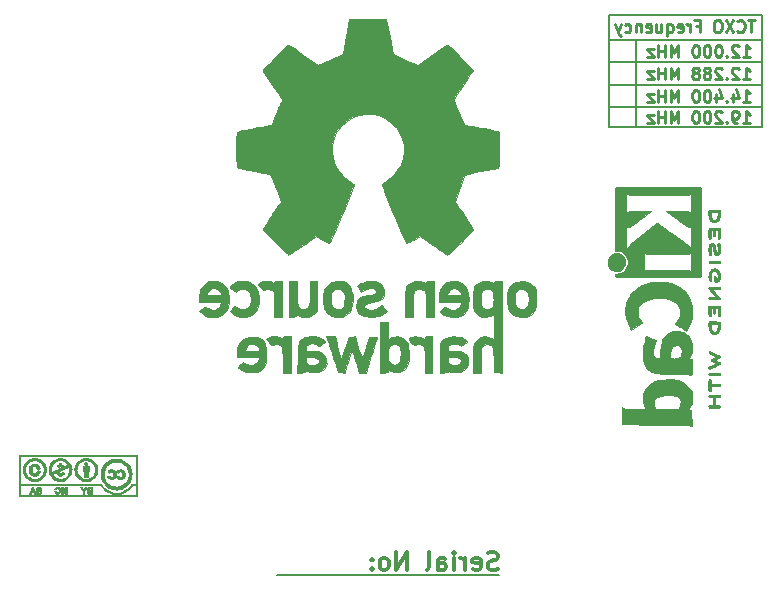
<source format=gbo>
G04 #@! TF.GenerationSoftware,KiCad,Pcbnew,5.99.0-unknown-632494c~88~ubuntu19.10.1*
G04 #@! TF.CreationDate,2020-05-12T07:32:40+02:00*
G04 #@! TF.ProjectId,MMDVM_RPT_Hat,4d4d4456-4d5f-4525-9054-5f4861742e6b,0.3*
G04 #@! TF.SameCoordinates,Original*
G04 #@! TF.FileFunction,Legend,Bot*
G04 #@! TF.FilePolarity,Positive*
%FSLAX46Y46*%
G04 Gerber Fmt 4.6, Leading zero omitted, Abs format (unit mm)*
G04 Created by KiCad (PCBNEW 5.99.0-unknown-632494c~88~ubuntu19.10.1) date 2020-05-12 07:32:40*
%MOMM*%
%LPD*%
G01*
G04 APERTURE LIST*
%ADD10C,0.200000*%
%ADD11C,0.300000*%
%ADD12C,0.250000*%
%ADD13C,0.010000*%
%ADD14C,0.002540*%
G04 APERTURE END LIST*
D10*
X42100000Y-124300000D02*
X42100000Y-124300000D01*
X60900000Y-124300000D02*
X42100000Y-124300000D01*
D11*
X60757142Y-123807142D02*
X60542857Y-123878571D01*
X60185714Y-123878571D01*
X60042857Y-123807142D01*
X59971428Y-123735714D01*
X59900000Y-123592857D01*
X59900000Y-123450000D01*
X59971428Y-123307142D01*
X60042857Y-123235714D01*
X60185714Y-123164285D01*
X60471428Y-123092857D01*
X60614285Y-123021428D01*
X60685714Y-122950000D01*
X60757142Y-122807142D01*
X60757142Y-122664285D01*
X60685714Y-122521428D01*
X60614285Y-122450000D01*
X60471428Y-122378571D01*
X60114285Y-122378571D01*
X59900000Y-122450000D01*
X58685714Y-123807142D02*
X58828571Y-123878571D01*
X59114285Y-123878571D01*
X59257142Y-123807142D01*
X59328571Y-123664285D01*
X59328571Y-123092857D01*
X59257142Y-122950000D01*
X59114285Y-122878571D01*
X58828571Y-122878571D01*
X58685714Y-122950000D01*
X58614285Y-123092857D01*
X58614285Y-123235714D01*
X59328571Y-123378571D01*
X57971428Y-123878571D02*
X57971428Y-122878571D01*
X57971428Y-123164285D02*
X57900000Y-123021428D01*
X57828571Y-122950000D01*
X57685714Y-122878571D01*
X57542857Y-122878571D01*
X57042857Y-123878571D02*
X57042857Y-122878571D01*
X57042857Y-122378571D02*
X57114285Y-122450000D01*
X57042857Y-122521428D01*
X56971428Y-122450000D01*
X57042857Y-122378571D01*
X57042857Y-122521428D01*
X55685714Y-123878571D02*
X55685714Y-123092857D01*
X55757142Y-122950000D01*
X55900000Y-122878571D01*
X56185714Y-122878571D01*
X56328571Y-122950000D01*
X55685714Y-123807142D02*
X55828571Y-123878571D01*
X56185714Y-123878571D01*
X56328571Y-123807142D01*
X56400000Y-123664285D01*
X56400000Y-123521428D01*
X56328571Y-123378571D01*
X56185714Y-123307142D01*
X55828571Y-123307142D01*
X55685714Y-123235714D01*
X54757142Y-123878571D02*
X54900000Y-123807142D01*
X54971428Y-123664285D01*
X54971428Y-122378571D01*
X53042857Y-123878571D02*
X53042857Y-122378571D01*
X52185714Y-123878571D01*
X52185714Y-122378571D01*
X51257142Y-123878571D02*
X51400000Y-123807142D01*
X51471428Y-123735714D01*
X51542857Y-123592857D01*
X51542857Y-123164285D01*
X51471428Y-123021428D01*
X51400000Y-122950000D01*
X51257142Y-122878571D01*
X51042857Y-122878571D01*
X50900000Y-122950000D01*
X50828571Y-123021428D01*
X50757142Y-123164285D01*
X50757142Y-123592857D01*
X50828571Y-123735714D01*
X50900000Y-123807142D01*
X51042857Y-123878571D01*
X51257142Y-123878571D01*
X50114285Y-123735714D02*
X50042857Y-123807142D01*
X50114285Y-123878571D01*
X50185714Y-123807142D01*
X50114285Y-123735714D01*
X50114285Y-123878571D01*
X50114285Y-122950000D02*
X50042857Y-123021428D01*
X50114285Y-123092857D01*
X50185714Y-123021428D01*
X50114285Y-122950000D01*
X50114285Y-123092857D01*
D10*
X72900000Y-86400000D02*
X72900000Y-86400000D01*
X72500000Y-79000000D02*
X72500000Y-86400000D01*
X83100000Y-84700000D02*
X70200000Y-84700000D01*
X83100000Y-82800000D02*
X70200000Y-82800000D01*
X70200000Y-80900000D02*
X70200000Y-80900000D01*
X83100000Y-80900000D02*
X70200000Y-80900000D01*
X70200000Y-79000000D02*
X70200000Y-79000000D01*
X83100000Y-79000000D02*
X70200000Y-79000000D01*
X70200000Y-86400000D02*
X70200000Y-76900000D01*
X83100000Y-86400000D02*
X70200000Y-86400000D01*
X83100000Y-76900000D02*
X83100000Y-86400000D01*
X70200000Y-76900000D02*
X83100000Y-76900000D01*
D12*
X81538095Y-86052380D02*
X82109523Y-86052380D01*
X81823809Y-86052380D02*
X81823809Y-85052380D01*
X81919047Y-85195238D01*
X82014285Y-85290476D01*
X82109523Y-85338095D01*
X81061904Y-86052380D02*
X80871428Y-86052380D01*
X80776190Y-86004761D01*
X80728571Y-85957142D01*
X80633333Y-85814285D01*
X80585714Y-85623809D01*
X80585714Y-85242857D01*
X80633333Y-85147619D01*
X80680952Y-85100000D01*
X80776190Y-85052380D01*
X80966666Y-85052380D01*
X81061904Y-85100000D01*
X81109523Y-85147619D01*
X81157142Y-85242857D01*
X81157142Y-85480952D01*
X81109523Y-85576190D01*
X81061904Y-85623809D01*
X80966666Y-85671428D01*
X80776190Y-85671428D01*
X80680952Y-85623809D01*
X80633333Y-85576190D01*
X80585714Y-85480952D01*
X80157142Y-85957142D02*
X80109523Y-86004761D01*
X80157142Y-86052380D01*
X80204761Y-86004761D01*
X80157142Y-85957142D01*
X80157142Y-86052380D01*
X79728571Y-85147619D02*
X79680952Y-85100000D01*
X79585714Y-85052380D01*
X79347619Y-85052380D01*
X79252380Y-85100000D01*
X79204761Y-85147619D01*
X79157142Y-85242857D01*
X79157142Y-85338095D01*
X79204761Y-85480952D01*
X79776190Y-86052380D01*
X79157142Y-86052380D01*
X78538095Y-85052380D02*
X78442857Y-85052380D01*
X78347619Y-85100000D01*
X78300000Y-85147619D01*
X78252380Y-85242857D01*
X78204761Y-85433333D01*
X78204761Y-85671428D01*
X78252380Y-85861904D01*
X78300000Y-85957142D01*
X78347619Y-86004761D01*
X78442857Y-86052380D01*
X78538095Y-86052380D01*
X78633333Y-86004761D01*
X78680952Y-85957142D01*
X78728571Y-85861904D01*
X78776190Y-85671428D01*
X78776190Y-85433333D01*
X78728571Y-85242857D01*
X78680952Y-85147619D01*
X78633333Y-85100000D01*
X78538095Y-85052380D01*
X77585714Y-85052380D02*
X77490476Y-85052380D01*
X77395238Y-85100000D01*
X77347619Y-85147619D01*
X77300000Y-85242857D01*
X77252380Y-85433333D01*
X77252380Y-85671428D01*
X77300000Y-85861904D01*
X77347619Y-85957142D01*
X77395238Y-86004761D01*
X77490476Y-86052380D01*
X77585714Y-86052380D01*
X77680952Y-86004761D01*
X77728571Y-85957142D01*
X77776190Y-85861904D01*
X77823809Y-85671428D01*
X77823809Y-85433333D01*
X77776190Y-85242857D01*
X77728571Y-85147619D01*
X77680952Y-85100000D01*
X77585714Y-85052380D01*
X76061904Y-86052380D02*
X76061904Y-85052380D01*
X75728571Y-85766666D01*
X75395238Y-85052380D01*
X75395238Y-86052380D01*
X74919047Y-86052380D02*
X74919047Y-85052380D01*
X74919047Y-85528571D02*
X74347619Y-85528571D01*
X74347619Y-86052380D02*
X74347619Y-85052380D01*
X73966666Y-85385714D02*
X73442857Y-85385714D01*
X73966666Y-86052380D01*
X73442857Y-86052380D01*
X81538095Y-84252380D02*
X82109523Y-84252380D01*
X81823809Y-84252380D02*
X81823809Y-83252380D01*
X81919047Y-83395238D01*
X82014285Y-83490476D01*
X82109523Y-83538095D01*
X80680952Y-83585714D02*
X80680952Y-84252380D01*
X80919047Y-83204761D02*
X81157142Y-83919047D01*
X80538095Y-83919047D01*
X80157142Y-84157142D02*
X80109523Y-84204761D01*
X80157142Y-84252380D01*
X80204761Y-84204761D01*
X80157142Y-84157142D01*
X80157142Y-84252380D01*
X79252380Y-83585714D02*
X79252380Y-84252380D01*
X79490476Y-83204761D02*
X79728571Y-83919047D01*
X79109523Y-83919047D01*
X78538095Y-83252380D02*
X78442857Y-83252380D01*
X78347619Y-83300000D01*
X78300000Y-83347619D01*
X78252380Y-83442857D01*
X78204761Y-83633333D01*
X78204761Y-83871428D01*
X78252380Y-84061904D01*
X78300000Y-84157142D01*
X78347619Y-84204761D01*
X78442857Y-84252380D01*
X78538095Y-84252380D01*
X78633333Y-84204761D01*
X78680952Y-84157142D01*
X78728571Y-84061904D01*
X78776190Y-83871428D01*
X78776190Y-83633333D01*
X78728571Y-83442857D01*
X78680952Y-83347619D01*
X78633333Y-83300000D01*
X78538095Y-83252380D01*
X77585714Y-83252380D02*
X77490476Y-83252380D01*
X77395238Y-83300000D01*
X77347619Y-83347619D01*
X77300000Y-83442857D01*
X77252380Y-83633333D01*
X77252380Y-83871428D01*
X77300000Y-84061904D01*
X77347619Y-84157142D01*
X77395238Y-84204761D01*
X77490476Y-84252380D01*
X77585714Y-84252380D01*
X77680952Y-84204761D01*
X77728571Y-84157142D01*
X77776190Y-84061904D01*
X77823809Y-83871428D01*
X77823809Y-83633333D01*
X77776190Y-83442857D01*
X77728571Y-83347619D01*
X77680952Y-83300000D01*
X77585714Y-83252380D01*
X76061904Y-84252380D02*
X76061904Y-83252380D01*
X75728571Y-83966666D01*
X75395238Y-83252380D01*
X75395238Y-84252380D01*
X74919047Y-84252380D02*
X74919047Y-83252380D01*
X74919047Y-83728571D02*
X74347619Y-83728571D01*
X74347619Y-84252380D02*
X74347619Y-83252380D01*
X73966666Y-83585714D02*
X73442857Y-83585714D01*
X73966666Y-84252380D01*
X73442857Y-84252380D01*
X81538095Y-82352380D02*
X82109523Y-82352380D01*
X81823809Y-82352380D02*
X81823809Y-81352380D01*
X81919047Y-81495238D01*
X82014285Y-81590476D01*
X82109523Y-81638095D01*
X81157142Y-81447619D02*
X81109523Y-81400000D01*
X81014285Y-81352380D01*
X80776190Y-81352380D01*
X80680952Y-81400000D01*
X80633333Y-81447619D01*
X80585714Y-81542857D01*
X80585714Y-81638095D01*
X80633333Y-81780952D01*
X81204761Y-82352380D01*
X80585714Y-82352380D01*
X80157142Y-82257142D02*
X80109523Y-82304761D01*
X80157142Y-82352380D01*
X80204761Y-82304761D01*
X80157142Y-82257142D01*
X80157142Y-82352380D01*
X79728571Y-81447619D02*
X79680952Y-81400000D01*
X79585714Y-81352380D01*
X79347619Y-81352380D01*
X79252380Y-81400000D01*
X79204761Y-81447619D01*
X79157142Y-81542857D01*
X79157142Y-81638095D01*
X79204761Y-81780952D01*
X79776190Y-82352380D01*
X79157142Y-82352380D01*
X78585714Y-81780952D02*
X78680952Y-81733333D01*
X78728571Y-81685714D01*
X78776190Y-81590476D01*
X78776190Y-81542857D01*
X78728571Y-81447619D01*
X78680952Y-81400000D01*
X78585714Y-81352380D01*
X78395238Y-81352380D01*
X78300000Y-81400000D01*
X78252380Y-81447619D01*
X78204761Y-81542857D01*
X78204761Y-81590476D01*
X78252380Y-81685714D01*
X78300000Y-81733333D01*
X78395238Y-81780952D01*
X78585714Y-81780952D01*
X78680952Y-81828571D01*
X78728571Y-81876190D01*
X78776190Y-81971428D01*
X78776190Y-82161904D01*
X78728571Y-82257142D01*
X78680952Y-82304761D01*
X78585714Y-82352380D01*
X78395238Y-82352380D01*
X78300000Y-82304761D01*
X78252380Y-82257142D01*
X78204761Y-82161904D01*
X78204761Y-81971428D01*
X78252380Y-81876190D01*
X78300000Y-81828571D01*
X78395238Y-81780952D01*
X77633333Y-81780952D02*
X77728571Y-81733333D01*
X77776190Y-81685714D01*
X77823809Y-81590476D01*
X77823809Y-81542857D01*
X77776190Y-81447619D01*
X77728571Y-81400000D01*
X77633333Y-81352380D01*
X77442857Y-81352380D01*
X77347619Y-81400000D01*
X77300000Y-81447619D01*
X77252380Y-81542857D01*
X77252380Y-81590476D01*
X77300000Y-81685714D01*
X77347619Y-81733333D01*
X77442857Y-81780952D01*
X77633333Y-81780952D01*
X77728571Y-81828571D01*
X77776190Y-81876190D01*
X77823809Y-81971428D01*
X77823809Y-82161904D01*
X77776190Y-82257142D01*
X77728571Y-82304761D01*
X77633333Y-82352380D01*
X77442857Y-82352380D01*
X77347619Y-82304761D01*
X77300000Y-82257142D01*
X77252380Y-82161904D01*
X77252380Y-81971428D01*
X77300000Y-81876190D01*
X77347619Y-81828571D01*
X77442857Y-81780952D01*
X76061904Y-82352380D02*
X76061904Y-81352380D01*
X75728571Y-82066666D01*
X75395238Y-81352380D01*
X75395238Y-82352380D01*
X74919047Y-82352380D02*
X74919047Y-81352380D01*
X74919047Y-81828571D02*
X74347619Y-81828571D01*
X74347619Y-82352380D02*
X74347619Y-81352380D01*
X73966666Y-81685714D02*
X73442857Y-81685714D01*
X73966666Y-82352380D01*
X73442857Y-82352380D01*
X81538095Y-80452380D02*
X82109523Y-80452380D01*
X81823809Y-80452380D02*
X81823809Y-79452380D01*
X81919047Y-79595238D01*
X82014285Y-79690476D01*
X82109523Y-79738095D01*
X81157142Y-79547619D02*
X81109523Y-79500000D01*
X81014285Y-79452380D01*
X80776190Y-79452380D01*
X80680952Y-79500000D01*
X80633333Y-79547619D01*
X80585714Y-79642857D01*
X80585714Y-79738095D01*
X80633333Y-79880952D01*
X81204761Y-80452380D01*
X80585714Y-80452380D01*
X80157142Y-80357142D02*
X80109523Y-80404761D01*
X80157142Y-80452380D01*
X80204761Y-80404761D01*
X80157142Y-80357142D01*
X80157142Y-80452380D01*
X79490476Y-79452380D02*
X79395238Y-79452380D01*
X79300000Y-79500000D01*
X79252380Y-79547619D01*
X79204761Y-79642857D01*
X79157142Y-79833333D01*
X79157142Y-80071428D01*
X79204761Y-80261904D01*
X79252380Y-80357142D01*
X79300000Y-80404761D01*
X79395238Y-80452380D01*
X79490476Y-80452380D01*
X79585714Y-80404761D01*
X79633333Y-80357142D01*
X79680952Y-80261904D01*
X79728571Y-80071428D01*
X79728571Y-79833333D01*
X79680952Y-79642857D01*
X79633333Y-79547619D01*
X79585714Y-79500000D01*
X79490476Y-79452380D01*
X78538095Y-79452380D02*
X78442857Y-79452380D01*
X78347619Y-79500000D01*
X78300000Y-79547619D01*
X78252380Y-79642857D01*
X78204761Y-79833333D01*
X78204761Y-80071428D01*
X78252380Y-80261904D01*
X78300000Y-80357142D01*
X78347619Y-80404761D01*
X78442857Y-80452380D01*
X78538095Y-80452380D01*
X78633333Y-80404761D01*
X78680952Y-80357142D01*
X78728571Y-80261904D01*
X78776190Y-80071428D01*
X78776190Y-79833333D01*
X78728571Y-79642857D01*
X78680952Y-79547619D01*
X78633333Y-79500000D01*
X78538095Y-79452380D01*
X77585714Y-79452380D02*
X77490476Y-79452380D01*
X77395238Y-79500000D01*
X77347619Y-79547619D01*
X77300000Y-79642857D01*
X77252380Y-79833333D01*
X77252380Y-80071428D01*
X77300000Y-80261904D01*
X77347619Y-80357142D01*
X77395238Y-80404761D01*
X77490476Y-80452380D01*
X77585714Y-80452380D01*
X77680952Y-80404761D01*
X77728571Y-80357142D01*
X77776190Y-80261904D01*
X77823809Y-80071428D01*
X77823809Y-79833333D01*
X77776190Y-79642857D01*
X77728571Y-79547619D01*
X77680952Y-79500000D01*
X77585714Y-79452380D01*
X76061904Y-80452380D02*
X76061904Y-79452380D01*
X75728571Y-80166666D01*
X75395238Y-79452380D01*
X75395238Y-80452380D01*
X74919047Y-80452380D02*
X74919047Y-79452380D01*
X74919047Y-79928571D02*
X74347619Y-79928571D01*
X74347619Y-80452380D02*
X74347619Y-79452380D01*
X73966666Y-79785714D02*
X73442857Y-79785714D01*
X73966666Y-80452380D01*
X73442857Y-80452380D01*
X82528571Y-77352380D02*
X81957142Y-77352380D01*
X82242857Y-78352380D02*
X82242857Y-77352380D01*
X81052380Y-78257142D02*
X81100000Y-78304761D01*
X81242857Y-78352380D01*
X81338095Y-78352380D01*
X81480952Y-78304761D01*
X81576190Y-78209523D01*
X81623809Y-78114285D01*
X81671428Y-77923809D01*
X81671428Y-77780952D01*
X81623809Y-77590476D01*
X81576190Y-77495238D01*
X81480952Y-77400000D01*
X81338095Y-77352380D01*
X81242857Y-77352380D01*
X81100000Y-77400000D01*
X81052380Y-77447619D01*
X80719047Y-77352380D02*
X80052380Y-78352380D01*
X80052380Y-77352380D02*
X80719047Y-78352380D01*
X79480952Y-77352380D02*
X79290476Y-77352380D01*
X79195238Y-77400000D01*
X79100000Y-77495238D01*
X79052380Y-77685714D01*
X79052380Y-78019047D01*
X79100000Y-78209523D01*
X79195238Y-78304761D01*
X79290476Y-78352380D01*
X79480952Y-78352380D01*
X79576190Y-78304761D01*
X79671428Y-78209523D01*
X79719047Y-78019047D01*
X79719047Y-77685714D01*
X79671428Y-77495238D01*
X79576190Y-77400000D01*
X79480952Y-77352380D01*
X77528571Y-77828571D02*
X77861904Y-77828571D01*
X77861904Y-78352380D02*
X77861904Y-77352380D01*
X77385714Y-77352380D01*
X77004761Y-78352380D02*
X77004761Y-77685714D01*
X77004761Y-77876190D02*
X76957142Y-77780952D01*
X76909523Y-77733333D01*
X76814285Y-77685714D01*
X76719047Y-77685714D01*
X76004761Y-78304761D02*
X76100000Y-78352380D01*
X76290476Y-78352380D01*
X76385714Y-78304761D01*
X76433333Y-78209523D01*
X76433333Y-77828571D01*
X76385714Y-77733333D01*
X76290476Y-77685714D01*
X76100000Y-77685714D01*
X76004761Y-77733333D01*
X75957142Y-77828571D01*
X75957142Y-77923809D01*
X76433333Y-78019047D01*
X75100000Y-77685714D02*
X75100000Y-78685714D01*
X75100000Y-78304761D02*
X75195238Y-78352380D01*
X75385714Y-78352380D01*
X75480952Y-78304761D01*
X75528571Y-78257142D01*
X75576190Y-78161904D01*
X75576190Y-77876190D01*
X75528571Y-77780952D01*
X75480952Y-77733333D01*
X75385714Y-77685714D01*
X75195238Y-77685714D01*
X75100000Y-77733333D01*
X74195238Y-77685714D02*
X74195238Y-78352380D01*
X74623809Y-77685714D02*
X74623809Y-78209523D01*
X74576190Y-78304761D01*
X74480952Y-78352380D01*
X74338095Y-78352380D01*
X74242857Y-78304761D01*
X74195238Y-78257142D01*
X73338095Y-78304761D02*
X73433333Y-78352380D01*
X73623809Y-78352380D01*
X73719047Y-78304761D01*
X73766666Y-78209523D01*
X73766666Y-77828571D01*
X73719047Y-77733333D01*
X73623809Y-77685714D01*
X73433333Y-77685714D01*
X73338095Y-77733333D01*
X73290476Y-77828571D01*
X73290476Y-77923809D01*
X73766666Y-78019047D01*
X72861904Y-77685714D02*
X72861904Y-78352380D01*
X72861904Y-77780952D02*
X72814285Y-77733333D01*
X72719047Y-77685714D01*
X72576190Y-77685714D01*
X72480952Y-77733333D01*
X72433333Y-77828571D01*
X72433333Y-78352380D01*
X71528571Y-78304761D02*
X71623809Y-78352380D01*
X71814285Y-78352380D01*
X71909523Y-78304761D01*
X71957142Y-78257142D01*
X72004761Y-78161904D01*
X72004761Y-77876190D01*
X71957142Y-77780952D01*
X71909523Y-77733333D01*
X71814285Y-77685714D01*
X71623809Y-77685714D01*
X71528571Y-77733333D01*
X71195238Y-77685714D02*
X70957142Y-78352380D01*
X70719047Y-77685714D02*
X70957142Y-78352380D01*
X71052380Y-78590476D01*
X71100000Y-78638095D01*
X71195238Y-78685714D01*
G36*
X78960519Y-93418266D02*
G01*
X79094872Y-93418597D01*
X79195605Y-93418649D01*
X79299330Y-93418989D01*
X79379225Y-93419846D01*
X79438773Y-93421449D01*
X79481460Y-93424027D01*
X79510769Y-93427808D01*
X79530185Y-93433021D01*
X79543192Y-93439894D01*
X79553274Y-93448656D01*
X79561574Y-93457932D01*
X79571293Y-93475237D01*
X79577622Y-93500730D01*
X79581266Y-93539877D01*
X79582935Y-93598145D01*
X79583334Y-93681000D01*
X79582834Y-93746166D01*
X79576938Y-93888434D01*
X79563508Y-94007229D01*
X79541423Y-94106812D01*
X79509563Y-94191448D01*
X79466808Y-94265400D01*
X79412038Y-94332933D01*
X79404246Y-94340905D01*
X79339663Y-94389989D01*
X79258705Y-94431393D01*
X79173174Y-94459995D01*
X79094872Y-94470668D01*
X79066625Y-94468965D01*
X78990184Y-94452573D01*
X78910421Y-94422579D01*
X78838462Y-94383663D01*
X78785433Y-94340505D01*
X78762769Y-94314488D01*
X78710597Y-94241647D01*
X78670483Y-94161362D01*
X78641246Y-94069237D01*
X78621699Y-93960875D01*
X78610660Y-93831881D01*
X78607851Y-93715431D01*
X78801776Y-93715431D01*
X78801788Y-93719462D01*
X78804404Y-93787521D01*
X78810694Y-93867539D01*
X78819386Y-93943039D01*
X78831763Y-94009551D01*
X78866735Y-94109073D01*
X78919056Y-94185638D01*
X78989665Y-94240891D01*
X79057919Y-94269139D01*
X79121593Y-94271026D01*
X79189406Y-94246686D01*
X79250538Y-94207184D01*
X79307000Y-94145014D01*
X79346678Y-94063283D01*
X79372155Y-93957910D01*
X79372472Y-93955926D01*
X79380183Y-93890728D01*
X79385696Y-93812585D01*
X79387835Y-93737975D01*
X79387949Y-93613981D01*
X78801795Y-93613981D01*
X78801776Y-93715431D01*
X78607851Y-93715431D01*
X78606944Y-93677857D01*
X78606409Y-93625292D01*
X78605859Y-93564434D01*
X78608261Y-93516771D01*
X78616625Y-93480703D01*
X78633960Y-93454632D01*
X78663275Y-93436959D01*
X78707579Y-93426085D01*
X78769881Y-93420410D01*
X78801795Y-93419616D01*
X78853192Y-93418338D01*
X78960519Y-93418266D01*
G37*
D13*
X78960519Y-93418266D02*
X79094872Y-93418597D01*
X79195605Y-93418649D01*
X79299330Y-93418989D01*
X79379225Y-93419846D01*
X79438773Y-93421449D01*
X79481460Y-93424027D01*
X79510769Y-93427808D01*
X79530185Y-93433021D01*
X79543192Y-93439894D01*
X79553274Y-93448656D01*
X79561574Y-93457932D01*
X79571293Y-93475237D01*
X79577622Y-93500730D01*
X79581266Y-93539877D01*
X79582935Y-93598145D01*
X79583334Y-93681000D01*
X79582834Y-93746166D01*
X79576938Y-93888434D01*
X79563508Y-94007229D01*
X79541423Y-94106812D01*
X79509563Y-94191448D01*
X79466808Y-94265400D01*
X79412038Y-94332933D01*
X79404246Y-94340905D01*
X79339663Y-94389989D01*
X79258705Y-94431393D01*
X79173174Y-94459995D01*
X79094872Y-94470668D01*
X79066625Y-94468965D01*
X78990184Y-94452573D01*
X78910421Y-94422579D01*
X78838462Y-94383663D01*
X78785433Y-94340505D01*
X78762769Y-94314488D01*
X78710597Y-94241647D01*
X78670483Y-94161362D01*
X78641246Y-94069237D01*
X78621699Y-93960875D01*
X78610660Y-93831881D01*
X78607851Y-93715431D01*
X78801776Y-93715431D01*
X78801788Y-93719462D01*
X78804404Y-93787521D01*
X78810694Y-93867539D01*
X78819386Y-93943039D01*
X78831763Y-94009551D01*
X78866735Y-94109073D01*
X78919056Y-94185638D01*
X78989665Y-94240891D01*
X79057919Y-94269139D01*
X79121593Y-94271026D01*
X79189406Y-94246686D01*
X79250538Y-94207184D01*
X79307000Y-94145014D01*
X79346678Y-94063283D01*
X79372155Y-93957910D01*
X79372472Y-93955926D01*
X79380183Y-93890728D01*
X79385696Y-93812585D01*
X79387835Y-93737975D01*
X79387949Y-93613981D01*
X78801795Y-93613981D01*
X78801776Y-93715431D01*
X78607851Y-93715431D01*
X78606944Y-93677857D01*
X78606409Y-93625292D01*
X78605859Y-93564434D01*
X78608261Y-93516771D01*
X78616625Y-93480703D01*
X78633960Y-93454632D01*
X78663275Y-93436959D01*
X78707579Y-93426085D01*
X78769881Y-93420410D01*
X78801795Y-93419616D01*
X78853192Y-93418338D01*
X78960519Y-93418266D01*
G36*
X79194401Y-94921604D02*
G01*
X79298481Y-94921935D01*
X79378648Y-94922782D01*
X79438398Y-94924376D01*
X79481228Y-94926947D01*
X79510634Y-94930725D01*
X79530112Y-94935942D01*
X79543160Y-94942829D01*
X79553274Y-94951614D01*
X79557504Y-94956053D01*
X79565640Y-94967399D01*
X79571863Y-94983378D01*
X79576430Y-95007623D01*
X79579595Y-95043765D01*
X79581613Y-95095437D01*
X79582739Y-95166272D01*
X79583227Y-95259902D01*
X79583334Y-95379957D01*
X79583318Y-95436019D01*
X79583075Y-95544055D01*
X79582339Y-95627255D01*
X79580854Y-95689251D01*
X79578365Y-95733675D01*
X79574618Y-95764160D01*
X79569357Y-95784338D01*
X79562327Y-95797841D01*
X79553274Y-95808301D01*
X79524518Y-95827907D01*
X79485641Y-95838360D01*
X79453813Y-95831039D01*
X79418008Y-95808301D01*
X79411873Y-95801672D01*
X79403503Y-95788658D01*
X79397345Y-95769865D01*
X79393063Y-95741247D01*
X79390320Y-95698757D01*
X79388778Y-95638349D01*
X79388100Y-95555976D01*
X79387949Y-95447591D01*
X79387949Y-95116940D01*
X79177535Y-95116940D01*
X79177535Y-95331525D01*
X79177341Y-95379211D01*
X79175048Y-95466580D01*
X79169143Y-95529475D01*
X79158353Y-95571726D01*
X79141404Y-95597163D01*
X79117021Y-95609616D01*
X79083931Y-95612916D01*
X79056963Y-95611854D01*
X79027905Y-95604862D01*
X79007467Y-95587829D01*
X78994159Y-95556755D01*
X78986496Y-95507643D01*
X78982989Y-95436492D01*
X78982150Y-95339304D01*
X78982150Y-95115440D01*
X78809310Y-95124454D01*
X78805251Y-95454255D01*
X78804081Y-95537586D01*
X78802158Y-95628732D01*
X78799588Y-95696504D01*
X78796059Y-95744770D01*
X78791261Y-95777398D01*
X78784885Y-95798254D01*
X78776620Y-95811207D01*
X78768095Y-95819216D01*
X78725916Y-95836535D01*
X78678404Y-95831795D01*
X78637055Y-95805467D01*
X78633163Y-95801137D01*
X78624707Y-95789182D01*
X78618247Y-95773068D01*
X78613515Y-95749095D01*
X78610244Y-95713563D01*
X78608165Y-95662773D01*
X78607012Y-95593024D01*
X78606516Y-95500616D01*
X78606410Y-95381850D01*
X78606432Y-95308980D01*
X78606688Y-95206337D01*
X78607466Y-95127858D01*
X78609052Y-95069828D01*
X78611732Y-95028531D01*
X78615790Y-95000250D01*
X78621512Y-94981268D01*
X78629183Y-94967871D01*
X78639090Y-94956340D01*
X78641327Y-94953964D01*
X78651364Y-94944320D01*
X78663370Y-94936809D01*
X78680857Y-94931163D01*
X78707334Y-94927117D01*
X78746315Y-94924404D01*
X78801310Y-94922758D01*
X78875830Y-94921912D01*
X78973387Y-94921600D01*
X79097492Y-94921555D01*
X79194401Y-94921604D01*
G37*
X79194401Y-94921604D02*
X79298481Y-94921935D01*
X79378648Y-94922782D01*
X79438398Y-94924376D01*
X79481228Y-94926947D01*
X79510634Y-94930725D01*
X79530112Y-94935942D01*
X79543160Y-94942829D01*
X79553274Y-94951614D01*
X79557504Y-94956053D01*
X79565640Y-94967399D01*
X79571863Y-94983378D01*
X79576430Y-95007623D01*
X79579595Y-95043765D01*
X79581613Y-95095437D01*
X79582739Y-95166272D01*
X79583227Y-95259902D01*
X79583334Y-95379957D01*
X79583318Y-95436019D01*
X79583075Y-95544055D01*
X79582339Y-95627255D01*
X79580854Y-95689251D01*
X79578365Y-95733675D01*
X79574618Y-95764160D01*
X79569357Y-95784338D01*
X79562327Y-95797841D01*
X79553274Y-95808301D01*
X79524518Y-95827907D01*
X79485641Y-95838360D01*
X79453813Y-95831039D01*
X79418008Y-95808301D01*
X79411873Y-95801672D01*
X79403503Y-95788658D01*
X79397345Y-95769865D01*
X79393063Y-95741247D01*
X79390320Y-95698757D01*
X79388778Y-95638349D01*
X79388100Y-95555976D01*
X79387949Y-95447591D01*
X79387949Y-95116940D01*
X79177535Y-95116940D01*
X79177535Y-95331525D01*
X79177341Y-95379211D01*
X79175048Y-95466580D01*
X79169143Y-95529475D01*
X79158353Y-95571726D01*
X79141404Y-95597163D01*
X79117021Y-95609616D01*
X79083931Y-95612916D01*
X79056963Y-95611854D01*
X79027905Y-95604862D01*
X79007467Y-95587829D01*
X78994159Y-95556755D01*
X78986496Y-95507643D01*
X78982989Y-95436492D01*
X78982150Y-95339304D01*
X78982150Y-95115440D01*
X78809310Y-95124454D01*
X78805251Y-95454255D01*
X78804081Y-95537586D01*
X78802158Y-95628732D01*
X78799588Y-95696504D01*
X78796059Y-95744770D01*
X78791261Y-95777398D01*
X78784885Y-95798254D01*
X78776620Y-95811207D01*
X78768095Y-95819216D01*
X78725916Y-95836535D01*
X78678404Y-95831795D01*
X78637055Y-95805467D01*
X78633163Y-95801137D01*
X78624707Y-95789182D01*
X78618247Y-95773068D01*
X78613515Y-95749095D01*
X78610244Y-95713563D01*
X78608165Y-95662773D01*
X78607012Y-95593024D01*
X78606516Y-95500616D01*
X78606410Y-95381850D01*
X78606432Y-95308980D01*
X78606688Y-95206337D01*
X78607466Y-95127858D01*
X78609052Y-95069828D01*
X78611732Y-95028531D01*
X78615790Y-95000250D01*
X78621512Y-94981268D01*
X78629183Y-94967871D01*
X78639090Y-94956340D01*
X78641327Y-94953964D01*
X78651364Y-94944320D01*
X78663370Y-94936809D01*
X78680857Y-94931163D01*
X78707334Y-94927117D01*
X78746315Y-94924404D01*
X78801310Y-94922758D01*
X78875830Y-94921912D01*
X78973387Y-94921600D01*
X79097492Y-94921555D01*
X79194401Y-94921604D01*
G36*
X78940802Y-96215347D02*
G01*
X78973816Y-96223059D01*
X79002666Y-96242773D01*
X79039080Y-96280014D01*
X79048837Y-96290636D01*
X79076666Y-96322202D01*
X79099260Y-96352016D01*
X79117837Y-96384014D01*
X79133615Y-96422128D01*
X79147812Y-96470292D01*
X79161647Y-96532440D01*
X79176338Y-96612506D01*
X79193103Y-96714424D01*
X79213161Y-96842126D01*
X79217200Y-96866575D01*
X79235334Y-96949558D01*
X79256281Y-97009759D01*
X79279009Y-97044753D01*
X79302487Y-97052114D01*
X79308172Y-97048625D01*
X79328229Y-97024750D01*
X79350375Y-96987305D01*
X79358351Y-96970264D01*
X79367927Y-96941908D01*
X79374287Y-96906779D01*
X79378040Y-96859057D01*
X79379794Y-96792924D01*
X79380158Y-96702561D01*
X79380061Y-96678883D01*
X79378582Y-96588855D01*
X79375619Y-96502398D01*
X79371537Y-96428341D01*
X79366698Y-96375511D01*
X79361282Y-96328233D01*
X79360240Y-96289288D01*
X79366363Y-96264124D01*
X79380576Y-96244002D01*
X79385359Y-96239134D01*
X79427662Y-96217377D01*
X79475130Y-96219135D01*
X79515895Y-96244373D01*
X79531346Y-96271494D01*
X79548248Y-96319401D01*
X79561628Y-96375882D01*
X79562425Y-96380476D01*
X79569370Y-96437284D01*
X79575193Y-96513687D01*
X79579304Y-96600248D01*
X79581113Y-96687531D01*
X79581169Y-96709143D01*
X79577870Y-96840032D01*
X79567211Y-96946610D01*
X79547864Y-97033388D01*
X79518502Y-97104876D01*
X79477798Y-97165587D01*
X79424424Y-97220031D01*
X79389507Y-97246819D01*
X79350169Y-97262298D01*
X79297292Y-97266170D01*
X79281357Y-97265983D01*
X79237846Y-97260827D01*
X79202531Y-97244338D01*
X79161460Y-97210835D01*
X79131984Y-97182594D01*
X79101967Y-97147451D01*
X79077513Y-97107887D01*
X79057202Y-97059653D01*
X79039612Y-96998500D01*
X79023323Y-96920181D01*
X79006913Y-96820446D01*
X78988962Y-96695046D01*
X78979630Y-96634720D01*
X78960246Y-96544248D01*
X78938280Y-96478831D01*
X78914451Y-96439466D01*
X78889482Y-96427150D01*
X78864093Y-96442882D01*
X78839005Y-96487658D01*
X78837389Y-96491713D01*
X78821309Y-96553434D01*
X78810391Y-96636844D01*
X78804852Y-96734611D01*
X78804909Y-96839402D01*
X78810778Y-96943885D01*
X78822675Y-97040727D01*
X78823539Y-97045955D01*
X78833800Y-97110947D01*
X78838608Y-97153886D01*
X78837813Y-97181841D01*
X78831261Y-97201883D01*
X78818801Y-97221082D01*
X78817642Y-97222639D01*
X78777204Y-97255280D01*
X78729939Y-97261662D01*
X78683899Y-97240617D01*
X78677966Y-97234565D01*
X78657810Y-97195138D01*
X78640338Y-97132588D01*
X78625959Y-97052302D01*
X78615084Y-96959663D01*
X78608121Y-96860058D01*
X78605479Y-96758870D01*
X78607568Y-96661485D01*
X78614797Y-96573287D01*
X78627576Y-96499662D01*
X78647361Y-96431919D01*
X78691472Y-96336976D01*
X78748298Y-96268868D01*
X78817615Y-96227831D01*
X78899199Y-96214099D01*
X78940802Y-96215347D01*
G37*
X78940802Y-96215347D02*
X78973816Y-96223059D01*
X79002666Y-96242773D01*
X79039080Y-96280014D01*
X79048837Y-96290636D01*
X79076666Y-96322202D01*
X79099260Y-96352016D01*
X79117837Y-96384014D01*
X79133615Y-96422128D01*
X79147812Y-96470292D01*
X79161647Y-96532440D01*
X79176338Y-96612506D01*
X79193103Y-96714424D01*
X79213161Y-96842126D01*
X79217200Y-96866575D01*
X79235334Y-96949558D01*
X79256281Y-97009759D01*
X79279009Y-97044753D01*
X79302487Y-97052114D01*
X79308172Y-97048625D01*
X79328229Y-97024750D01*
X79350375Y-96987305D01*
X79358351Y-96970264D01*
X79367927Y-96941908D01*
X79374287Y-96906779D01*
X79378040Y-96859057D01*
X79379794Y-96792924D01*
X79380158Y-96702561D01*
X79380061Y-96678883D01*
X79378582Y-96588855D01*
X79375619Y-96502398D01*
X79371537Y-96428341D01*
X79366698Y-96375511D01*
X79361282Y-96328233D01*
X79360240Y-96289288D01*
X79366363Y-96264124D01*
X79380576Y-96244002D01*
X79385359Y-96239134D01*
X79427662Y-96217377D01*
X79475130Y-96219135D01*
X79515895Y-96244373D01*
X79531346Y-96271494D01*
X79548248Y-96319401D01*
X79561628Y-96375882D01*
X79562425Y-96380476D01*
X79569370Y-96437284D01*
X79575193Y-96513687D01*
X79579304Y-96600248D01*
X79581113Y-96687531D01*
X79581169Y-96709143D01*
X79577870Y-96840032D01*
X79567211Y-96946610D01*
X79547864Y-97033388D01*
X79518502Y-97104876D01*
X79477798Y-97165587D01*
X79424424Y-97220031D01*
X79389507Y-97246819D01*
X79350169Y-97262298D01*
X79297292Y-97266170D01*
X79281357Y-97265983D01*
X79237846Y-97260827D01*
X79202531Y-97244338D01*
X79161460Y-97210835D01*
X79131984Y-97182594D01*
X79101967Y-97147451D01*
X79077513Y-97107887D01*
X79057202Y-97059653D01*
X79039612Y-96998500D01*
X79023323Y-96920181D01*
X79006913Y-96820446D01*
X78988962Y-96695046D01*
X78979630Y-96634720D01*
X78960246Y-96544248D01*
X78938280Y-96478831D01*
X78914451Y-96439466D01*
X78889482Y-96427150D01*
X78864093Y-96442882D01*
X78839005Y-96487658D01*
X78837389Y-96491713D01*
X78821309Y-96553434D01*
X78810391Y-96636844D01*
X78804852Y-96734611D01*
X78804909Y-96839402D01*
X78810778Y-96943885D01*
X78822675Y-97040727D01*
X78823539Y-97045955D01*
X78833800Y-97110947D01*
X78838608Y-97153886D01*
X78837813Y-97181841D01*
X78831261Y-97201883D01*
X78818801Y-97221082D01*
X78817642Y-97222639D01*
X78777204Y-97255280D01*
X78729939Y-97261662D01*
X78683899Y-97240617D01*
X78677966Y-97234565D01*
X78657810Y-97195138D01*
X78640338Y-97132588D01*
X78625959Y-97052302D01*
X78615084Y-96959663D01*
X78608121Y-96860058D01*
X78605479Y-96758870D01*
X78607568Y-96661485D01*
X78614797Y-96573287D01*
X78627576Y-96499662D01*
X78647361Y-96431919D01*
X78691472Y-96336976D01*
X78748298Y-96268868D01*
X78817615Y-96227831D01*
X78899199Y-96214099D01*
X78940802Y-96215347D01*
G36*
X79208852Y-97717113D02*
G01*
X79307668Y-97717457D01*
X79383226Y-97718350D01*
X79439104Y-97720051D01*
X79478882Y-97722819D01*
X79506136Y-97726912D01*
X79524447Y-97732591D01*
X79537391Y-97740112D01*
X79548548Y-97749737D01*
X79577125Y-97791626D01*
X79579476Y-97838444D01*
X79553274Y-97882383D01*
X79545461Y-97889449D01*
X79533367Y-97896704D01*
X79515605Y-97902250D01*
X79488690Y-97906317D01*
X79449138Y-97909131D01*
X79393465Y-97910923D01*
X79318185Y-97911919D01*
X79219816Y-97912350D01*
X79094872Y-97912443D01*
X78994140Y-97912390D01*
X78890414Y-97912051D01*
X78810519Y-97911193D01*
X78750971Y-97909590D01*
X78708284Y-97907012D01*
X78678975Y-97903231D01*
X78659559Y-97898018D01*
X78646552Y-97891145D01*
X78636470Y-97882383D01*
X78611145Y-97843530D01*
X78612264Y-97799421D01*
X78643301Y-97753949D01*
X78680192Y-97717058D01*
X79096978Y-97717058D01*
X79208852Y-97717113D01*
G37*
X79208852Y-97717113D02*
X79307668Y-97717457D01*
X79383226Y-97718350D01*
X79439104Y-97720051D01*
X79478882Y-97722819D01*
X79506136Y-97726912D01*
X79524447Y-97732591D01*
X79537391Y-97740112D01*
X79548548Y-97749737D01*
X79577125Y-97791626D01*
X79579476Y-97838444D01*
X79553274Y-97882383D01*
X79545461Y-97889449D01*
X79533367Y-97896704D01*
X79515605Y-97902250D01*
X79488690Y-97906317D01*
X79449138Y-97909131D01*
X79393465Y-97910923D01*
X79318185Y-97911919D01*
X79219816Y-97912350D01*
X79094872Y-97912443D01*
X78994140Y-97912390D01*
X78890414Y-97912051D01*
X78810519Y-97911193D01*
X78750971Y-97909590D01*
X78708284Y-97907012D01*
X78678975Y-97903231D01*
X78659559Y-97898018D01*
X78646552Y-97891145D01*
X78636470Y-97882383D01*
X78611145Y-97843530D01*
X78612264Y-97799421D01*
X78643301Y-97753949D01*
X78680192Y-97717058D01*
X79096978Y-97717058D01*
X79208852Y-97717113D01*
G36*
X79119241Y-98350389D02*
G01*
X79187583Y-98367619D01*
X79262840Y-98398457D01*
X79334622Y-98438254D01*
X79392542Y-98482360D01*
X79406319Y-98495935D01*
X79475250Y-98585250D01*
X79528362Y-98691926D01*
X79560849Y-98806703D01*
X79571649Y-98879880D01*
X79580442Y-99004300D01*
X79577663Y-99123830D01*
X79564023Y-99233654D01*
X79540232Y-99328956D01*
X79506998Y-99404921D01*
X79465033Y-99456733D01*
X79462403Y-99458564D01*
X79428818Y-99468000D01*
X79365910Y-99473644D01*
X79273428Y-99475520D01*
X79190574Y-99474375D01*
X79127491Y-99468091D01*
X79084750Y-99452528D01*
X79058719Y-99423545D01*
X79045764Y-99377002D01*
X79042253Y-99308759D01*
X79044554Y-99214676D01*
X79048564Y-99149945D01*
X79059471Y-99083116D01*
X79078181Y-99039855D01*
X79106453Y-99016611D01*
X79146048Y-99009833D01*
X79152094Y-99009974D01*
X79198417Y-99021560D01*
X79229594Y-99053525D01*
X79247168Y-99108464D01*
X79252683Y-99188969D01*
X79252683Y-99280135D01*
X79303743Y-99280135D01*
X79315906Y-99280068D01*
X79338873Y-99277112D01*
X79352578Y-99264774D01*
X79361814Y-99236308D01*
X79371376Y-99184969D01*
X79372620Y-99177681D01*
X79385805Y-99048605D01*
X79381918Y-98928794D01*
X79362307Y-98821076D01*
X79328317Y-98728282D01*
X79281293Y-98653240D01*
X79222581Y-98598780D01*
X79153527Y-98567730D01*
X79075478Y-98562921D01*
X79037008Y-98570268D01*
X78962599Y-98605793D01*
X78901810Y-98667287D01*
X78855431Y-98753801D01*
X78824252Y-98864386D01*
X78818329Y-98897237D01*
X78804351Y-99016166D01*
X78805987Y-99122418D01*
X78823209Y-99226387D01*
X78832248Y-99273176D01*
X78833603Y-99333670D01*
X78816919Y-99375361D01*
X78781256Y-99402193D01*
X78743649Y-99410692D01*
X78702078Y-99398062D01*
X78684204Y-99385642D01*
X78652875Y-99340064D01*
X78629082Y-99270005D01*
X78613776Y-99178784D01*
X78607909Y-99069721D01*
X78613217Y-98940379D01*
X78634938Y-98799246D01*
X78672285Y-98674348D01*
X78724083Y-98569443D01*
X78789162Y-98488291D01*
X78832913Y-98453582D01*
X78898414Y-98414297D01*
X78970119Y-98380651D01*
X79038241Y-98357153D01*
X79092993Y-98348312D01*
X79119241Y-98350389D01*
G37*
X79119241Y-98350389D02*
X79187583Y-98367619D01*
X79262840Y-98398457D01*
X79334622Y-98438254D01*
X79392542Y-98482360D01*
X79406319Y-98495935D01*
X79475250Y-98585250D01*
X79528362Y-98691926D01*
X79560849Y-98806703D01*
X79571649Y-98879880D01*
X79580442Y-99004300D01*
X79577663Y-99123830D01*
X79564023Y-99233654D01*
X79540232Y-99328956D01*
X79506998Y-99404921D01*
X79465033Y-99456733D01*
X79462403Y-99458564D01*
X79428818Y-99468000D01*
X79365910Y-99473644D01*
X79273428Y-99475520D01*
X79190574Y-99474375D01*
X79127491Y-99468091D01*
X79084750Y-99452528D01*
X79058719Y-99423545D01*
X79045764Y-99377002D01*
X79042253Y-99308759D01*
X79044554Y-99214676D01*
X79048564Y-99149945D01*
X79059471Y-99083116D01*
X79078181Y-99039855D01*
X79106453Y-99016611D01*
X79146048Y-99009833D01*
X79152094Y-99009974D01*
X79198417Y-99021560D01*
X79229594Y-99053525D01*
X79247168Y-99108464D01*
X79252683Y-99188969D01*
X79252683Y-99280135D01*
X79303743Y-99280135D01*
X79315906Y-99280068D01*
X79338873Y-99277112D01*
X79352578Y-99264774D01*
X79361814Y-99236308D01*
X79371376Y-99184969D01*
X79372620Y-99177681D01*
X79385805Y-99048605D01*
X79381918Y-98928794D01*
X79362307Y-98821076D01*
X79328317Y-98728282D01*
X79281293Y-98653240D01*
X79222581Y-98598780D01*
X79153527Y-98567730D01*
X79075478Y-98562921D01*
X79037008Y-98570268D01*
X78962599Y-98605793D01*
X78901810Y-98667287D01*
X78855431Y-98753801D01*
X78824252Y-98864386D01*
X78818329Y-98897237D01*
X78804351Y-99016166D01*
X78805987Y-99122418D01*
X78823209Y-99226387D01*
X78832248Y-99273176D01*
X78833603Y-99333670D01*
X78816919Y-99375361D01*
X78781256Y-99402193D01*
X78743649Y-99410692D01*
X78702078Y-99398062D01*
X78684204Y-99385642D01*
X78652875Y-99340064D01*
X78629082Y-99270005D01*
X78613776Y-99178784D01*
X78607909Y-99069721D01*
X78613217Y-98940379D01*
X78634938Y-98799246D01*
X78672285Y-98674348D01*
X78724083Y-98569443D01*
X78789162Y-98488291D01*
X78832913Y-98453582D01*
X78898414Y-98414297D01*
X78970119Y-98380651D01*
X79038241Y-98357153D01*
X79092993Y-98348312D01*
X79119241Y-98350389D01*
G36*
X79172797Y-99926438D02*
G01*
X79278091Y-99926728D01*
X79359227Y-99927539D01*
X79419866Y-99929125D01*
X79463669Y-99931738D01*
X79494296Y-99935634D01*
X79515409Y-99941067D01*
X79530667Y-99948290D01*
X79543733Y-99957557D01*
X79576209Y-99998069D01*
X79580042Y-100044590D01*
X79554626Y-100093825D01*
X79550000Y-100099395D01*
X79538646Y-100110280D01*
X79523268Y-100118349D01*
X79499526Y-100124184D01*
X79463084Y-100128367D01*
X79409604Y-100131479D01*
X79334747Y-100134103D01*
X79234177Y-100136821D01*
X78942435Y-100144336D01*
X79262814Y-100497531D01*
X79351718Y-100595831D01*
X79429091Y-100682609D01*
X79488946Y-100752098D01*
X79532777Y-100806783D01*
X79562077Y-100849146D01*
X79578340Y-100881668D01*
X79583060Y-100906834D01*
X79577731Y-100927125D01*
X79563846Y-100945024D01*
X79542899Y-100963013D01*
X79531605Y-100971328D01*
X79517523Y-100978826D01*
X79498673Y-100984432D01*
X79471443Y-100988362D01*
X79432221Y-100990832D01*
X79377394Y-100992056D01*
X79303348Y-100992249D01*
X79206471Y-100991627D01*
X79083150Y-100990406D01*
X78663835Y-100985993D01*
X78635123Y-100950511D01*
X78613566Y-100915809D01*
X78609877Y-100872063D01*
X78635110Y-100826090D01*
X78639882Y-100820349D01*
X78651238Y-100809522D01*
X78666671Y-100801495D01*
X78690510Y-100795690D01*
X78727084Y-100791526D01*
X78780722Y-100788424D01*
X78855754Y-100785807D01*
X78956508Y-100783094D01*
X79249207Y-100775579D01*
X79031138Y-100535105D01*
X78926448Y-100419626D01*
X78835392Y-100318747D01*
X78761702Y-100236021D01*
X78703960Y-100169322D01*
X78660749Y-100116524D01*
X78630649Y-100075501D01*
X78612244Y-100044126D01*
X78604116Y-100020273D01*
X78604846Y-100001816D01*
X78613017Y-99986628D01*
X78627212Y-99972584D01*
X78646011Y-99957557D01*
X78653948Y-99951629D01*
X78667920Y-99943643D01*
X78686327Y-99937546D01*
X78712827Y-99933084D01*
X78751083Y-99930003D01*
X78804755Y-99928049D01*
X78877503Y-99926967D01*
X78972988Y-99926505D01*
X79094872Y-99926407D01*
X79172797Y-99926438D01*
G37*
X79172797Y-99926438D02*
X79278091Y-99926728D01*
X79359227Y-99927539D01*
X79419866Y-99929125D01*
X79463669Y-99931738D01*
X79494296Y-99935634D01*
X79515409Y-99941067D01*
X79530667Y-99948290D01*
X79543733Y-99957557D01*
X79576209Y-99998069D01*
X79580042Y-100044590D01*
X79554626Y-100093825D01*
X79550000Y-100099395D01*
X79538646Y-100110280D01*
X79523268Y-100118349D01*
X79499526Y-100124184D01*
X79463084Y-100128367D01*
X79409604Y-100131479D01*
X79334747Y-100134103D01*
X79234177Y-100136821D01*
X78942435Y-100144336D01*
X79262814Y-100497531D01*
X79351718Y-100595831D01*
X79429091Y-100682609D01*
X79488946Y-100752098D01*
X79532777Y-100806783D01*
X79562077Y-100849146D01*
X79578340Y-100881668D01*
X79583060Y-100906834D01*
X79577731Y-100927125D01*
X79563846Y-100945024D01*
X79542899Y-100963013D01*
X79531605Y-100971328D01*
X79517523Y-100978826D01*
X79498673Y-100984432D01*
X79471443Y-100988362D01*
X79432221Y-100990832D01*
X79377394Y-100992056D01*
X79303348Y-100992249D01*
X79206471Y-100991627D01*
X79083150Y-100990406D01*
X78663835Y-100985993D01*
X78635123Y-100950511D01*
X78613566Y-100915809D01*
X78609877Y-100872063D01*
X78635110Y-100826090D01*
X78639882Y-100820349D01*
X78651238Y-100809522D01*
X78666671Y-100801495D01*
X78690510Y-100795690D01*
X78727084Y-100791526D01*
X78780722Y-100788424D01*
X78855754Y-100785807D01*
X78956508Y-100783094D01*
X79249207Y-100775579D01*
X79031138Y-100535105D01*
X78926448Y-100419626D01*
X78835392Y-100318747D01*
X78761702Y-100236021D01*
X78703960Y-100169322D01*
X78660749Y-100116524D01*
X78630649Y-100075501D01*
X78612244Y-100044126D01*
X78604116Y-100020273D01*
X78604846Y-100001816D01*
X78613017Y-99986628D01*
X78627212Y-99972584D01*
X78646011Y-99957557D01*
X78653948Y-99951629D01*
X78667920Y-99943643D01*
X78686327Y-99937546D01*
X78712827Y-99933084D01*
X78751083Y-99930003D01*
X78804755Y-99928049D01*
X78877503Y-99926967D01*
X78972988Y-99926505D01*
X79094872Y-99926407D01*
X79172797Y-99926438D01*
G36*
X79189339Y-101504552D02*
G01*
X79293607Y-101504861D01*
X79373845Y-101505687D01*
X79433621Y-101507275D01*
X79476502Y-101509868D01*
X79506056Y-101513709D01*
X79525852Y-101519042D01*
X79539457Y-101526110D01*
X79550440Y-101535158D01*
X79556641Y-101541169D01*
X79565277Y-101552126D01*
X79571816Y-101567250D01*
X79576550Y-101590240D01*
X79579769Y-101624796D01*
X79581766Y-101674614D01*
X79582831Y-101743396D01*
X79583256Y-101834839D01*
X79583334Y-101952643D01*
X79583325Y-101978837D01*
X79582970Y-102094698D01*
X79581951Y-102184768D01*
X79580068Y-102252607D01*
X79577123Y-102301776D01*
X79572919Y-102335838D01*
X79567256Y-102358354D01*
X79559937Y-102372885D01*
X79546642Y-102386855D01*
X79505214Y-102404510D01*
X79457434Y-102402936D01*
X79415434Y-102381415D01*
X79412404Y-102378500D01*
X79404059Y-102366934D01*
X79397847Y-102349171D01*
X79393458Y-102321235D01*
X79390584Y-102279149D01*
X79388914Y-102218935D01*
X79388139Y-102136618D01*
X79387949Y-102028220D01*
X79387949Y-101699898D01*
X79177535Y-101699898D01*
X79177535Y-101916162D01*
X79177428Y-101963650D01*
X79176366Y-102037900D01*
X79173697Y-102090007D01*
X79168849Y-102125226D01*
X79161249Y-102148815D01*
X79150325Y-102166029D01*
X79146086Y-102170879D01*
X79104847Y-102195386D01*
X79056471Y-102196230D01*
X79011711Y-102172880D01*
X79011620Y-102172797D01*
X79000135Y-102159922D01*
X78992073Y-102142223D01*
X78986839Y-102114654D01*
X78983837Y-102072169D01*
X78982473Y-102009721D01*
X78982150Y-101922263D01*
X78982150Y-101698398D01*
X78895730Y-101702906D01*
X78809310Y-101707413D01*
X78805245Y-102029705D01*
X78804809Y-102063011D01*
X78802839Y-102171676D01*
X78799665Y-102254646D01*
X78794345Y-102315374D01*
X78785940Y-102357315D01*
X78773506Y-102383922D01*
X78756103Y-102398651D01*
X78732790Y-102404955D01*
X78702626Y-102406289D01*
X78699476Y-102406281D01*
X78672808Y-102404745D01*
X78651782Y-102398357D01*
X78635731Y-102383968D01*
X78623984Y-102358427D01*
X78615874Y-102318581D01*
X78610730Y-102261282D01*
X78607884Y-102183377D01*
X78606667Y-102081716D01*
X78606410Y-101953148D01*
X78606410Y-101566814D01*
X78646011Y-101535664D01*
X78654910Y-101529075D01*
X78668984Y-101521294D01*
X78687739Y-101515355D01*
X78714799Y-101511009D01*
X78753790Y-101508010D01*
X78808339Y-101506108D01*
X78882069Y-101505057D01*
X78978608Y-101504608D01*
X79101580Y-101504514D01*
X79189339Y-101504552D01*
G37*
X79189339Y-101504552D02*
X79293607Y-101504861D01*
X79373845Y-101505687D01*
X79433621Y-101507275D01*
X79476502Y-101509868D01*
X79506056Y-101513709D01*
X79525852Y-101519042D01*
X79539457Y-101526110D01*
X79550440Y-101535158D01*
X79556641Y-101541169D01*
X79565277Y-101552126D01*
X79571816Y-101567250D01*
X79576550Y-101590240D01*
X79579769Y-101624796D01*
X79581766Y-101674614D01*
X79582831Y-101743396D01*
X79583256Y-101834839D01*
X79583334Y-101952643D01*
X79583325Y-101978837D01*
X79582970Y-102094698D01*
X79581951Y-102184768D01*
X79580068Y-102252607D01*
X79577123Y-102301776D01*
X79572919Y-102335838D01*
X79567256Y-102358354D01*
X79559937Y-102372885D01*
X79546642Y-102386855D01*
X79505214Y-102404510D01*
X79457434Y-102402936D01*
X79415434Y-102381415D01*
X79412404Y-102378500D01*
X79404059Y-102366934D01*
X79397847Y-102349171D01*
X79393458Y-102321235D01*
X79390584Y-102279149D01*
X79388914Y-102218935D01*
X79388139Y-102136618D01*
X79387949Y-102028220D01*
X79387949Y-101699898D01*
X79177535Y-101699898D01*
X79177535Y-101916162D01*
X79177428Y-101963650D01*
X79176366Y-102037900D01*
X79173697Y-102090007D01*
X79168849Y-102125226D01*
X79161249Y-102148815D01*
X79150325Y-102166029D01*
X79146086Y-102170879D01*
X79104847Y-102195386D01*
X79056471Y-102196230D01*
X79011711Y-102172880D01*
X79011620Y-102172797D01*
X79000135Y-102159922D01*
X78992073Y-102142223D01*
X78986839Y-102114654D01*
X78983837Y-102072169D01*
X78982473Y-102009721D01*
X78982150Y-101922263D01*
X78982150Y-101698398D01*
X78895730Y-101702906D01*
X78809310Y-101707413D01*
X78805245Y-102029705D01*
X78804809Y-102063011D01*
X78802839Y-102171676D01*
X78799665Y-102254646D01*
X78794345Y-102315374D01*
X78785940Y-102357315D01*
X78773506Y-102383922D01*
X78756103Y-102398651D01*
X78732790Y-102404955D01*
X78702626Y-102406289D01*
X78699476Y-102406281D01*
X78672808Y-102404745D01*
X78651782Y-102398357D01*
X78635731Y-102383968D01*
X78623984Y-102358427D01*
X78615874Y-102318581D01*
X78610730Y-102261282D01*
X78607884Y-102183377D01*
X78606667Y-102081716D01*
X78606410Y-101953148D01*
X78606410Y-101566814D01*
X78646011Y-101535664D01*
X78654910Y-101529075D01*
X78668984Y-101521294D01*
X78687739Y-101515355D01*
X78714799Y-101511009D01*
X78753790Y-101508010D01*
X78808339Y-101506108D01*
X78882069Y-101505057D01*
X78978608Y-101504608D01*
X79101580Y-101504514D01*
X79189339Y-101504552D01*
G36*
X79174181Y-102857210D02*
G01*
X79279072Y-102857510D01*
X79359900Y-102858332D01*
X79387949Y-102859074D01*
X79420311Y-102859929D01*
X79463950Y-102862551D01*
X79494466Y-102866450D01*
X79515504Y-102871878D01*
X79530711Y-102879086D01*
X79543733Y-102888326D01*
X79583334Y-102919476D01*
X79582543Y-103140072D01*
X79582146Y-103186398D01*
X79577579Y-103317515D01*
X79567351Y-103425304D01*
X79550632Y-103514631D01*
X79526595Y-103590363D01*
X79494409Y-103657366D01*
X79491857Y-103661838D01*
X79442972Y-103738806D01*
X79393757Y-103795195D01*
X79335862Y-103838885D01*
X79260937Y-103877761D01*
X79248135Y-103883461D01*
X79164012Y-103913520D01*
X79090284Y-103922801D01*
X79017024Y-103911349D01*
X78934304Y-103879208D01*
X78932050Y-103878149D01*
X78839624Y-103824293D01*
X78764271Y-103756814D01*
X78704935Y-103673303D01*
X78660563Y-103571353D01*
X78630101Y-103448555D01*
X78612493Y-103302501D01*
X78606687Y-103130783D01*
X78606681Y-103126028D01*
X78606817Y-103067591D01*
X78801795Y-103067591D01*
X78802392Y-103184070D01*
X78805688Y-103273164D01*
X78820668Y-103396179D01*
X78846682Y-103501776D01*
X78882594Y-103584287D01*
X78910191Y-103625479D01*
X78949820Y-103662917D01*
X79006307Y-103693990D01*
X79027564Y-103703479D01*
X79070836Y-103719221D01*
X79103362Y-103722456D01*
X79136284Y-103714983D01*
X79157424Y-103707360D01*
X79237183Y-103663518D01*
X79298097Y-103600494D01*
X79342212Y-103515599D01*
X79371575Y-103406149D01*
X79372243Y-103402430D01*
X79380181Y-103340807D01*
X79385810Y-103265723D01*
X79387949Y-103192582D01*
X79387949Y-103067591D01*
X78801795Y-103067591D01*
X78606817Y-103067591D01*
X78606867Y-103046119D01*
X78608247Y-102990294D01*
X78611701Y-102952865D01*
X78618108Y-102928143D01*
X78628348Y-102910440D01*
X78643301Y-102894067D01*
X78680192Y-102857176D01*
X79092162Y-102857176D01*
X79174181Y-102857210D01*
G37*
X79174181Y-102857210D02*
X79279072Y-102857510D01*
X79359900Y-102858332D01*
X79387949Y-102859074D01*
X79420311Y-102859929D01*
X79463950Y-102862551D01*
X79494466Y-102866450D01*
X79515504Y-102871878D01*
X79530711Y-102879086D01*
X79543733Y-102888326D01*
X79583334Y-102919476D01*
X79582543Y-103140072D01*
X79582146Y-103186398D01*
X79577579Y-103317515D01*
X79567351Y-103425304D01*
X79550632Y-103514631D01*
X79526595Y-103590363D01*
X79494409Y-103657366D01*
X79491857Y-103661838D01*
X79442972Y-103738806D01*
X79393757Y-103795195D01*
X79335862Y-103838885D01*
X79260937Y-103877761D01*
X79248135Y-103883461D01*
X79164012Y-103913520D01*
X79090284Y-103922801D01*
X79017024Y-103911349D01*
X78934304Y-103879208D01*
X78932050Y-103878149D01*
X78839624Y-103824293D01*
X78764271Y-103756814D01*
X78704935Y-103673303D01*
X78660563Y-103571353D01*
X78630101Y-103448555D01*
X78612493Y-103302501D01*
X78606687Y-103130783D01*
X78606681Y-103126028D01*
X78606817Y-103067591D01*
X78801795Y-103067591D01*
X78802392Y-103184070D01*
X78805688Y-103273164D01*
X78820668Y-103396179D01*
X78846682Y-103501776D01*
X78882594Y-103584287D01*
X78910191Y-103625479D01*
X78949820Y-103662917D01*
X79006307Y-103693990D01*
X79027564Y-103703479D01*
X79070836Y-103719221D01*
X79103362Y-103722456D01*
X79136284Y-103714983D01*
X79157424Y-103707360D01*
X79237183Y-103663518D01*
X79298097Y-103600494D01*
X79342212Y-103515599D01*
X79371575Y-103406149D01*
X79372243Y-103402430D01*
X79380181Y-103340807D01*
X79385810Y-103265723D01*
X79387949Y-103192582D01*
X79387949Y-103067591D01*
X78801795Y-103067591D01*
X78606817Y-103067591D01*
X78606867Y-103046119D01*
X78608247Y-102990294D01*
X78611701Y-102952865D01*
X78618108Y-102928143D01*
X78628348Y-102910440D01*
X78643301Y-102894067D01*
X78680192Y-102857176D01*
X79092162Y-102857176D01*
X79174181Y-102857210D01*
G36*
X78716711Y-105376074D02*
G01*
X78762731Y-105393201D01*
X78827096Y-105419507D01*
X78905645Y-105453090D01*
X78994221Y-105492048D01*
X79088661Y-105534478D01*
X79184807Y-105578478D01*
X79278499Y-105622146D01*
X79365576Y-105663580D01*
X79441880Y-105700877D01*
X79503249Y-105732136D01*
X79545525Y-105755454D01*
X79564547Y-105768929D01*
X79582345Y-105814738D01*
X79573876Y-105870252D01*
X79567622Y-105877394D01*
X79538131Y-105898468D01*
X79489190Y-105928027D01*
X79425661Y-105963197D01*
X79352407Y-106001106D01*
X79140397Y-106107314D01*
X79335563Y-106204752D01*
X79361246Y-106217660D01*
X79430940Y-106253579D01*
X79490571Y-106285569D01*
X79534486Y-106310551D01*
X79557032Y-106325444D01*
X79558687Y-106326970D01*
X79579039Y-106364409D01*
X79581280Y-106411089D01*
X79564547Y-106452416D01*
X79560754Y-106455646D01*
X79533294Y-106471969D01*
X79483300Y-106498246D01*
X79414298Y-106532734D01*
X79329814Y-106573690D01*
X79233373Y-106619370D01*
X79128503Y-106668031D01*
X79069759Y-106694978D01*
X78962281Y-106743936D01*
X78877502Y-106781822D01*
X78812353Y-106809813D01*
X78763764Y-106829088D01*
X78728667Y-106840822D01*
X78703992Y-106846195D01*
X78686672Y-106846384D01*
X78673636Y-106842566D01*
X78645834Y-106823052D01*
X78618806Y-106787634D01*
X78618350Y-106786628D01*
X78609030Y-106760547D01*
X78608324Y-106737308D01*
X78618940Y-106714792D01*
X78643585Y-106690881D01*
X78684966Y-106663454D01*
X78745790Y-106630393D01*
X78828763Y-106589580D01*
X78936594Y-106538896D01*
X78978376Y-106519413D01*
X79062496Y-106479807D01*
X79135196Y-106445065D01*
X79192507Y-106417114D01*
X79230455Y-106397880D01*
X79245069Y-106389289D01*
X79244296Y-106387480D01*
X79225727Y-106374177D01*
X79186401Y-106351156D01*
X79130994Y-106321072D01*
X79064180Y-106286578D01*
X79022258Y-106265313D01*
X78948562Y-106226770D01*
X78896617Y-106196830D01*
X78862697Y-106172578D01*
X78843079Y-106151102D01*
X78834040Y-106129488D01*
X78831854Y-106104823D01*
X78832487Y-106090840D01*
X78838088Y-106069384D01*
X78852552Y-106048995D01*
X78879542Y-106026897D01*
X78922725Y-106000311D01*
X78985765Y-105966460D01*
X79072328Y-105922566D01*
X79097963Y-105909608D01*
X79160096Y-105877046D01*
X79208241Y-105850105D01*
X79238049Y-105831290D01*
X79245168Y-105823103D01*
X79240813Y-105821283D01*
X79212975Y-105808802D01*
X79163796Y-105786354D01*
X79097426Y-105755844D01*
X79018014Y-105719177D01*
X78929707Y-105678258D01*
X78853525Y-105642691D01*
X78770995Y-105603251D01*
X78710100Y-105572535D01*
X78667442Y-105548599D01*
X78639625Y-105529498D01*
X78623253Y-105513287D01*
X78614931Y-105498022D01*
X78611080Y-105485494D01*
X78610882Y-105452070D01*
X78631308Y-105415933D01*
X78632620Y-105414202D01*
X78662756Y-105384800D01*
X78692345Y-105370091D01*
X78693197Y-105370029D01*
X78716711Y-105376074D01*
G37*
X78716711Y-105376074D02*
X78762731Y-105393201D01*
X78827096Y-105419507D01*
X78905645Y-105453090D01*
X78994221Y-105492048D01*
X79088661Y-105534478D01*
X79184807Y-105578478D01*
X79278499Y-105622146D01*
X79365576Y-105663580D01*
X79441880Y-105700877D01*
X79503249Y-105732136D01*
X79545525Y-105755454D01*
X79564547Y-105768929D01*
X79582345Y-105814738D01*
X79573876Y-105870252D01*
X79567622Y-105877394D01*
X79538131Y-105898468D01*
X79489190Y-105928027D01*
X79425661Y-105963197D01*
X79352407Y-106001106D01*
X79140397Y-106107314D01*
X79335563Y-106204752D01*
X79361246Y-106217660D01*
X79430940Y-106253579D01*
X79490571Y-106285569D01*
X79534486Y-106310551D01*
X79557032Y-106325444D01*
X79558687Y-106326970D01*
X79579039Y-106364409D01*
X79581280Y-106411089D01*
X79564547Y-106452416D01*
X79560754Y-106455646D01*
X79533294Y-106471969D01*
X79483300Y-106498246D01*
X79414298Y-106532734D01*
X79329814Y-106573690D01*
X79233373Y-106619370D01*
X79128503Y-106668031D01*
X79069759Y-106694978D01*
X78962281Y-106743936D01*
X78877502Y-106781822D01*
X78812353Y-106809813D01*
X78763764Y-106829088D01*
X78728667Y-106840822D01*
X78703992Y-106846195D01*
X78686672Y-106846384D01*
X78673636Y-106842566D01*
X78645834Y-106823052D01*
X78618806Y-106787634D01*
X78618350Y-106786628D01*
X78609030Y-106760547D01*
X78608324Y-106737308D01*
X78618940Y-106714792D01*
X78643585Y-106690881D01*
X78684966Y-106663454D01*
X78745790Y-106630393D01*
X78828763Y-106589580D01*
X78936594Y-106538896D01*
X78978376Y-106519413D01*
X79062496Y-106479807D01*
X79135196Y-106445065D01*
X79192507Y-106417114D01*
X79230455Y-106397880D01*
X79245069Y-106389289D01*
X79244296Y-106387480D01*
X79225727Y-106374177D01*
X79186401Y-106351156D01*
X79130994Y-106321072D01*
X79064180Y-106286578D01*
X79022258Y-106265313D01*
X78948562Y-106226770D01*
X78896617Y-106196830D01*
X78862697Y-106172578D01*
X78843079Y-106151102D01*
X78834040Y-106129488D01*
X78831854Y-106104823D01*
X78832487Y-106090840D01*
X78838088Y-106069384D01*
X78852552Y-106048995D01*
X78879542Y-106026897D01*
X78922725Y-106000311D01*
X78985765Y-105966460D01*
X79072328Y-105922566D01*
X79097963Y-105909608D01*
X79160096Y-105877046D01*
X79208241Y-105850105D01*
X79238049Y-105831290D01*
X79245168Y-105823103D01*
X79240813Y-105821283D01*
X79212975Y-105808802D01*
X79163796Y-105786354D01*
X79097426Y-105755844D01*
X79018014Y-105719177D01*
X78929707Y-105678258D01*
X78853525Y-105642691D01*
X78770995Y-105603251D01*
X78710100Y-105572535D01*
X78667442Y-105548599D01*
X78639625Y-105529498D01*
X78623253Y-105513287D01*
X78614931Y-105498022D01*
X78611080Y-105485494D01*
X78610882Y-105452070D01*
X78631308Y-105415933D01*
X78632620Y-105414202D01*
X78662756Y-105384800D01*
X78692345Y-105370091D01*
X78693197Y-105370029D01*
X78716711Y-105376074D01*
G36*
X79554602Y-107258753D02*
G01*
X79577867Y-107300505D01*
X79578980Y-107348168D01*
X79551696Y-107390024D01*
X79545486Y-107395185D01*
X79532881Y-107402462D01*
X79514666Y-107408063D01*
X79487347Y-107412206D01*
X79447433Y-107415108D01*
X79391430Y-107416986D01*
X79315847Y-107418059D01*
X79217190Y-107418543D01*
X79091966Y-107418656D01*
X78663873Y-107418656D01*
X78635142Y-107383174D01*
X78615477Y-107351604D01*
X78606410Y-107320963D01*
X78614242Y-107292998D01*
X78635142Y-107258753D01*
X78663873Y-107223271D01*
X79525871Y-107223271D01*
X79554602Y-107258753D01*
G37*
X79554602Y-107258753D02*
X79577867Y-107300505D01*
X79578980Y-107348168D01*
X79551696Y-107390024D01*
X79545486Y-107395185D01*
X79532881Y-107402462D01*
X79514666Y-107408063D01*
X79487347Y-107412206D01*
X79447433Y-107415108D01*
X79391430Y-107416986D01*
X79315847Y-107418059D01*
X79217190Y-107418543D01*
X79091966Y-107418656D01*
X78663873Y-107418656D01*
X78635142Y-107383174D01*
X78615477Y-107351604D01*
X78606410Y-107320963D01*
X78614242Y-107292998D01*
X78635142Y-107258753D01*
X78663873Y-107223271D01*
X79525871Y-107223271D01*
X79554602Y-107258753D01*
G36*
X78774310Y-107751636D02*
G01*
X78776245Y-107753447D01*
X78787376Y-107768362D01*
X78794771Y-107791132D01*
X78799157Y-107827304D01*
X78801256Y-107882427D01*
X78801795Y-107962050D01*
X78801795Y-108147591D01*
X79152963Y-108147591D01*
X79253918Y-108147691D01*
X79342674Y-108148234D01*
X79408955Y-108149542D01*
X79456773Y-108151933D01*
X79490146Y-108155729D01*
X79513086Y-108161248D01*
X79529610Y-108168812D01*
X79543733Y-108178741D01*
X79547469Y-108181790D01*
X79577614Y-108223300D01*
X79579696Y-108269071D01*
X79553274Y-108312916D01*
X79542523Y-108322207D01*
X79528412Y-108329492D01*
X79507319Y-108334844D01*
X79475398Y-108338560D01*
X79428802Y-108340936D01*
X79363685Y-108342266D01*
X79276201Y-108342847D01*
X79162505Y-108342975D01*
X78801795Y-108342975D01*
X78801795Y-108537269D01*
X78801794Y-108552047D01*
X78801494Y-108627292D01*
X78799977Y-108679008D01*
X78796250Y-108712815D01*
X78789318Y-108734332D01*
X78778186Y-108749179D01*
X78761860Y-108762976D01*
X78721003Y-108784074D01*
X78676029Y-108779944D01*
X78632712Y-108745803D01*
X78627763Y-108739225D01*
X78621325Y-108725631D01*
X78616314Y-108705094D01*
X78612557Y-108674311D01*
X78609876Y-108629980D01*
X78608096Y-108568799D01*
X78607043Y-108487465D01*
X78606539Y-108382677D01*
X78606410Y-108251133D01*
X78606412Y-108224469D01*
X78606532Y-108099157D01*
X78606984Y-107999952D01*
X78607972Y-107923522D01*
X78609697Y-107866541D01*
X78612361Y-107825677D01*
X78616169Y-107797603D01*
X78621321Y-107778988D01*
X78628020Y-107766504D01*
X78636470Y-107756821D01*
X78680029Y-107731784D01*
X78730057Y-107729858D01*
X78774310Y-107751636D01*
G37*
X78774310Y-107751636D02*
X78776245Y-107753447D01*
X78787376Y-107768362D01*
X78794771Y-107791132D01*
X78799157Y-107827304D01*
X78801256Y-107882427D01*
X78801795Y-107962050D01*
X78801795Y-108147591D01*
X79152963Y-108147591D01*
X79253918Y-108147691D01*
X79342674Y-108148234D01*
X79408955Y-108149542D01*
X79456773Y-108151933D01*
X79490146Y-108155729D01*
X79513086Y-108161248D01*
X79529610Y-108168812D01*
X79543733Y-108178741D01*
X79547469Y-108181790D01*
X79577614Y-108223300D01*
X79579696Y-108269071D01*
X79553274Y-108312916D01*
X79542523Y-108322207D01*
X79528412Y-108329492D01*
X79507319Y-108334844D01*
X79475398Y-108338560D01*
X79428802Y-108340936D01*
X79363685Y-108342266D01*
X79276201Y-108342847D01*
X79162505Y-108342975D01*
X78801795Y-108342975D01*
X78801795Y-108537269D01*
X78801794Y-108552047D01*
X78801494Y-108627292D01*
X78799977Y-108679008D01*
X78796250Y-108712815D01*
X78789318Y-108734332D01*
X78778186Y-108749179D01*
X78761860Y-108762976D01*
X78721003Y-108784074D01*
X78676029Y-108779944D01*
X78632712Y-108745803D01*
X78627763Y-108739225D01*
X78621325Y-108725631D01*
X78616314Y-108705094D01*
X78612557Y-108674311D01*
X78609876Y-108629980D01*
X78608096Y-108568799D01*
X78607043Y-108487465D01*
X78606539Y-108382677D01*
X78606410Y-108251133D01*
X78606412Y-108224469D01*
X78606532Y-108099157D01*
X78606984Y-107999952D01*
X78607972Y-107923522D01*
X78609697Y-107866541D01*
X78612361Y-107825677D01*
X78616169Y-107797603D01*
X78621321Y-107778988D01*
X78628020Y-107766504D01*
X78636470Y-107756821D01*
X78680029Y-107731784D01*
X78730057Y-107729858D01*
X78774310Y-107751636D01*
G36*
X79150357Y-109093392D02*
G01*
X79305286Y-109094036D01*
X79324158Y-109094128D01*
X79406386Y-109094908D01*
X79464544Y-109096669D01*
X79503660Y-109100058D01*
X79528761Y-109105723D01*
X79544876Y-109114312D01*
X79557032Y-109126473D01*
X79580220Y-109171017D01*
X79576357Y-109217546D01*
X79543733Y-109258689D01*
X79526155Y-109270684D01*
X79501477Y-109280604D01*
X79466824Y-109286419D01*
X79415505Y-109289155D01*
X79340833Y-109289839D01*
X79177535Y-109289839D01*
X79177535Y-109951141D01*
X79357038Y-109951141D01*
X79404688Y-109951238D01*
X79466370Y-109952253D01*
X79507022Y-109955151D01*
X79532358Y-109960872D01*
X79548092Y-109970356D01*
X79559937Y-109984544D01*
X79580000Y-110027482D01*
X79576449Y-110074461D01*
X79543733Y-110115375D01*
X79535405Y-110121574D01*
X79521394Y-110129476D01*
X79502848Y-110135509D01*
X79476123Y-110139923D01*
X79437570Y-110142971D01*
X79383544Y-110144903D01*
X79310398Y-110145972D01*
X79214486Y-110146429D01*
X79092162Y-110146525D01*
X78680192Y-110146525D01*
X78643301Y-110109635D01*
X78613688Y-110067859D01*
X78610107Y-110023619D01*
X78636470Y-109981200D01*
X78649478Y-109970169D01*
X78670636Y-109960301D01*
X78702545Y-109954526D01*
X78751636Y-109951816D01*
X78824339Y-109951141D01*
X78982150Y-109951141D01*
X78982150Y-109289839D01*
X78828360Y-109289839D01*
X78759533Y-109289256D01*
X78713568Y-109286641D01*
X78683511Y-109280629D01*
X78662407Y-109269853D01*
X78643301Y-109252948D01*
X78613688Y-109211172D01*
X78610107Y-109166933D01*
X78636470Y-109124514D01*
X78644711Y-109117015D01*
X78655636Y-109110238D01*
X78671315Y-109104798D01*
X78694559Y-109100566D01*
X78728181Y-109097416D01*
X78774992Y-109095218D01*
X78837803Y-109093845D01*
X78919427Y-109093168D01*
X79022674Y-109093060D01*
X79150357Y-109093392D01*
G37*
X79150357Y-109093392D02*
X79305286Y-109094036D01*
X79324158Y-109094128D01*
X79406386Y-109094908D01*
X79464544Y-109096669D01*
X79503660Y-109100058D01*
X79528761Y-109105723D01*
X79544876Y-109114312D01*
X79557032Y-109126473D01*
X79580220Y-109171017D01*
X79576357Y-109217546D01*
X79543733Y-109258689D01*
X79526155Y-109270684D01*
X79501477Y-109280604D01*
X79466824Y-109286419D01*
X79415505Y-109289155D01*
X79340833Y-109289839D01*
X79177535Y-109289839D01*
X79177535Y-109951141D01*
X79357038Y-109951141D01*
X79404688Y-109951238D01*
X79466370Y-109952253D01*
X79507022Y-109955151D01*
X79532358Y-109960872D01*
X79548092Y-109970356D01*
X79559937Y-109984544D01*
X79580000Y-110027482D01*
X79576449Y-110074461D01*
X79543733Y-110115375D01*
X79535405Y-110121574D01*
X79521394Y-110129476D01*
X79502848Y-110135509D01*
X79476123Y-110139923D01*
X79437570Y-110142971D01*
X79383544Y-110144903D01*
X79310398Y-110145972D01*
X79214486Y-110146429D01*
X79092162Y-110146525D01*
X78680192Y-110146525D01*
X78643301Y-110109635D01*
X78613688Y-110067859D01*
X78610107Y-110023619D01*
X78636470Y-109981200D01*
X78649478Y-109970169D01*
X78670636Y-109960301D01*
X78702545Y-109954526D01*
X78751636Y-109951816D01*
X78824339Y-109951141D01*
X78982150Y-109951141D01*
X78982150Y-109289839D01*
X78828360Y-109289839D01*
X78759533Y-109289256D01*
X78713568Y-109286641D01*
X78683511Y-109280629D01*
X78662407Y-109269853D01*
X78643301Y-109252948D01*
X78613688Y-109211172D01*
X78610107Y-109166933D01*
X78636470Y-109124514D01*
X78644711Y-109117015D01*
X78655636Y-109110238D01*
X78671315Y-109104798D01*
X78694559Y-109100566D01*
X78728181Y-109097416D01*
X78774992Y-109095218D01*
X78837803Y-109093845D01*
X78919427Y-109093168D01*
X79022674Y-109093060D01*
X79150357Y-109093392D01*
G36*
X70888539Y-97073968D02*
G01*
X70955270Y-97077650D01*
X71007334Y-97086678D01*
X71056686Y-97103306D01*
X71115286Y-97129788D01*
X71130902Y-97137448D01*
X71273893Y-97227994D01*
X71391543Y-97341875D01*
X71481089Y-97475859D01*
X71539772Y-97626714D01*
X71556147Y-97704119D01*
X71563810Y-97861151D01*
X71539016Y-98013247D01*
X71484306Y-98155946D01*
X71402223Y-98284788D01*
X71295309Y-98395314D01*
X71166107Y-98483064D01*
X71017158Y-98543577D01*
X70895265Y-98565717D01*
X70760751Y-98567712D01*
X70629908Y-98549705D01*
X70516572Y-98512554D01*
X70435543Y-98469628D01*
X70306987Y-98374067D01*
X70205527Y-98260779D01*
X70131172Y-98133929D01*
X70083933Y-97997682D01*
X70063818Y-97856205D01*
X70070839Y-97713663D01*
X70105005Y-97574221D01*
X70166325Y-97442045D01*
X70254810Y-97321301D01*
X70370470Y-97216154D01*
X70513313Y-97130770D01*
X70563633Y-97107879D01*
X70614636Y-97089334D01*
X70665624Y-97078928D01*
X70728691Y-97074367D01*
X70815929Y-97073357D01*
X70888539Y-97073968D01*
G37*
X70888539Y-97073968D02*
X70955270Y-97077650D01*
X71007334Y-97086678D01*
X71056686Y-97103306D01*
X71115286Y-97129788D01*
X71130902Y-97137448D01*
X71273893Y-97227994D01*
X71391543Y-97341875D01*
X71481089Y-97475859D01*
X71539772Y-97626714D01*
X71556147Y-97704119D01*
X71563810Y-97861151D01*
X71539016Y-98013247D01*
X71484306Y-98155946D01*
X71402223Y-98284788D01*
X71295309Y-98395314D01*
X71166107Y-98483064D01*
X71017158Y-98543577D01*
X70895265Y-98565717D01*
X70760751Y-98567712D01*
X70629908Y-98549705D01*
X70516572Y-98512554D01*
X70435543Y-98469628D01*
X70306987Y-98374067D01*
X70205527Y-98260779D01*
X70131172Y-98133929D01*
X70083933Y-97997682D01*
X70063818Y-97856205D01*
X70070839Y-97713663D01*
X70105005Y-97574221D01*
X70166325Y-97442045D01*
X70254810Y-97321301D01*
X70370470Y-97216154D01*
X70513313Y-97130770D01*
X70563633Y-97107879D01*
X70614636Y-97089334D01*
X70665624Y-97078928D01*
X70728691Y-97074367D01*
X70815929Y-97073357D01*
X70888539Y-97073968D01*
G36*
X75514433Y-107756745D02*
G01*
X75662502Y-107767753D01*
X75798798Y-107786771D01*
X75931375Y-107814651D01*
X76068286Y-107852246D01*
X76231936Y-107909257D01*
X76452857Y-108013964D01*
X76650734Y-108142402D01*
X76823697Y-108292607D01*
X76969876Y-108462613D01*
X77087401Y-108650455D01*
X77174402Y-108854168D01*
X77229009Y-109071788D01*
X77229447Y-109074407D01*
X77244750Y-109233447D01*
X77242707Y-109408191D01*
X77224579Y-109586180D01*
X77191624Y-109754954D01*
X77145101Y-109902052D01*
X77116791Y-109964839D01*
X77073761Y-110046613D01*
X77024546Y-110130641D01*
X76974563Y-110208155D01*
X76929229Y-110270388D01*
X76893960Y-110308571D01*
X76884277Y-110317337D01*
X76880892Y-110327786D01*
X76897696Y-110334771D01*
X76940045Y-110339918D01*
X77013295Y-110344857D01*
X77165929Y-110353928D01*
X77175433Y-111743640D01*
X77093393Y-111695561D01*
X77088543Y-111692695D01*
X77065772Y-111678715D01*
X77045487Y-111666031D01*
X77025925Y-111654577D01*
X77005324Y-111644285D01*
X76981920Y-111635085D01*
X76953953Y-111626910D01*
X76919660Y-111619691D01*
X76877278Y-111613360D01*
X76825046Y-111607849D01*
X76761200Y-111603090D01*
X76683979Y-111599015D01*
X76591620Y-111595554D01*
X76482361Y-111592641D01*
X76354440Y-111590206D01*
X76206094Y-111588182D01*
X76035562Y-111586499D01*
X75841081Y-111585091D01*
X75620888Y-111583888D01*
X75373221Y-111582823D01*
X75096318Y-111581827D01*
X74788417Y-111580832D01*
X74447756Y-111579769D01*
X74072572Y-111578571D01*
X71305786Y-111569500D01*
X71301042Y-110848321D01*
X71300723Y-110795876D01*
X71300089Y-110641571D01*
X71299961Y-110500436D01*
X71300311Y-110376323D01*
X71301112Y-110273085D01*
X71302340Y-110194574D01*
X71303967Y-110144643D01*
X71305967Y-110127143D01*
X71312305Y-110129382D01*
X71342356Y-110146083D01*
X71386057Y-110173745D01*
X71390235Y-110176505D01*
X71423977Y-110197952D01*
X71456806Y-110215935D01*
X71492105Y-110230758D01*
X71533255Y-110242726D01*
X71583638Y-110252144D01*
X71646634Y-110259317D01*
X71725627Y-110264550D01*
X71823997Y-110268148D01*
X71945126Y-110270416D01*
X72092396Y-110271658D01*
X72269188Y-110272179D01*
X72478884Y-110272286D01*
X72642603Y-110272095D01*
X72803339Y-110271513D01*
X72949083Y-110270581D01*
X73076286Y-110269341D01*
X73181400Y-110267836D01*
X73260875Y-110266107D01*
X73311163Y-110264198D01*
X73328714Y-110262150D01*
X73325990Y-110255545D01*
X73306807Y-110226510D01*
X73275303Y-110185043D01*
X73232936Y-110124928D01*
X73170511Y-110011979D01*
X73114828Y-109882884D01*
X73071525Y-109749691D01*
X73070026Y-109742090D01*
X73974622Y-109742090D01*
X73987214Y-109882087D01*
X74027185Y-110024267D01*
X74094771Y-110163428D01*
X74154584Y-110263214D01*
X76040556Y-110263214D01*
X76100057Y-110172500D01*
X76121491Y-110137614D01*
X76164311Y-110057735D01*
X76198410Y-109982000D01*
X76209955Y-109948832D01*
X76233004Y-109843295D01*
X76244773Y-109709857D01*
X76247222Y-109642004D01*
X76246666Y-109579020D01*
X76240375Y-109532134D01*
X76226626Y-109490080D01*
X76203692Y-109441591D01*
X76142259Y-109348405D01*
X76055358Y-109267676D01*
X75943369Y-109203055D01*
X75804539Y-109153927D01*
X75637111Y-109119679D01*
X75439329Y-109099694D01*
X75209440Y-109093359D01*
X75157175Y-109093667D01*
X74915015Y-109102775D01*
X74704302Y-109124891D01*
X74522814Y-109160553D01*
X74368327Y-109210299D01*
X74238619Y-109274667D01*
X74131466Y-109354195D01*
X74098763Y-109387188D01*
X74030632Y-109489440D01*
X73989173Y-109609474D01*
X73974622Y-109742090D01*
X73070026Y-109742090D01*
X73049444Y-109637785D01*
X73035368Y-109498413D01*
X73030492Y-109347574D01*
X73034820Y-109196907D01*
X73048359Y-109058054D01*
X73071115Y-108942655D01*
X73109447Y-108825153D01*
X73202371Y-108629131D01*
X73325908Y-108447629D01*
X73477212Y-108283996D01*
X73653440Y-108141581D01*
X73851746Y-108023730D01*
X73912556Y-107994472D01*
X74117670Y-107912482D01*
X74340285Y-107848381D01*
X74584325Y-107801358D01*
X74853713Y-107770605D01*
X75152374Y-107755310D01*
X75209440Y-107754600D01*
X75346537Y-107752895D01*
X75514433Y-107756745D01*
G37*
X75514433Y-107756745D02*
X75662502Y-107767753D01*
X75798798Y-107786771D01*
X75931375Y-107814651D01*
X76068286Y-107852246D01*
X76231936Y-107909257D01*
X76452857Y-108013964D01*
X76650734Y-108142402D01*
X76823697Y-108292607D01*
X76969876Y-108462613D01*
X77087401Y-108650455D01*
X77174402Y-108854168D01*
X77229009Y-109071788D01*
X77229447Y-109074407D01*
X77244750Y-109233447D01*
X77242707Y-109408191D01*
X77224579Y-109586180D01*
X77191624Y-109754954D01*
X77145101Y-109902052D01*
X77116791Y-109964839D01*
X77073761Y-110046613D01*
X77024546Y-110130641D01*
X76974563Y-110208155D01*
X76929229Y-110270388D01*
X76893960Y-110308571D01*
X76884277Y-110317337D01*
X76880892Y-110327786D01*
X76897696Y-110334771D01*
X76940045Y-110339918D01*
X77013295Y-110344857D01*
X77165929Y-110353928D01*
X77175433Y-111743640D01*
X77093393Y-111695561D01*
X77088543Y-111692695D01*
X77065772Y-111678715D01*
X77045487Y-111666031D01*
X77025925Y-111654577D01*
X77005324Y-111644285D01*
X76981920Y-111635085D01*
X76953953Y-111626910D01*
X76919660Y-111619691D01*
X76877278Y-111613360D01*
X76825046Y-111607849D01*
X76761200Y-111603090D01*
X76683979Y-111599015D01*
X76591620Y-111595554D01*
X76482361Y-111592641D01*
X76354440Y-111590206D01*
X76206094Y-111588182D01*
X76035562Y-111586499D01*
X75841081Y-111585091D01*
X75620888Y-111583888D01*
X75373221Y-111582823D01*
X75096318Y-111581827D01*
X74788417Y-111580832D01*
X74447756Y-111579769D01*
X74072572Y-111578571D01*
X71305786Y-111569500D01*
X71301042Y-110848321D01*
X71300723Y-110795876D01*
X71300089Y-110641571D01*
X71299961Y-110500436D01*
X71300311Y-110376323D01*
X71301112Y-110273085D01*
X71302340Y-110194574D01*
X71303967Y-110144643D01*
X71305967Y-110127143D01*
X71312305Y-110129382D01*
X71342356Y-110146083D01*
X71386057Y-110173745D01*
X71390235Y-110176505D01*
X71423977Y-110197952D01*
X71456806Y-110215935D01*
X71492105Y-110230758D01*
X71533255Y-110242726D01*
X71583638Y-110252144D01*
X71646634Y-110259317D01*
X71725627Y-110264550D01*
X71823997Y-110268148D01*
X71945126Y-110270416D01*
X72092396Y-110271658D01*
X72269188Y-110272179D01*
X72478884Y-110272286D01*
X72642603Y-110272095D01*
X72803339Y-110271513D01*
X72949083Y-110270581D01*
X73076286Y-110269341D01*
X73181400Y-110267836D01*
X73260875Y-110266107D01*
X73311163Y-110264198D01*
X73328714Y-110262150D01*
X73325990Y-110255545D01*
X73306807Y-110226510D01*
X73275303Y-110185043D01*
X73232936Y-110124928D01*
X73170511Y-110011979D01*
X73114828Y-109882884D01*
X73071525Y-109749691D01*
X73070026Y-109742090D01*
X73974622Y-109742090D01*
X73987214Y-109882087D01*
X74027185Y-110024267D01*
X74094771Y-110163428D01*
X74154584Y-110263214D01*
X76040556Y-110263214D01*
X76100057Y-110172500D01*
X76121491Y-110137614D01*
X76164311Y-110057735D01*
X76198410Y-109982000D01*
X76209955Y-109948832D01*
X76233004Y-109843295D01*
X76244773Y-109709857D01*
X76247222Y-109642004D01*
X76246666Y-109579020D01*
X76240375Y-109532134D01*
X76226626Y-109490080D01*
X76203692Y-109441591D01*
X76142259Y-109348405D01*
X76055358Y-109267676D01*
X75943369Y-109203055D01*
X75804539Y-109153927D01*
X75637111Y-109119679D01*
X75439329Y-109099694D01*
X75209440Y-109093359D01*
X75157175Y-109093667D01*
X74915015Y-109102775D01*
X74704302Y-109124891D01*
X74522814Y-109160553D01*
X74368327Y-109210299D01*
X74238619Y-109274667D01*
X74131466Y-109354195D01*
X74098763Y-109387188D01*
X74030632Y-109489440D01*
X73989173Y-109609474D01*
X73974622Y-109742090D01*
X73070026Y-109742090D01*
X73049444Y-109637785D01*
X73035368Y-109498413D01*
X73030492Y-109347574D01*
X73034820Y-109196907D01*
X73048359Y-109058054D01*
X73071115Y-108942655D01*
X73109447Y-108825153D01*
X73202371Y-108629131D01*
X73325908Y-108447629D01*
X73477212Y-108283996D01*
X73653440Y-108141581D01*
X73851746Y-108023730D01*
X73912556Y-107994472D01*
X74117670Y-107912482D01*
X74340285Y-107848381D01*
X74584325Y-107801358D01*
X74853713Y-107770605D01*
X75152374Y-107755310D01*
X75209440Y-107754600D01*
X75346537Y-107752895D01*
X75514433Y-107756745D01*
G36*
X76063722Y-103660158D02*
G01*
X76199833Y-103677768D01*
X76313214Y-103704341D01*
X76429867Y-103746741D01*
X76622110Y-103845024D01*
X76791247Y-103970650D01*
X76936126Y-104122319D01*
X77055594Y-104298729D01*
X77148499Y-104498580D01*
X77213689Y-104720571D01*
X77228392Y-104811093D01*
X77238611Y-104940448D01*
X77240909Y-105081325D01*
X77235472Y-105221950D01*
X77222485Y-105350551D01*
X77202133Y-105455357D01*
X77186109Y-105508021D01*
X77139219Y-105627631D01*
X77079688Y-105749217D01*
X77013971Y-105860235D01*
X76948524Y-105948141D01*
X76947579Y-105949222D01*
X76906736Y-105997393D01*
X76877653Y-106034455D01*
X76866572Y-106052463D01*
X76869217Y-106054432D01*
X76897794Y-106058887D01*
X76951094Y-106061982D01*
X77020786Y-106063143D01*
X77175000Y-106063143D01*
X77175000Y-106743500D01*
X77174997Y-106761611D01*
X77174731Y-106913510D01*
X77174070Y-107052922D01*
X77173062Y-107175882D01*
X77171758Y-107278421D01*
X77170205Y-107356574D01*
X77168454Y-107406375D01*
X77166553Y-107423857D01*
X77164893Y-107423450D01*
X77140377Y-107412012D01*
X77094317Y-107388038D01*
X77035018Y-107355821D01*
X76911929Y-107287785D01*
X75632857Y-107277286D01*
X75446561Y-107275725D01*
X75208965Y-107273542D01*
X75002698Y-107271250D01*
X74824842Y-107268665D01*
X74672481Y-107265600D01*
X74542696Y-107261872D01*
X74432572Y-107257295D01*
X74339190Y-107251684D01*
X74259635Y-107244853D01*
X74190988Y-107236617D01*
X74130333Y-107226792D01*
X74074752Y-107215192D01*
X74021329Y-107201632D01*
X73967146Y-107185927D01*
X73909286Y-107167891D01*
X73727898Y-107096839D01*
X73560258Y-106999536D01*
X73416732Y-106878359D01*
X73296570Y-106732197D01*
X73199020Y-106559943D01*
X73123331Y-106360485D01*
X73068753Y-106132715D01*
X73034535Y-105875523D01*
X73027730Y-105785632D01*
X73022755Y-105634240D01*
X73027235Y-105484186D01*
X73041927Y-105328446D01*
X73067584Y-105159995D01*
X73104962Y-104971807D01*
X73154818Y-104756857D01*
X73166881Y-104707172D01*
X73196565Y-104582399D01*
X73223898Y-104464139D01*
X73247263Y-104359564D01*
X73265047Y-104275846D01*
X73275636Y-104220155D01*
X73296740Y-104091667D01*
X73734549Y-104272305D01*
X73843859Y-104317488D01*
X73950969Y-104361939D01*
X74042418Y-104400077D01*
X74113733Y-104430031D01*
X74160437Y-104449929D01*
X74178058Y-104457897D01*
X74178310Y-104459150D01*
X74170443Y-104482242D01*
X74150283Y-104527647D01*
X74121417Y-104587176D01*
X74065203Y-104710904D01*
X74003740Y-104881163D01*
X73956670Y-105055422D01*
X73925177Y-105226867D01*
X73910443Y-105388683D01*
X73913650Y-105534056D01*
X73935979Y-105656171D01*
X73971409Y-105741399D01*
X74044017Y-105838191D01*
X74142518Y-105912703D01*
X74263883Y-105962801D01*
X74405080Y-105986351D01*
X74535215Y-105994645D01*
X74536070Y-105682143D01*
X75370298Y-105682143D01*
X75370299Y-105701974D01*
X75371414Y-105793304D01*
X75374108Y-105871756D01*
X75378029Y-105929529D01*
X75382824Y-105958821D01*
X75384380Y-105962192D01*
X75394154Y-105973090D01*
X75413794Y-105980808D01*
X75448585Y-105985881D01*
X75503809Y-105988843D01*
X75584750Y-105990228D01*
X75696689Y-105990571D01*
X75792703Y-105990065D01*
X75893587Y-105987613D01*
X75966507Y-105982810D01*
X76016212Y-105975305D01*
X76047449Y-105964750D01*
X76069755Y-105951172D01*
X76130561Y-105900038D01*
X76193863Y-105831525D01*
X76250265Y-105756432D01*
X76290370Y-105685560D01*
X76305085Y-105646239D01*
X76324677Y-105555698D01*
X76334694Y-105437445D01*
X76333177Y-105312768D01*
X76312574Y-105194373D01*
X76270011Y-105095551D01*
X76203571Y-105010052D01*
X76178995Y-104986000D01*
X76095185Y-104923378D01*
X76004850Y-104889496D01*
X75896151Y-104879321D01*
X75838725Y-104882078D01*
X75720507Y-104909339D01*
X75619039Y-104966610D01*
X75533179Y-105054932D01*
X75461784Y-105175349D01*
X75403714Y-105328903D01*
X75388475Y-105390807D01*
X75378041Y-105465749D01*
X75372246Y-105560063D01*
X75370298Y-105682143D01*
X74536070Y-105682143D01*
X74536400Y-105561715D01*
X74537624Y-105415715D01*
X74541972Y-105254229D01*
X74550178Y-105116275D01*
X74563039Y-104994719D01*
X74581354Y-104882423D01*
X74605919Y-104772253D01*
X74637533Y-104657071D01*
X74697709Y-104484732D01*
X74796806Y-104282025D01*
X74918190Y-104104124D01*
X75060155Y-103952783D01*
X75220993Y-103829757D01*
X75398997Y-103736801D01*
X75592460Y-103675670D01*
X75644565Y-103666096D01*
X75773533Y-103653823D01*
X75896151Y-103652278D01*
X75917437Y-103652010D01*
X76063722Y-103660158D01*
G37*
X76063722Y-103660158D02*
X76199833Y-103677768D01*
X76313214Y-103704341D01*
X76429867Y-103746741D01*
X76622110Y-103845024D01*
X76791247Y-103970650D01*
X76936126Y-104122319D01*
X77055594Y-104298729D01*
X77148499Y-104498580D01*
X77213689Y-104720571D01*
X77228392Y-104811093D01*
X77238611Y-104940448D01*
X77240909Y-105081325D01*
X77235472Y-105221950D01*
X77222485Y-105350551D01*
X77202133Y-105455357D01*
X77186109Y-105508021D01*
X77139219Y-105627631D01*
X77079688Y-105749217D01*
X77013971Y-105860235D01*
X76948524Y-105948141D01*
X76947579Y-105949222D01*
X76906736Y-105997393D01*
X76877653Y-106034455D01*
X76866572Y-106052463D01*
X76869217Y-106054432D01*
X76897794Y-106058887D01*
X76951094Y-106061982D01*
X77020786Y-106063143D01*
X77175000Y-106063143D01*
X77175000Y-106743500D01*
X77174997Y-106761611D01*
X77174731Y-106913510D01*
X77174070Y-107052922D01*
X77173062Y-107175882D01*
X77171758Y-107278421D01*
X77170205Y-107356574D01*
X77168454Y-107406375D01*
X77166553Y-107423857D01*
X77164893Y-107423450D01*
X77140377Y-107412012D01*
X77094317Y-107388038D01*
X77035018Y-107355821D01*
X76911929Y-107287785D01*
X75632857Y-107277286D01*
X75446561Y-107275725D01*
X75208965Y-107273542D01*
X75002698Y-107271250D01*
X74824842Y-107268665D01*
X74672481Y-107265600D01*
X74542696Y-107261872D01*
X74432572Y-107257295D01*
X74339190Y-107251684D01*
X74259635Y-107244853D01*
X74190988Y-107236617D01*
X74130333Y-107226792D01*
X74074752Y-107215192D01*
X74021329Y-107201632D01*
X73967146Y-107185927D01*
X73909286Y-107167891D01*
X73727898Y-107096839D01*
X73560258Y-106999536D01*
X73416732Y-106878359D01*
X73296570Y-106732197D01*
X73199020Y-106559943D01*
X73123331Y-106360485D01*
X73068753Y-106132715D01*
X73034535Y-105875523D01*
X73027730Y-105785632D01*
X73022755Y-105634240D01*
X73027235Y-105484186D01*
X73041927Y-105328446D01*
X73067584Y-105159995D01*
X73104962Y-104971807D01*
X73154818Y-104756857D01*
X73166881Y-104707172D01*
X73196565Y-104582399D01*
X73223898Y-104464139D01*
X73247263Y-104359564D01*
X73265047Y-104275846D01*
X73275636Y-104220155D01*
X73296740Y-104091667D01*
X73734549Y-104272305D01*
X73843859Y-104317488D01*
X73950969Y-104361939D01*
X74042418Y-104400077D01*
X74113733Y-104430031D01*
X74160437Y-104449929D01*
X74178058Y-104457897D01*
X74178310Y-104459150D01*
X74170443Y-104482242D01*
X74150283Y-104527647D01*
X74121417Y-104587176D01*
X74065203Y-104710904D01*
X74003740Y-104881163D01*
X73956670Y-105055422D01*
X73925177Y-105226867D01*
X73910443Y-105388683D01*
X73913650Y-105534056D01*
X73935979Y-105656171D01*
X73971409Y-105741399D01*
X74044017Y-105838191D01*
X74142518Y-105912703D01*
X74263883Y-105962801D01*
X74405080Y-105986351D01*
X74535215Y-105994645D01*
X74536070Y-105682143D01*
X75370298Y-105682143D01*
X75370299Y-105701974D01*
X75371414Y-105793304D01*
X75374108Y-105871756D01*
X75378029Y-105929529D01*
X75382824Y-105958821D01*
X75384380Y-105962192D01*
X75394154Y-105973090D01*
X75413794Y-105980808D01*
X75448585Y-105985881D01*
X75503809Y-105988843D01*
X75584750Y-105990228D01*
X75696689Y-105990571D01*
X75792703Y-105990065D01*
X75893587Y-105987613D01*
X75966507Y-105982810D01*
X76016212Y-105975305D01*
X76047449Y-105964750D01*
X76069755Y-105951172D01*
X76130561Y-105900038D01*
X76193863Y-105831525D01*
X76250265Y-105756432D01*
X76290370Y-105685560D01*
X76305085Y-105646239D01*
X76324677Y-105555698D01*
X76334694Y-105437445D01*
X76333177Y-105312768D01*
X76312574Y-105194373D01*
X76270011Y-105095551D01*
X76203571Y-105010052D01*
X76178995Y-104986000D01*
X76095185Y-104923378D01*
X76004850Y-104889496D01*
X75896151Y-104879321D01*
X75838725Y-104882078D01*
X75720507Y-104909339D01*
X75619039Y-104966610D01*
X75533179Y-105054932D01*
X75461784Y-105175349D01*
X75403714Y-105328903D01*
X75388475Y-105390807D01*
X75378041Y-105465749D01*
X75372246Y-105560063D01*
X75370298Y-105682143D01*
X74536070Y-105682143D01*
X74536400Y-105561715D01*
X74537624Y-105415715D01*
X74541972Y-105254229D01*
X74550178Y-105116275D01*
X74563039Y-104994719D01*
X74581354Y-104882423D01*
X74605919Y-104772253D01*
X74637533Y-104657071D01*
X74697709Y-104484732D01*
X74796806Y-104282025D01*
X74918190Y-104104124D01*
X75060155Y-103952783D01*
X75220993Y-103829757D01*
X75398997Y-103736801D01*
X75592460Y-103675670D01*
X75644565Y-103666096D01*
X75773533Y-103653823D01*
X75896151Y-103652278D01*
X75917437Y-103652010D01*
X76063722Y-103660158D01*
G36*
X74739528Y-99489944D02*
G01*
X75066276Y-99528999D01*
X75372149Y-99595410D01*
X75659317Y-99689773D01*
X75929949Y-99812680D01*
X76186214Y-99964727D01*
X76382000Y-100107550D01*
X76602289Y-100304757D01*
X76790974Y-100519704D01*
X76947993Y-100752297D01*
X77073285Y-101002442D01*
X77166786Y-101270043D01*
X77228437Y-101555008D01*
X77228917Y-101558260D01*
X77233732Y-101613138D01*
X77237304Y-101695951D01*
X77239465Y-101799042D01*
X77240050Y-101914754D01*
X77238891Y-102035428D01*
X77237192Y-102120003D01*
X77233258Y-102245488D01*
X77227626Y-102346042D01*
X77219694Y-102428917D01*
X77208863Y-102501366D01*
X77194530Y-102570643D01*
X77176007Y-102648584D01*
X77154914Y-102729901D01*
X77132787Y-102803444D01*
X77107033Y-102875888D01*
X77075060Y-102953907D01*
X77034278Y-103044175D01*
X76982093Y-103153369D01*
X76915915Y-103288161D01*
X76731677Y-103660964D01*
X76241231Y-103362372D01*
X76177041Y-103323281D01*
X76061810Y-103253050D01*
X75958794Y-103190189D01*
X75871748Y-103136996D01*
X75804432Y-103095767D01*
X75760601Y-103068800D01*
X75744015Y-103058393D01*
X75744510Y-103055498D01*
X75760742Y-103032180D01*
X75794429Y-102991214D01*
X75840345Y-102939073D01*
X75919678Y-102846213D01*
X76036990Y-102680438D01*
X76118771Y-102519597D01*
X76159611Y-102403369D01*
X76201348Y-102206778D01*
X76208746Y-102013622D01*
X76182309Y-101826701D01*
X76122540Y-101648817D01*
X76029943Y-101482770D01*
X75905022Y-101331363D01*
X75813014Y-101247114D01*
X75642831Y-101128426D01*
X75445342Y-101031036D01*
X75219536Y-100954481D01*
X74964401Y-100898293D01*
X74948562Y-100895744D01*
X74845903Y-100883967D01*
X74718351Y-100875200D01*
X74574622Y-100869514D01*
X74423431Y-100866979D01*
X74273493Y-100867667D01*
X74133524Y-100871648D01*
X74012241Y-100878994D01*
X73918357Y-100889775D01*
X73705692Y-100931100D01*
X73457270Y-101000635D01*
X73239781Y-101088085D01*
X73053393Y-101193335D01*
X72898273Y-101316268D01*
X72774590Y-101456765D01*
X72682512Y-101614712D01*
X72622209Y-101789990D01*
X72614724Y-101828879D01*
X72604951Y-101926334D01*
X72601761Y-102040227D01*
X72604979Y-102157796D01*
X72614429Y-102266283D01*
X72629936Y-102352928D01*
X72679313Y-102497268D01*
X72769456Y-102664772D01*
X72888084Y-102813920D01*
X72913073Y-102840244D01*
X72957285Y-102887943D01*
X72987042Y-102921655D01*
X72996941Y-102935351D01*
X72992207Y-102938723D01*
X72962313Y-102959477D01*
X72908033Y-102996972D01*
X72832962Y-103048730D01*
X72740694Y-103112272D01*
X72634823Y-103185123D01*
X72518944Y-103264803D01*
X72044817Y-103590714D01*
X72023004Y-103517908D01*
X72020532Y-103510310D01*
X72000898Y-103460855D01*
X71969239Y-103389553D01*
X71929362Y-103304772D01*
X71885076Y-103214880D01*
X71865496Y-103175708D01*
X71764409Y-102958196D01*
X71686238Y-102757717D01*
X71628985Y-102566562D01*
X71590649Y-102377019D01*
X71569231Y-102181378D01*
X71562731Y-101971928D01*
X71566031Y-101826166D01*
X71588413Y-101582362D01*
X71633551Y-101355868D01*
X71703345Y-101138258D01*
X71799696Y-100921109D01*
X71922715Y-100706155D01*
X72090422Y-100475466D01*
X72284323Y-100261541D01*
X72499618Y-100069089D01*
X72731507Y-99902820D01*
X72975190Y-99767447D01*
X73001258Y-99755159D01*
X73252881Y-99652250D01*
X73514345Y-99574054D01*
X73790646Y-99519561D01*
X74086779Y-99487759D01*
X74407739Y-99477640D01*
X74739528Y-99489944D01*
G37*
X74739528Y-99489944D02*
X75066276Y-99528999D01*
X75372149Y-99595410D01*
X75659317Y-99689773D01*
X75929949Y-99812680D01*
X76186214Y-99964727D01*
X76382000Y-100107550D01*
X76602289Y-100304757D01*
X76790974Y-100519704D01*
X76947993Y-100752297D01*
X77073285Y-101002442D01*
X77166786Y-101270043D01*
X77228437Y-101555008D01*
X77228917Y-101558260D01*
X77233732Y-101613138D01*
X77237304Y-101695951D01*
X77239465Y-101799042D01*
X77240050Y-101914754D01*
X77238891Y-102035428D01*
X77237192Y-102120003D01*
X77233258Y-102245488D01*
X77227626Y-102346042D01*
X77219694Y-102428917D01*
X77208863Y-102501366D01*
X77194530Y-102570643D01*
X77176007Y-102648584D01*
X77154914Y-102729901D01*
X77132787Y-102803444D01*
X77107033Y-102875888D01*
X77075060Y-102953907D01*
X77034278Y-103044175D01*
X76982093Y-103153369D01*
X76915915Y-103288161D01*
X76731677Y-103660964D01*
X76241231Y-103362372D01*
X76177041Y-103323281D01*
X76061810Y-103253050D01*
X75958794Y-103190189D01*
X75871748Y-103136996D01*
X75804432Y-103095767D01*
X75760601Y-103068800D01*
X75744015Y-103058393D01*
X75744510Y-103055498D01*
X75760742Y-103032180D01*
X75794429Y-102991214D01*
X75840345Y-102939073D01*
X75919678Y-102846213D01*
X76036990Y-102680438D01*
X76118771Y-102519597D01*
X76159611Y-102403369D01*
X76201348Y-102206778D01*
X76208746Y-102013622D01*
X76182309Y-101826701D01*
X76122540Y-101648817D01*
X76029943Y-101482770D01*
X75905022Y-101331363D01*
X75813014Y-101247114D01*
X75642831Y-101128426D01*
X75445342Y-101031036D01*
X75219536Y-100954481D01*
X74964401Y-100898293D01*
X74948562Y-100895744D01*
X74845903Y-100883967D01*
X74718351Y-100875200D01*
X74574622Y-100869514D01*
X74423431Y-100866979D01*
X74273493Y-100867667D01*
X74133524Y-100871648D01*
X74012241Y-100878994D01*
X73918357Y-100889775D01*
X73705692Y-100931100D01*
X73457270Y-101000635D01*
X73239781Y-101088085D01*
X73053393Y-101193335D01*
X72898273Y-101316268D01*
X72774590Y-101456765D01*
X72682512Y-101614712D01*
X72622209Y-101789990D01*
X72614724Y-101828879D01*
X72604951Y-101926334D01*
X72601761Y-102040227D01*
X72604979Y-102157796D01*
X72614429Y-102266283D01*
X72629936Y-102352928D01*
X72679313Y-102497268D01*
X72769456Y-102664772D01*
X72888084Y-102813920D01*
X72913073Y-102840244D01*
X72957285Y-102887943D01*
X72987042Y-102921655D01*
X72996941Y-102935351D01*
X72992207Y-102938723D01*
X72962313Y-102959477D01*
X72908033Y-102996972D01*
X72832962Y-103048730D01*
X72740694Y-103112272D01*
X72634823Y-103185123D01*
X72518944Y-103264803D01*
X72044817Y-103590714D01*
X72023004Y-103517908D01*
X72020532Y-103510310D01*
X72000898Y-103460855D01*
X71969239Y-103389553D01*
X71929362Y-103304772D01*
X71885076Y-103214880D01*
X71865496Y-103175708D01*
X71764409Y-102958196D01*
X71686238Y-102757717D01*
X71628985Y-102566562D01*
X71590649Y-102377019D01*
X71569231Y-102181378D01*
X71562731Y-101971928D01*
X71566031Y-101826166D01*
X71588413Y-101582362D01*
X71633551Y-101355868D01*
X71703345Y-101138258D01*
X71799696Y-100921109D01*
X71922715Y-100706155D01*
X72090422Y-100475466D01*
X72284323Y-100261541D01*
X72499618Y-100069089D01*
X72731507Y-99902820D01*
X72975190Y-99767447D01*
X73001258Y-99755159D01*
X73252881Y-99652250D01*
X73514345Y-99574054D01*
X73790646Y-99519561D01*
X74086779Y-99487759D01*
X74407739Y-99477640D01*
X74739528Y-99489944D01*
G36*
X77351553Y-91482440D02*
G01*
X77472746Y-91484759D01*
X77575940Y-91487575D01*
X77662635Y-91490936D01*
X77734332Y-91494890D01*
X77792530Y-91499483D01*
X77838730Y-91504762D01*
X77874433Y-91510775D01*
X77901137Y-91517570D01*
X77920345Y-91525192D01*
X77933555Y-91533691D01*
X77942268Y-91543111D01*
X77947985Y-91553502D01*
X77952206Y-91564910D01*
X77956430Y-91577382D01*
X77962159Y-91590966D01*
X77965030Y-91598609D01*
X77968165Y-91612629D01*
X77971037Y-91633462D01*
X77973659Y-91662579D01*
X77976040Y-91701456D01*
X77978194Y-91751566D01*
X77980130Y-91814383D01*
X77981862Y-91891380D01*
X77983400Y-91984031D01*
X77984756Y-92093810D01*
X77985941Y-92222190D01*
X77986968Y-92370646D01*
X77987846Y-92540650D01*
X77988589Y-92733677D01*
X77989207Y-92951200D01*
X77989713Y-93194692D01*
X77990116Y-93465629D01*
X77990430Y-93765483D01*
X77990665Y-94095727D01*
X77990834Y-94457836D01*
X77990947Y-94853284D01*
X77991016Y-95283544D01*
X77991029Y-95419892D01*
X77991038Y-95840814D01*
X77990985Y-96227353D01*
X77990860Y-96580966D01*
X77990652Y-96903110D01*
X77990351Y-97195239D01*
X77989946Y-97458812D01*
X77989426Y-97695284D01*
X77988782Y-97906110D01*
X77988002Y-98092749D01*
X77987076Y-98256655D01*
X77985993Y-98399285D01*
X77984743Y-98522095D01*
X77983315Y-98626542D01*
X77981698Y-98714081D01*
X77979883Y-98786170D01*
X77977858Y-98844264D01*
X77975613Y-98889820D01*
X77973137Y-98924293D01*
X77970420Y-98949141D01*
X77967451Y-98965819D01*
X77964220Y-98975783D01*
X77962782Y-98978954D01*
X77958058Y-98991933D01*
X77954608Y-99003835D01*
X77950930Y-99014708D01*
X77945521Y-99024602D01*
X77936879Y-99033563D01*
X77923502Y-99041641D01*
X77903886Y-99048884D01*
X77876531Y-99055339D01*
X77839933Y-99061055D01*
X77792590Y-99066081D01*
X77733000Y-99070464D01*
X77659659Y-99074253D01*
X77571067Y-99077496D01*
X77465720Y-99080241D01*
X77342117Y-99082537D01*
X77198754Y-99084432D01*
X77034129Y-99085974D01*
X76846740Y-99087211D01*
X76635085Y-99088192D01*
X76397661Y-99088965D01*
X76132966Y-99089578D01*
X75839498Y-99090079D01*
X75515753Y-99090516D01*
X75160230Y-99090939D01*
X74771426Y-99091395D01*
X74347840Y-99091932D01*
X74296560Y-99092001D01*
X73875657Y-99092600D01*
X73489362Y-99093173D01*
X73136172Y-99093677D01*
X72814584Y-99094070D01*
X72523094Y-99094310D01*
X72260200Y-99094354D01*
X72024398Y-99094160D01*
X71814186Y-99093686D01*
X71628060Y-99092888D01*
X71464517Y-99091726D01*
X71322055Y-99090156D01*
X71199170Y-99088136D01*
X71094359Y-99085623D01*
X71006119Y-99082576D01*
X70932947Y-99078951D01*
X70873340Y-99074707D01*
X70825795Y-99069802D01*
X70788808Y-99064192D01*
X70760878Y-99057835D01*
X70740500Y-99050689D01*
X70726171Y-99042712D01*
X70716390Y-99033861D01*
X70709651Y-99024094D01*
X70704454Y-99013368D01*
X70699293Y-99001642D01*
X70692667Y-98988872D01*
X70690556Y-98985135D01*
X70670118Y-98928595D01*
X70661717Y-98866700D01*
X70661720Y-98796928D01*
X70820467Y-98795766D01*
X70838735Y-98795471D01*
X71024427Y-98773294D01*
X71199147Y-98716812D01*
X71361043Y-98626808D01*
X71508265Y-98504068D01*
X71548432Y-98460007D01*
X73111000Y-98460007D01*
X74993322Y-98465182D01*
X76875643Y-98470357D01*
X76984008Y-98521097D01*
X77037719Y-98547849D01*
X77091524Y-98578140D01*
X77124615Y-98601016D01*
X77124679Y-98601074D01*
X77132367Y-98606627D01*
X77138725Y-98606102D01*
X77143877Y-98596479D01*
X77147950Y-98574736D01*
X77151070Y-98537852D01*
X77153365Y-98482807D01*
X77154959Y-98406581D01*
X77155979Y-98306152D01*
X77156551Y-98178499D01*
X77156802Y-98020602D01*
X77156857Y-97829441D01*
X77156857Y-97028686D01*
X77034393Y-97096379D01*
X76911929Y-97164071D01*
X73355929Y-97164071D01*
X73233465Y-97096379D01*
X73111000Y-97028686D01*
X73111000Y-98460007D01*
X71548432Y-98460007D01*
X71568311Y-98438202D01*
X71667838Y-98291546D01*
X71737242Y-98131530D01*
X71776487Y-97962815D01*
X71785537Y-97790061D01*
X71764353Y-97617928D01*
X71712899Y-97451078D01*
X71631138Y-97294170D01*
X71519032Y-97151864D01*
X71479510Y-97112305D01*
X71333175Y-96995380D01*
X71174367Y-96912412D01*
X71002063Y-96862957D01*
X70815238Y-96846571D01*
X70661715Y-96846571D01*
X70661714Y-94242170D01*
X70661707Y-94079460D01*
X70661660Y-93729911D01*
X70661626Y-93414144D01*
X70661673Y-93130412D01*
X70661872Y-92876969D01*
X70661962Y-92828470D01*
X71641429Y-92828470D01*
X71641429Y-93692940D01*
X71695574Y-93647379D01*
X71732763Y-93620974D01*
X71820446Y-93577022D01*
X71929499Y-93538505D01*
X72050468Y-93509107D01*
X72061952Y-93507234D01*
X72122492Y-93501659D01*
X72216056Y-93497437D01*
X72343292Y-93494557D01*
X72504846Y-93493008D01*
X72701368Y-93492779D01*
X72933504Y-93493857D01*
X73708508Y-93499214D01*
X73008742Y-94052571D01*
X72988698Y-94068421D01*
X72811052Y-94208747D01*
X72658914Y-94328547D01*
X72529698Y-94429730D01*
X72420817Y-94514200D01*
X72329685Y-94583865D01*
X72253714Y-94640632D01*
X72190317Y-94686406D01*
X72136908Y-94723094D01*
X72090901Y-94752604D01*
X72049707Y-94776841D01*
X72010741Y-94797712D01*
X71971415Y-94817123D01*
X71901805Y-94846985D01*
X71828372Y-94866276D01*
X71749165Y-94871408D01*
X71641429Y-94870892D01*
X71641429Y-96706873D01*
X71698862Y-96627043D01*
X71752841Y-96559530D01*
X71840886Y-96464397D01*
X71951230Y-96356493D01*
X72079670Y-96239903D01*
X72222000Y-96118715D01*
X72260062Y-96087506D01*
X72325343Y-96034371D01*
X72410988Y-95964917D01*
X72514140Y-95881444D01*
X72631939Y-95786254D01*
X72761528Y-95681646D01*
X72900047Y-95569923D01*
X73044639Y-95453385D01*
X73111000Y-95399933D01*
X73192444Y-95334333D01*
X73340603Y-95215068D01*
X73486260Y-95097891D01*
X73626554Y-94985104D01*
X73758627Y-94879006D01*
X73879621Y-94781899D01*
X73986678Y-94696084D01*
X74076938Y-94623862D01*
X74147543Y-94567534D01*
X74195635Y-94529401D01*
X74218355Y-94511763D01*
X74226893Y-94510308D01*
X74243132Y-94515150D01*
X74268679Y-94527698D01*
X74305347Y-94549203D01*
X74354949Y-94580920D01*
X74419295Y-94624100D01*
X74500198Y-94679995D01*
X74599471Y-94749859D01*
X74718926Y-94834943D01*
X74860374Y-94936501D01*
X75025629Y-95055784D01*
X75216501Y-95194046D01*
X75434804Y-95352538D01*
X75608571Y-95478823D01*
X75820407Y-95632895D01*
X76006440Y-95768420D01*
X76168734Y-95886976D01*
X76309354Y-95990139D01*
X76430365Y-96079485D01*
X76533832Y-96156589D01*
X76621818Y-96223028D01*
X76696390Y-96280377D01*
X76759610Y-96330214D01*
X76813545Y-96374114D01*
X76860258Y-96413653D01*
X76901814Y-96450407D01*
X76940279Y-96485953D01*
X76977715Y-96521865D01*
X77016189Y-96559722D01*
X77156857Y-96699229D01*
X77156933Y-94823643D01*
X77043275Y-94829536D01*
X77037564Y-94829821D01*
X76992127Y-94830940D01*
X76948593Y-94828819D01*
X76904576Y-94822042D01*
X76857693Y-94809188D01*
X76805558Y-94788840D01*
X76745786Y-94759580D01*
X76675994Y-94719988D01*
X76593797Y-94668647D01*
X76496809Y-94604138D01*
X76382647Y-94525043D01*
X76248925Y-94429943D01*
X76093260Y-94317419D01*
X75913265Y-94186054D01*
X75706557Y-94034428D01*
X74977911Y-93499214D01*
X75822755Y-93494499D01*
X75901562Y-93494081D01*
X76113832Y-93493344D01*
X76294381Y-93493679D01*
X76446628Y-93495481D01*
X76573988Y-93499144D01*
X76679878Y-93505064D01*
X76767715Y-93513633D01*
X76840916Y-93525249D01*
X76902898Y-93540303D01*
X76957076Y-93559193D01*
X77006869Y-93582311D01*
X77055693Y-93610053D01*
X77106964Y-93642813D01*
X77156857Y-93675744D01*
X77156857Y-91964296D01*
X77097893Y-92008504D01*
X77088565Y-92015428D01*
X77003070Y-92070779D01*
X76916644Y-92108936D01*
X76817613Y-92133992D01*
X76694304Y-92150041D01*
X76688929Y-92150482D01*
X76638067Y-92152811D01*
X76553206Y-92154913D01*
X76436286Y-92156781D01*
X76289246Y-92158404D01*
X76114026Y-92159773D01*
X75912563Y-92160880D01*
X75686798Y-92161715D01*
X75438669Y-92162268D01*
X75170115Y-92162532D01*
X74883077Y-92162497D01*
X74579492Y-92162153D01*
X74261300Y-92161492D01*
X73975881Y-92160791D01*
X73665196Y-92160042D01*
X73387226Y-92159304D01*
X73140022Y-92158485D01*
X72921637Y-92157493D01*
X72730125Y-92156234D01*
X72563537Y-92154617D01*
X72419925Y-92152548D01*
X72297344Y-92149935D01*
X72193844Y-92146685D01*
X72107479Y-92142707D01*
X72036301Y-92137906D01*
X71978363Y-92132191D01*
X71931717Y-92125468D01*
X71894416Y-92117646D01*
X71864512Y-92108632D01*
X71840058Y-92098333D01*
X71819106Y-92086656D01*
X71799709Y-92073508D01*
X71779920Y-92058798D01*
X71757791Y-92042433D01*
X71735615Y-92026604D01*
X71691769Y-91996009D01*
X71664107Y-91977683D01*
X71662949Y-91977241D01*
X71657718Y-91983640D01*
X71653353Y-92006221D01*
X71649788Y-92047498D01*
X71646954Y-92109983D01*
X71644787Y-92196188D01*
X71643217Y-92308627D01*
X71642179Y-92449812D01*
X71641605Y-92622255D01*
X71641429Y-92828470D01*
X70661962Y-92828470D01*
X70662291Y-92652069D01*
X70662998Y-92453966D01*
X70664065Y-92280913D01*
X70665558Y-92131165D01*
X70667547Y-92002975D01*
X70670102Y-91894597D01*
X70673291Y-91804285D01*
X70677183Y-91730293D01*
X70681848Y-91670875D01*
X70687354Y-91624284D01*
X70693771Y-91588774D01*
X70701167Y-91562600D01*
X70709611Y-91544014D01*
X70719173Y-91531272D01*
X70729922Y-91522626D01*
X70741926Y-91516330D01*
X70755255Y-91510640D01*
X70769978Y-91503807D01*
X70770218Y-91503684D01*
X70779856Y-91500367D01*
X70795993Y-91497324D01*
X70820121Y-91494544D01*
X70853727Y-91492015D01*
X70898301Y-91489726D01*
X70955333Y-91487666D01*
X71026311Y-91485821D01*
X71112725Y-91484183D01*
X71216064Y-91482737D01*
X71337818Y-91481474D01*
X71479475Y-91480381D01*
X71642526Y-91479447D01*
X71828458Y-91478660D01*
X72038762Y-91478009D01*
X72274927Y-91477483D01*
X72538442Y-91477069D01*
X72830797Y-91476756D01*
X73153480Y-91476533D01*
X73507981Y-91476388D01*
X73895789Y-91476309D01*
X74318393Y-91476286D01*
X74401414Y-91476285D01*
X74819614Y-91476245D01*
X75203313Y-91476183D01*
X75554009Y-91476146D01*
X75873204Y-91476183D01*
X76162398Y-91476338D01*
X76423091Y-91476661D01*
X76656784Y-91477199D01*
X76864976Y-91477999D01*
X77049168Y-91479108D01*
X77156857Y-91480084D01*
X77210860Y-91480572D01*
X77351553Y-91482440D01*
G37*
X77351553Y-91482440D02*
X77472746Y-91484759D01*
X77575940Y-91487575D01*
X77662635Y-91490936D01*
X77734332Y-91494890D01*
X77792530Y-91499483D01*
X77838730Y-91504762D01*
X77874433Y-91510775D01*
X77901137Y-91517570D01*
X77920345Y-91525192D01*
X77933555Y-91533691D01*
X77942268Y-91543111D01*
X77947985Y-91553502D01*
X77952206Y-91564910D01*
X77956430Y-91577382D01*
X77962159Y-91590966D01*
X77965030Y-91598609D01*
X77968165Y-91612629D01*
X77971037Y-91633462D01*
X77973659Y-91662579D01*
X77976040Y-91701456D01*
X77978194Y-91751566D01*
X77980130Y-91814383D01*
X77981862Y-91891380D01*
X77983400Y-91984031D01*
X77984756Y-92093810D01*
X77985941Y-92222190D01*
X77986968Y-92370646D01*
X77987846Y-92540650D01*
X77988589Y-92733677D01*
X77989207Y-92951200D01*
X77989713Y-93194692D01*
X77990116Y-93465629D01*
X77990430Y-93765483D01*
X77990665Y-94095727D01*
X77990834Y-94457836D01*
X77990947Y-94853284D01*
X77991016Y-95283544D01*
X77991029Y-95419892D01*
X77991038Y-95840814D01*
X77990985Y-96227353D01*
X77990860Y-96580966D01*
X77990652Y-96903110D01*
X77990351Y-97195239D01*
X77989946Y-97458812D01*
X77989426Y-97695284D01*
X77988782Y-97906110D01*
X77988002Y-98092749D01*
X77987076Y-98256655D01*
X77985993Y-98399285D01*
X77984743Y-98522095D01*
X77983315Y-98626542D01*
X77981698Y-98714081D01*
X77979883Y-98786170D01*
X77977858Y-98844264D01*
X77975613Y-98889820D01*
X77973137Y-98924293D01*
X77970420Y-98949141D01*
X77967451Y-98965819D01*
X77964220Y-98975783D01*
X77962782Y-98978954D01*
X77958058Y-98991933D01*
X77954608Y-99003835D01*
X77950930Y-99014708D01*
X77945521Y-99024602D01*
X77936879Y-99033563D01*
X77923502Y-99041641D01*
X77903886Y-99048884D01*
X77876531Y-99055339D01*
X77839933Y-99061055D01*
X77792590Y-99066081D01*
X77733000Y-99070464D01*
X77659659Y-99074253D01*
X77571067Y-99077496D01*
X77465720Y-99080241D01*
X77342117Y-99082537D01*
X77198754Y-99084432D01*
X77034129Y-99085974D01*
X76846740Y-99087211D01*
X76635085Y-99088192D01*
X76397661Y-99088965D01*
X76132966Y-99089578D01*
X75839498Y-99090079D01*
X75515753Y-99090516D01*
X75160230Y-99090939D01*
X74771426Y-99091395D01*
X74347840Y-99091932D01*
X74296560Y-99092001D01*
X73875657Y-99092600D01*
X73489362Y-99093173D01*
X73136172Y-99093677D01*
X72814584Y-99094070D01*
X72523094Y-99094310D01*
X72260200Y-99094354D01*
X72024398Y-99094160D01*
X71814186Y-99093686D01*
X71628060Y-99092888D01*
X71464517Y-99091726D01*
X71322055Y-99090156D01*
X71199170Y-99088136D01*
X71094359Y-99085623D01*
X71006119Y-99082576D01*
X70932947Y-99078951D01*
X70873340Y-99074707D01*
X70825795Y-99069802D01*
X70788808Y-99064192D01*
X70760878Y-99057835D01*
X70740500Y-99050689D01*
X70726171Y-99042712D01*
X70716390Y-99033861D01*
X70709651Y-99024094D01*
X70704454Y-99013368D01*
X70699293Y-99001642D01*
X70692667Y-98988872D01*
X70690556Y-98985135D01*
X70670118Y-98928595D01*
X70661717Y-98866700D01*
X70661720Y-98796928D01*
X70820467Y-98795766D01*
X70838735Y-98795471D01*
X71024427Y-98773294D01*
X71199147Y-98716812D01*
X71361043Y-98626808D01*
X71508265Y-98504068D01*
X71548432Y-98460007D01*
X73111000Y-98460007D01*
X74993322Y-98465182D01*
X76875643Y-98470357D01*
X76984008Y-98521097D01*
X77037719Y-98547849D01*
X77091524Y-98578140D01*
X77124615Y-98601016D01*
X77124679Y-98601074D01*
X77132367Y-98606627D01*
X77138725Y-98606102D01*
X77143877Y-98596479D01*
X77147950Y-98574736D01*
X77151070Y-98537852D01*
X77153365Y-98482807D01*
X77154959Y-98406581D01*
X77155979Y-98306152D01*
X77156551Y-98178499D01*
X77156802Y-98020602D01*
X77156857Y-97829441D01*
X77156857Y-97028686D01*
X77034393Y-97096379D01*
X76911929Y-97164071D01*
X73355929Y-97164071D01*
X73233465Y-97096379D01*
X73111000Y-97028686D01*
X73111000Y-98460007D01*
X71548432Y-98460007D01*
X71568311Y-98438202D01*
X71667838Y-98291546D01*
X71737242Y-98131530D01*
X71776487Y-97962815D01*
X71785537Y-97790061D01*
X71764353Y-97617928D01*
X71712899Y-97451078D01*
X71631138Y-97294170D01*
X71519032Y-97151864D01*
X71479510Y-97112305D01*
X71333175Y-96995380D01*
X71174367Y-96912412D01*
X71002063Y-96862957D01*
X70815238Y-96846571D01*
X70661715Y-96846571D01*
X70661714Y-94242170D01*
X70661707Y-94079460D01*
X70661660Y-93729911D01*
X70661626Y-93414144D01*
X70661673Y-93130412D01*
X70661872Y-92876969D01*
X70661962Y-92828470D01*
X71641429Y-92828470D01*
X71641429Y-93692940D01*
X71695574Y-93647379D01*
X71732763Y-93620974D01*
X71820446Y-93577022D01*
X71929499Y-93538505D01*
X72050468Y-93509107D01*
X72061952Y-93507234D01*
X72122492Y-93501659D01*
X72216056Y-93497437D01*
X72343292Y-93494557D01*
X72504846Y-93493008D01*
X72701368Y-93492779D01*
X72933504Y-93493857D01*
X73708508Y-93499214D01*
X73008742Y-94052571D01*
X72988698Y-94068421D01*
X72811052Y-94208747D01*
X72658914Y-94328547D01*
X72529698Y-94429730D01*
X72420817Y-94514200D01*
X72329685Y-94583865D01*
X72253714Y-94640632D01*
X72190317Y-94686406D01*
X72136908Y-94723094D01*
X72090901Y-94752604D01*
X72049707Y-94776841D01*
X72010741Y-94797712D01*
X71971415Y-94817123D01*
X71901805Y-94846985D01*
X71828372Y-94866276D01*
X71749165Y-94871408D01*
X71641429Y-94870892D01*
X71641429Y-96706873D01*
X71698862Y-96627043D01*
X71752841Y-96559530D01*
X71840886Y-96464397D01*
X71951230Y-96356493D01*
X72079670Y-96239903D01*
X72222000Y-96118715D01*
X72260062Y-96087506D01*
X72325343Y-96034371D01*
X72410988Y-95964917D01*
X72514140Y-95881444D01*
X72631939Y-95786254D01*
X72761528Y-95681646D01*
X72900047Y-95569923D01*
X73044639Y-95453385D01*
X73111000Y-95399933D01*
X73192444Y-95334333D01*
X73340603Y-95215068D01*
X73486260Y-95097891D01*
X73626554Y-94985104D01*
X73758627Y-94879006D01*
X73879621Y-94781899D01*
X73986678Y-94696084D01*
X74076938Y-94623862D01*
X74147543Y-94567534D01*
X74195635Y-94529401D01*
X74218355Y-94511763D01*
X74226893Y-94510308D01*
X74243132Y-94515150D01*
X74268679Y-94527698D01*
X74305347Y-94549203D01*
X74354949Y-94580920D01*
X74419295Y-94624100D01*
X74500198Y-94679995D01*
X74599471Y-94749859D01*
X74718926Y-94834943D01*
X74860374Y-94936501D01*
X75025629Y-95055784D01*
X75216501Y-95194046D01*
X75434804Y-95352538D01*
X75608571Y-95478823D01*
X75820407Y-95632895D01*
X76006440Y-95768420D01*
X76168734Y-95886976D01*
X76309354Y-95990139D01*
X76430365Y-96079485D01*
X76533832Y-96156589D01*
X76621818Y-96223028D01*
X76696390Y-96280377D01*
X76759610Y-96330214D01*
X76813545Y-96374114D01*
X76860258Y-96413653D01*
X76901814Y-96450407D01*
X76940279Y-96485953D01*
X76977715Y-96521865D01*
X77016189Y-96559722D01*
X77156857Y-96699229D01*
X77156933Y-94823643D01*
X77043275Y-94829536D01*
X77037564Y-94829821D01*
X76992127Y-94830940D01*
X76948593Y-94828819D01*
X76904576Y-94822042D01*
X76857693Y-94809188D01*
X76805558Y-94788840D01*
X76745786Y-94759580D01*
X76675994Y-94719988D01*
X76593797Y-94668647D01*
X76496809Y-94604138D01*
X76382647Y-94525043D01*
X76248925Y-94429943D01*
X76093260Y-94317419D01*
X75913265Y-94186054D01*
X75706557Y-94034428D01*
X74977911Y-93499214D01*
X75822755Y-93494499D01*
X75901562Y-93494081D01*
X76113832Y-93493344D01*
X76294381Y-93493679D01*
X76446628Y-93495481D01*
X76573988Y-93499144D01*
X76679878Y-93505064D01*
X76767715Y-93513633D01*
X76840916Y-93525249D01*
X76902898Y-93540303D01*
X76957076Y-93559193D01*
X77006869Y-93582311D01*
X77055693Y-93610053D01*
X77106964Y-93642813D01*
X77156857Y-93675744D01*
X77156857Y-91964296D01*
X77097893Y-92008504D01*
X77088565Y-92015428D01*
X77003070Y-92070779D01*
X76916644Y-92108936D01*
X76817613Y-92133992D01*
X76694304Y-92150041D01*
X76688929Y-92150482D01*
X76638067Y-92152811D01*
X76553206Y-92154913D01*
X76436286Y-92156781D01*
X76289246Y-92158404D01*
X76114026Y-92159773D01*
X75912563Y-92160880D01*
X75686798Y-92161715D01*
X75438669Y-92162268D01*
X75170115Y-92162532D01*
X74883077Y-92162497D01*
X74579492Y-92162153D01*
X74261300Y-92161492D01*
X73975881Y-92160791D01*
X73665196Y-92160042D01*
X73387226Y-92159304D01*
X73140022Y-92158485D01*
X72921637Y-92157493D01*
X72730125Y-92156234D01*
X72563537Y-92154617D01*
X72419925Y-92152548D01*
X72297344Y-92149935D01*
X72193844Y-92146685D01*
X72107479Y-92142707D01*
X72036301Y-92137906D01*
X71978363Y-92132191D01*
X71931717Y-92125468D01*
X71894416Y-92117646D01*
X71864512Y-92108632D01*
X71840058Y-92098333D01*
X71819106Y-92086656D01*
X71799709Y-92073508D01*
X71779920Y-92058798D01*
X71757791Y-92042433D01*
X71735615Y-92026604D01*
X71691769Y-91996009D01*
X71664107Y-91977683D01*
X71662949Y-91977241D01*
X71657718Y-91983640D01*
X71653353Y-92006221D01*
X71649788Y-92047498D01*
X71646954Y-92109983D01*
X71644787Y-92196188D01*
X71643217Y-92308627D01*
X71642179Y-92449812D01*
X71641605Y-92622255D01*
X71641429Y-92828470D01*
X70661962Y-92828470D01*
X70662291Y-92652069D01*
X70662998Y-92453966D01*
X70664065Y-92280913D01*
X70665558Y-92131165D01*
X70667547Y-92002975D01*
X70670102Y-91894597D01*
X70673291Y-91804285D01*
X70677183Y-91730293D01*
X70681848Y-91670875D01*
X70687354Y-91624284D01*
X70693771Y-91588774D01*
X70701167Y-91562600D01*
X70709611Y-91544014D01*
X70719173Y-91531272D01*
X70729922Y-91522626D01*
X70741926Y-91516330D01*
X70755255Y-91510640D01*
X70769978Y-91503807D01*
X70770218Y-91503684D01*
X70779856Y-91500367D01*
X70795993Y-91497324D01*
X70820121Y-91494544D01*
X70853727Y-91492015D01*
X70898301Y-91489726D01*
X70955333Y-91487666D01*
X71026311Y-91485821D01*
X71112725Y-91484183D01*
X71216064Y-91482737D01*
X71337818Y-91481474D01*
X71479475Y-91480381D01*
X71642526Y-91479447D01*
X71828458Y-91478660D01*
X72038762Y-91478009D01*
X72274927Y-91477483D01*
X72538442Y-91477069D01*
X72830797Y-91476756D01*
X73153480Y-91476533D01*
X73507981Y-91476388D01*
X73895789Y-91476309D01*
X74318393Y-91476286D01*
X74401414Y-91476285D01*
X74819614Y-91476245D01*
X75203313Y-91476183D01*
X75554009Y-91476146D01*
X75873204Y-91476183D01*
X76162398Y-91476338D01*
X76423091Y-91476661D01*
X76656784Y-91477199D01*
X76864976Y-91477999D01*
X77049168Y-91479108D01*
X77156857Y-91480084D01*
X77210860Y-91480572D01*
X77351553Y-91482440D01*
G36*
X51608516Y-78749964D02*
G01*
X51890663Y-80246611D01*
X52931748Y-80675781D01*
X53972833Y-81104950D01*
X55221789Y-80255669D01*
X55468985Y-80088240D01*
X55796690Y-79868473D01*
X56080412Y-79680767D01*
X56305416Y-79534759D01*
X56456967Y-79440088D01*
X56520329Y-79406389D01*
X56559245Y-79430354D01*
X56675569Y-79530772D01*
X56851607Y-79695570D01*
X57072443Y-79909613D01*
X57323161Y-80157772D01*
X57588844Y-80424912D01*
X57854577Y-80695903D01*
X58105443Y-80955612D01*
X58326526Y-81188906D01*
X58502910Y-81380655D01*
X58619679Y-81515725D01*
X58661916Y-81578986D01*
X58652091Y-81606164D01*
X58584058Y-81727402D01*
X58459822Y-81926927D01*
X58289455Y-82189099D01*
X58083028Y-82498277D01*
X57850614Y-82838821D01*
X57723067Y-83024549D01*
X57503660Y-83347891D01*
X57315552Y-83630080D01*
X57168772Y-83855811D01*
X57073348Y-84009782D01*
X57039312Y-84076690D01*
X57039871Y-84080397D01*
X57069895Y-84165213D01*
X57138776Y-84338408D01*
X57236911Y-84577358D01*
X57354700Y-84859439D01*
X57482541Y-85162025D01*
X57610832Y-85462492D01*
X57729972Y-85738217D01*
X57830358Y-85966573D01*
X57902390Y-86124938D01*
X57936466Y-86190685D01*
X57956628Y-86196517D01*
X58079129Y-86222821D01*
X58297456Y-86266396D01*
X58594135Y-86323836D01*
X58951689Y-86391736D01*
X59352643Y-86466688D01*
X59563967Y-86506427D01*
X59951839Y-86582249D01*
X60290973Y-86652271D01*
X60562834Y-86712473D01*
X60748885Y-86758833D01*
X60830590Y-86787330D01*
X60845265Y-86815580D01*
X60869610Y-86953607D01*
X60888737Y-87183499D01*
X60902661Y-87483622D01*
X60911396Y-87832348D01*
X60914959Y-88208044D01*
X60913362Y-88589079D01*
X60906622Y-88953824D01*
X60894752Y-89280647D01*
X60877769Y-89547916D01*
X60855685Y-89734002D01*
X60828518Y-89817273D01*
X60812030Y-89826665D01*
X60689075Y-89866954D01*
X60475782Y-89920258D01*
X60196805Y-89980742D01*
X59876798Y-90042570D01*
X59768826Y-90062260D01*
X59270141Y-90153840D01*
X58878220Y-90227440D01*
X58579475Y-90286113D01*
X58360322Y-90332910D01*
X58207174Y-90370882D01*
X58106446Y-90403083D01*
X58044551Y-90432563D01*
X58007905Y-90462373D01*
X58003645Y-90467377D01*
X57943718Y-90571686D01*
X57855039Y-90762552D01*
X57746204Y-91017584D01*
X57625806Y-91314390D01*
X57502441Y-91630578D01*
X57384702Y-91943758D01*
X57281185Y-92231538D01*
X57200484Y-92471526D01*
X57151193Y-92641332D01*
X57141907Y-92718563D01*
X57148116Y-92728584D01*
X57212390Y-92825494D01*
X57333262Y-93004239D01*
X57499526Y-93248354D01*
X57699975Y-93541373D01*
X57923403Y-93866829D01*
X57984721Y-93956375D01*
X58200345Y-94277566D01*
X58386691Y-94564818D01*
X58533123Y-94801094D01*
X58629006Y-94969359D01*
X58663704Y-95052579D01*
X58656227Y-95074457D01*
X58578291Y-95182266D01*
X58424526Y-95358316D01*
X58205944Y-95590758D01*
X57933556Y-95867744D01*
X57618373Y-96177425D01*
X57438219Y-96350762D01*
X57153370Y-96620728D01*
X56904054Y-96851965D01*
X56703657Y-97032297D01*
X56565568Y-97149551D01*
X56503173Y-97191553D01*
X56460304Y-97175983D01*
X56328322Y-97102330D01*
X56136652Y-96981877D01*
X55910298Y-96829879D01*
X55749359Y-96718960D01*
X55428056Y-96498688D01*
X55085187Y-96264750D01*
X54772014Y-96052170D01*
X54158524Y-95637213D01*
X53643543Y-95915658D01*
X53522281Y-95979927D01*
X53301757Y-96089858D01*
X53131221Y-96165756D01*
X53040079Y-96194054D01*
X53010252Y-96157714D01*
X52936186Y-96019342D01*
X52826786Y-95791208D01*
X52688141Y-95487790D01*
X52526338Y-95123565D01*
X52347464Y-94713011D01*
X52157607Y-94270607D01*
X51962854Y-93810831D01*
X51769292Y-93348160D01*
X51583008Y-92897073D01*
X51410090Y-92472047D01*
X51256626Y-92087561D01*
X51128702Y-91758093D01*
X51032406Y-91498120D01*
X50973826Y-91322121D01*
X50959048Y-91244573D01*
X50960049Y-91242307D01*
X51028883Y-91170620D01*
X51172861Y-91058345D01*
X51362260Y-90928761D01*
X51422042Y-90889192D01*
X51876925Y-90513803D01*
X52253395Y-90066688D01*
X52542538Y-89566459D01*
X52735442Y-89031726D01*
X52823193Y-88481102D01*
X52796877Y-87933197D01*
X52690275Y-87445875D01*
X52498871Y-86953785D01*
X52219843Y-86514776D01*
X51836926Y-86097750D01*
X51686469Y-85964526D01*
X51200075Y-85636290D01*
X50674639Y-85415230D01*
X50125388Y-85299368D01*
X49567548Y-85286725D01*
X49016345Y-85375322D01*
X48487006Y-85563182D01*
X47994758Y-85848325D01*
X47554826Y-86228773D01*
X47182438Y-86702548D01*
X47110843Y-86819875D01*
X46867493Y-87356137D01*
X46738251Y-87914562D01*
X46719733Y-88480688D01*
X46808553Y-89040053D01*
X47001328Y-89578192D01*
X47294673Y-90080645D01*
X47685204Y-90532948D01*
X48169536Y-90920639D01*
X48185264Y-90931087D01*
X48372654Y-91063140D01*
X48513104Y-91175411D01*
X48577251Y-91244573D01*
X48569158Y-91298796D01*
X48518833Y-91456675D01*
X48429599Y-91701373D01*
X48307542Y-92018410D01*
X48158745Y-92393304D01*
X47989295Y-92811574D01*
X47805275Y-93258738D01*
X47612772Y-93720316D01*
X47417870Y-94181825D01*
X47226653Y-94628785D01*
X47045207Y-95046714D01*
X46879617Y-95421131D01*
X46735968Y-95737555D01*
X46620344Y-95981504D01*
X46538830Y-96138498D01*
X46497513Y-96194054D01*
X46463152Y-96186530D01*
X46328164Y-96132452D01*
X46128661Y-96037640D01*
X45894049Y-95915658D01*
X45379068Y-95637213D01*
X44765578Y-96052170D01*
X44584329Y-96175044D01*
X44247203Y-96404629D01*
X43911103Y-96634583D01*
X43627294Y-96829879D01*
X43470662Y-96936311D01*
X43267084Y-97068544D01*
X43116139Y-97159066D01*
X43042413Y-97192629D01*
X43010740Y-97178380D01*
X42896245Y-97091102D01*
X42719741Y-96937435D01*
X42496589Y-96732495D01*
X42242154Y-96491396D01*
X41971798Y-96229254D01*
X41700885Y-95961183D01*
X41444778Y-95702298D01*
X41218841Y-95467714D01*
X41038436Y-95272546D01*
X40918926Y-95131908D01*
X40875676Y-95060916D01*
X40878169Y-95047410D01*
X40929646Y-94937469D01*
X41039613Y-94747260D01*
X41197443Y-94493963D01*
X41392511Y-94194759D01*
X41614189Y-93866829D01*
X41676361Y-93776378D01*
X41894669Y-93458084D01*
X42086962Y-93176690D01*
X42242034Y-92948661D01*
X42348677Y-92790463D01*
X42395685Y-92718563D01*
X42396842Y-92715482D01*
X42382968Y-92627517D01*
X42329989Y-92449321D01*
X42246498Y-92203284D01*
X42141090Y-91911798D01*
X42022361Y-91597255D01*
X41898903Y-91282046D01*
X41779313Y-90988561D01*
X41672183Y-90739194D01*
X41586110Y-90556334D01*
X41529687Y-90462373D01*
X41524035Y-90456540D01*
X41483635Y-90427027D01*
X41415406Y-90397266D01*
X41305761Y-90364203D01*
X41141114Y-90324788D01*
X40907880Y-90275969D01*
X40592472Y-90214694D01*
X40181306Y-90137912D01*
X39660794Y-90042570D01*
X39552836Y-90022503D01*
X39243568Y-89960472D01*
X38983416Y-89901700D01*
X38797034Y-89852021D01*
X38709074Y-89817273D01*
X38694359Y-89788282D01*
X38669825Y-89649022D01*
X38650383Y-89418158D01*
X38636048Y-89117322D01*
X38626835Y-88768144D01*
X38622759Y-88392255D01*
X38623835Y-88011287D01*
X38630076Y-87646870D01*
X38641499Y-87320634D01*
X38658118Y-87054212D01*
X38679947Y-86869233D01*
X38707002Y-86787330D01*
X38734626Y-86775229D01*
X38872041Y-86737089D01*
X39104317Y-86683143D01*
X39412918Y-86617414D01*
X39779307Y-86543922D01*
X40184949Y-86466688D01*
X40406435Y-86425425D01*
X40786054Y-86353869D01*
X41112808Y-86291211D01*
X41369221Y-86240858D01*
X41537819Y-86206213D01*
X41601126Y-86190685D01*
X41603505Y-86187484D01*
X41643823Y-86106156D01*
X41720682Y-85935776D01*
X41824477Y-85698952D01*
X41945601Y-85418287D01*
X42074448Y-85116389D01*
X42201409Y-84815861D01*
X42316880Y-84539311D01*
X42411253Y-84309343D01*
X42474922Y-84148563D01*
X42498280Y-84079577D01*
X42487976Y-84055303D01*
X42419408Y-83939799D01*
X42295030Y-83745378D01*
X42124836Y-83487297D01*
X41918820Y-83180812D01*
X41686978Y-82841178D01*
X41559781Y-82655178D01*
X41340272Y-82329078D01*
X41152069Y-82042884D01*
X41005209Y-81812204D01*
X40909732Y-81652644D01*
X40875676Y-81579813D01*
X40899340Y-81540307D01*
X40998326Y-81422262D01*
X41160720Y-81243612D01*
X41371613Y-81019497D01*
X41616099Y-80765054D01*
X41879271Y-80495421D01*
X42146221Y-80225737D01*
X42402043Y-79971140D01*
X42631829Y-79746769D01*
X42820673Y-79567761D01*
X42953667Y-79449255D01*
X43015905Y-79406389D01*
X43050453Y-79423056D01*
X43177312Y-79500354D01*
X43382031Y-79631904D01*
X43649855Y-79808066D01*
X43966030Y-80019201D01*
X44315803Y-80255669D01*
X45564759Y-81104950D01*
X46605844Y-80675781D01*
X47646929Y-80246611D01*
X48211223Y-77253317D01*
X51326368Y-77253317D01*
X51608516Y-78749964D01*
G37*
X51608516Y-78749964D02*
X51890663Y-80246611D01*
X52931748Y-80675781D01*
X53972833Y-81104950D01*
X55221789Y-80255669D01*
X55468985Y-80088240D01*
X55796690Y-79868473D01*
X56080412Y-79680767D01*
X56305416Y-79534759D01*
X56456967Y-79440088D01*
X56520329Y-79406389D01*
X56559245Y-79430354D01*
X56675569Y-79530772D01*
X56851607Y-79695570D01*
X57072443Y-79909613D01*
X57323161Y-80157772D01*
X57588844Y-80424912D01*
X57854577Y-80695903D01*
X58105443Y-80955612D01*
X58326526Y-81188906D01*
X58502910Y-81380655D01*
X58619679Y-81515725D01*
X58661916Y-81578986D01*
X58652091Y-81606164D01*
X58584058Y-81727402D01*
X58459822Y-81926927D01*
X58289455Y-82189099D01*
X58083028Y-82498277D01*
X57850614Y-82838821D01*
X57723067Y-83024549D01*
X57503660Y-83347891D01*
X57315552Y-83630080D01*
X57168772Y-83855811D01*
X57073348Y-84009782D01*
X57039312Y-84076690D01*
X57039871Y-84080397D01*
X57069895Y-84165213D01*
X57138776Y-84338408D01*
X57236911Y-84577358D01*
X57354700Y-84859439D01*
X57482541Y-85162025D01*
X57610832Y-85462492D01*
X57729972Y-85738217D01*
X57830358Y-85966573D01*
X57902390Y-86124938D01*
X57936466Y-86190685D01*
X57956628Y-86196517D01*
X58079129Y-86222821D01*
X58297456Y-86266396D01*
X58594135Y-86323836D01*
X58951689Y-86391736D01*
X59352643Y-86466688D01*
X59563967Y-86506427D01*
X59951839Y-86582249D01*
X60290973Y-86652271D01*
X60562834Y-86712473D01*
X60748885Y-86758833D01*
X60830590Y-86787330D01*
X60845265Y-86815580D01*
X60869610Y-86953607D01*
X60888737Y-87183499D01*
X60902661Y-87483622D01*
X60911396Y-87832348D01*
X60914959Y-88208044D01*
X60913362Y-88589079D01*
X60906622Y-88953824D01*
X60894752Y-89280647D01*
X60877769Y-89547916D01*
X60855685Y-89734002D01*
X60828518Y-89817273D01*
X60812030Y-89826665D01*
X60689075Y-89866954D01*
X60475782Y-89920258D01*
X60196805Y-89980742D01*
X59876798Y-90042570D01*
X59768826Y-90062260D01*
X59270141Y-90153840D01*
X58878220Y-90227440D01*
X58579475Y-90286113D01*
X58360322Y-90332910D01*
X58207174Y-90370882D01*
X58106446Y-90403083D01*
X58044551Y-90432563D01*
X58007905Y-90462373D01*
X58003645Y-90467377D01*
X57943718Y-90571686D01*
X57855039Y-90762552D01*
X57746204Y-91017584D01*
X57625806Y-91314390D01*
X57502441Y-91630578D01*
X57384702Y-91943758D01*
X57281185Y-92231538D01*
X57200484Y-92471526D01*
X57151193Y-92641332D01*
X57141907Y-92718563D01*
X57148116Y-92728584D01*
X57212390Y-92825494D01*
X57333262Y-93004239D01*
X57499526Y-93248354D01*
X57699975Y-93541373D01*
X57923403Y-93866829D01*
X57984721Y-93956375D01*
X58200345Y-94277566D01*
X58386691Y-94564818D01*
X58533123Y-94801094D01*
X58629006Y-94969359D01*
X58663704Y-95052579D01*
X58656227Y-95074457D01*
X58578291Y-95182266D01*
X58424526Y-95358316D01*
X58205944Y-95590758D01*
X57933556Y-95867744D01*
X57618373Y-96177425D01*
X57438219Y-96350762D01*
X57153370Y-96620728D01*
X56904054Y-96851965D01*
X56703657Y-97032297D01*
X56565568Y-97149551D01*
X56503173Y-97191553D01*
X56460304Y-97175983D01*
X56328322Y-97102330D01*
X56136652Y-96981877D01*
X55910298Y-96829879D01*
X55749359Y-96718960D01*
X55428056Y-96498688D01*
X55085187Y-96264750D01*
X54772014Y-96052170D01*
X54158524Y-95637213D01*
X53643543Y-95915658D01*
X53522281Y-95979927D01*
X53301757Y-96089858D01*
X53131221Y-96165756D01*
X53040079Y-96194054D01*
X53010252Y-96157714D01*
X52936186Y-96019342D01*
X52826786Y-95791208D01*
X52688141Y-95487790D01*
X52526338Y-95123565D01*
X52347464Y-94713011D01*
X52157607Y-94270607D01*
X51962854Y-93810831D01*
X51769292Y-93348160D01*
X51583008Y-92897073D01*
X51410090Y-92472047D01*
X51256626Y-92087561D01*
X51128702Y-91758093D01*
X51032406Y-91498120D01*
X50973826Y-91322121D01*
X50959048Y-91244573D01*
X50960049Y-91242307D01*
X51028883Y-91170620D01*
X51172861Y-91058345D01*
X51362260Y-90928761D01*
X51422042Y-90889192D01*
X51876925Y-90513803D01*
X52253395Y-90066688D01*
X52542538Y-89566459D01*
X52735442Y-89031726D01*
X52823193Y-88481102D01*
X52796877Y-87933197D01*
X52690275Y-87445875D01*
X52498871Y-86953785D01*
X52219843Y-86514776D01*
X51836926Y-86097750D01*
X51686469Y-85964526D01*
X51200075Y-85636290D01*
X50674639Y-85415230D01*
X50125388Y-85299368D01*
X49567548Y-85286725D01*
X49016345Y-85375322D01*
X48487006Y-85563182D01*
X47994758Y-85848325D01*
X47554826Y-86228773D01*
X47182438Y-86702548D01*
X47110843Y-86819875D01*
X46867493Y-87356137D01*
X46738251Y-87914562D01*
X46719733Y-88480688D01*
X46808553Y-89040053D01*
X47001328Y-89578192D01*
X47294673Y-90080645D01*
X47685204Y-90532948D01*
X48169536Y-90920639D01*
X48185264Y-90931087D01*
X48372654Y-91063140D01*
X48513104Y-91175411D01*
X48577251Y-91244573D01*
X48569158Y-91298796D01*
X48518833Y-91456675D01*
X48429599Y-91701373D01*
X48307542Y-92018410D01*
X48158745Y-92393304D01*
X47989295Y-92811574D01*
X47805275Y-93258738D01*
X47612772Y-93720316D01*
X47417870Y-94181825D01*
X47226653Y-94628785D01*
X47045207Y-95046714D01*
X46879617Y-95421131D01*
X46735968Y-95737555D01*
X46620344Y-95981504D01*
X46538830Y-96138498D01*
X46497513Y-96194054D01*
X46463152Y-96186530D01*
X46328164Y-96132452D01*
X46128661Y-96037640D01*
X45894049Y-95915658D01*
X45379068Y-95637213D01*
X44765578Y-96052170D01*
X44584329Y-96175044D01*
X44247203Y-96404629D01*
X43911103Y-96634583D01*
X43627294Y-96829879D01*
X43470662Y-96936311D01*
X43267084Y-97068544D01*
X43116139Y-97159066D01*
X43042413Y-97192629D01*
X43010740Y-97178380D01*
X42896245Y-97091102D01*
X42719741Y-96937435D01*
X42496589Y-96732495D01*
X42242154Y-96491396D01*
X41971798Y-96229254D01*
X41700885Y-95961183D01*
X41444778Y-95702298D01*
X41218841Y-95467714D01*
X41038436Y-95272546D01*
X40918926Y-95131908D01*
X40875676Y-95060916D01*
X40878169Y-95047410D01*
X40929646Y-94937469D01*
X41039613Y-94747260D01*
X41197443Y-94493963D01*
X41392511Y-94194759D01*
X41614189Y-93866829D01*
X41676361Y-93776378D01*
X41894669Y-93458084D01*
X42086962Y-93176690D01*
X42242034Y-92948661D01*
X42348677Y-92790463D01*
X42395685Y-92718563D01*
X42396842Y-92715482D01*
X42382968Y-92627517D01*
X42329989Y-92449321D01*
X42246498Y-92203284D01*
X42141090Y-91911798D01*
X42022361Y-91597255D01*
X41898903Y-91282046D01*
X41779313Y-90988561D01*
X41672183Y-90739194D01*
X41586110Y-90556334D01*
X41529687Y-90462373D01*
X41524035Y-90456540D01*
X41483635Y-90427027D01*
X41415406Y-90397266D01*
X41305761Y-90364203D01*
X41141114Y-90324788D01*
X40907880Y-90275969D01*
X40592472Y-90214694D01*
X40181306Y-90137912D01*
X39660794Y-90042570D01*
X39552836Y-90022503D01*
X39243568Y-89960472D01*
X38983416Y-89901700D01*
X38797034Y-89852021D01*
X38709074Y-89817273D01*
X38694359Y-89788282D01*
X38669825Y-89649022D01*
X38650383Y-89418158D01*
X38636048Y-89117322D01*
X38626835Y-88768144D01*
X38622759Y-88392255D01*
X38623835Y-88011287D01*
X38630076Y-87646870D01*
X38641499Y-87320634D01*
X38658118Y-87054212D01*
X38679947Y-86869233D01*
X38707002Y-86787330D01*
X38734626Y-86775229D01*
X38872041Y-86737089D01*
X39104317Y-86683143D01*
X39412918Y-86617414D01*
X39779307Y-86543922D01*
X40184949Y-86466688D01*
X40406435Y-86425425D01*
X40786054Y-86353869D01*
X41112808Y-86291211D01*
X41369221Y-86240858D01*
X41537819Y-86206213D01*
X41601126Y-86190685D01*
X41603505Y-86187484D01*
X41643823Y-86106156D01*
X41720682Y-85935776D01*
X41824477Y-85698952D01*
X41945601Y-85418287D01*
X42074448Y-85116389D01*
X42201409Y-84815861D01*
X42316880Y-84539311D01*
X42411253Y-84309343D01*
X42474922Y-84148563D01*
X42498280Y-84079577D01*
X42487976Y-84055303D01*
X42419408Y-83939799D01*
X42295030Y-83745378D01*
X42124836Y-83487297D01*
X41918820Y-83180812D01*
X41686978Y-82841178D01*
X41559781Y-82655178D01*
X41340272Y-82329078D01*
X41152069Y-82042884D01*
X41005209Y-81812204D01*
X40909732Y-81652644D01*
X40875676Y-81579813D01*
X40899340Y-81540307D01*
X40998326Y-81422262D01*
X41160720Y-81243612D01*
X41371613Y-81019497D01*
X41616099Y-80765054D01*
X41879271Y-80495421D01*
X42146221Y-80225737D01*
X42402043Y-79971140D01*
X42631829Y-79746769D01*
X42820673Y-79567761D01*
X42953667Y-79449255D01*
X43015905Y-79406389D01*
X43050453Y-79423056D01*
X43177312Y-79500354D01*
X43382031Y-79631904D01*
X43649855Y-79808066D01*
X43966030Y-80019201D01*
X44315803Y-80255669D01*
X45564759Y-81104950D01*
X46605844Y-80675781D01*
X47646929Y-80246611D01*
X48211223Y-77253317D01*
X51326368Y-77253317D01*
X51608516Y-78749964D01*
G36*
X41298767Y-99416139D02*
G01*
X41451761Y-99463900D01*
X41640172Y-99543285D01*
X41731396Y-99585947D01*
X41797234Y-99593659D01*
X41811793Y-99534527D01*
X41811807Y-99532854D01*
X41842636Y-99476399D01*
X41948957Y-99447462D01*
X42155037Y-99439313D01*
X42498280Y-99439313D01*
X42498280Y-102434890D01*
X41811793Y-102434890D01*
X41811793Y-100369471D01*
X41641137Y-100211312D01*
X41587821Y-100166362D01*
X41429010Y-100089564D01*
X41233441Y-100086486D01*
X40967150Y-100154253D01*
X40877383Y-100158545D01*
X40772080Y-100092804D01*
X40631920Y-99936549D01*
X40563930Y-99850118D01*
X40483523Y-99728080D01*
X40471130Y-99650399D01*
X40516151Y-99584867D01*
X40654359Y-99501999D01*
X40869018Y-99436415D01*
X41101909Y-99403896D01*
X41298767Y-99416139D01*
G37*
X41298767Y-99416139D02*
X41451761Y-99463900D01*
X41640172Y-99543285D01*
X41731396Y-99585947D01*
X41797234Y-99593659D01*
X41811793Y-99534527D01*
X41811807Y-99532854D01*
X41842636Y-99476399D01*
X41948957Y-99447462D01*
X42155037Y-99439313D01*
X42498280Y-99439313D01*
X42498280Y-102434890D01*
X41811793Y-102434890D01*
X41811793Y-100369471D01*
X41641137Y-100211312D01*
X41587821Y-100166362D01*
X41429010Y-100089564D01*
X41233441Y-100086486D01*
X40967150Y-100154253D01*
X40877383Y-100158545D01*
X40772080Y-100092804D01*
X40631920Y-99936549D01*
X40563930Y-99850118D01*
X40483523Y-99728080D01*
X40471130Y-99650399D01*
X40516151Y-99584867D01*
X40654359Y-99501999D01*
X40869018Y-99436415D01*
X41101909Y-99403896D01*
X41298767Y-99416139D01*
G36*
X54180500Y-99433407D02*
G01*
X54464988Y-99522790D01*
X54590423Y-99583540D01*
X54653510Y-99589815D01*
X54667813Y-99534527D01*
X54667827Y-99532854D01*
X54698655Y-99476399D01*
X54804977Y-99447462D01*
X55011056Y-99439313D01*
X55354300Y-99439313D01*
X55354300Y-102434890D01*
X54667813Y-102434890D01*
X54667813Y-101402323D01*
X54667344Y-101053648D01*
X54664134Y-100767231D01*
X54655545Y-100566804D01*
X54638939Y-100431947D01*
X54611676Y-100342237D01*
X54571119Y-100277254D01*
X54514630Y-100216574D01*
X54437683Y-100152034D01*
X54216421Y-100065318D01*
X53984167Y-100090769D01*
X53771409Y-100227921D01*
X53710598Y-100291754D01*
X53666945Y-100356354D01*
X53637666Y-100442323D01*
X53619891Y-100570349D01*
X53610748Y-100761123D01*
X53607368Y-101035334D01*
X53606879Y-101413670D01*
X53606879Y-102434890D01*
X52920393Y-102434890D01*
X52921764Y-101327150D01*
X52921856Y-101277808D01*
X52927809Y-100806618D01*
X52946093Y-100440595D01*
X52981408Y-100161943D01*
X53038453Y-99952862D01*
X53121925Y-99795553D01*
X53236525Y-99672218D01*
X53386950Y-99565056D01*
X53542271Y-99490868D01*
X53855074Y-99423466D01*
X54180500Y-99433407D01*
G37*
X54180500Y-99433407D02*
X54464988Y-99522790D01*
X54590423Y-99583540D01*
X54653510Y-99589815D01*
X54667813Y-99534527D01*
X54667827Y-99532854D01*
X54698655Y-99476399D01*
X54804977Y-99447462D01*
X55011056Y-99439313D01*
X55354300Y-99439313D01*
X55354300Y-102434890D01*
X54667813Y-102434890D01*
X54667813Y-101402323D01*
X54667344Y-101053648D01*
X54664134Y-100767231D01*
X54655545Y-100566804D01*
X54638939Y-100431947D01*
X54611676Y-100342237D01*
X54571119Y-100277254D01*
X54514630Y-100216574D01*
X54437683Y-100152034D01*
X54216421Y-100065318D01*
X53984167Y-100090769D01*
X53771409Y-100227921D01*
X53710598Y-100291754D01*
X53666945Y-100356354D01*
X53637666Y-100442323D01*
X53619891Y-100570349D01*
X53610748Y-100761123D01*
X53607368Y-101035334D01*
X53606879Y-101413670D01*
X53606879Y-102434890D01*
X52920393Y-102434890D01*
X52921764Y-101327150D01*
X52921856Y-101277808D01*
X52927809Y-100806618D01*
X52946093Y-100440595D01*
X52981408Y-100161943D01*
X53038453Y-99952862D01*
X53121925Y-99795553D01*
X53236525Y-99672218D01*
X53386950Y-99565056D01*
X53542271Y-99490868D01*
X53855074Y-99423466D01*
X54180500Y-99433407D01*
G36*
X37976921Y-101213672D02*
G01*
X37975876Y-101223066D01*
X37886145Y-101661367D01*
X37724023Y-102002143D01*
X37484460Y-102252881D01*
X37162408Y-102421065D01*
X37103288Y-102440297D01*
X36736860Y-102496977D01*
X36357888Y-102465370D01*
X36005565Y-102352426D01*
X35719080Y-102165096D01*
X35504491Y-101966831D01*
X35960683Y-101606115D01*
X36235574Y-101739667D01*
X36553645Y-101847883D01*
X36834440Y-101851122D01*
X37064176Y-101751697D01*
X37229496Y-101552129D01*
X37288761Y-101432548D01*
X37321846Y-101330351D01*
X37302703Y-101261313D01*
X37216816Y-101218933D01*
X37049667Y-101196710D01*
X36786738Y-101188143D01*
X36413513Y-101186733D01*
X35508599Y-101186733D01*
X35508599Y-100753940D01*
X35515360Y-100563940D01*
X36152512Y-100563940D01*
X36183113Y-100598887D01*
X36273716Y-100617076D01*
X36445926Y-100623977D01*
X36721347Y-100625062D01*
X36869039Y-100623328D01*
X37102100Y-100611868D01*
X37260196Y-100591796D01*
X37318427Y-100565591D01*
X37303528Y-100468906D01*
X37198518Y-100283898D01*
X37023528Y-100131916D01*
X36814920Y-100040122D01*
X36609052Y-100035677D01*
X36454090Y-100109286D01*
X36278497Y-100276796D01*
X36166849Y-100484644D01*
X36160309Y-100506764D01*
X36152512Y-100563940D01*
X35515360Y-100563940D01*
X35516745Y-100525036D01*
X35540664Y-100298560D01*
X35574835Y-100145464D01*
X35599744Y-100087015D01*
X35781053Y-99826699D01*
X36043031Y-99609584D01*
X36349403Y-99467426D01*
X36509206Y-99428604D01*
X36889969Y-99410934D01*
X37229242Y-99500830D01*
X37517701Y-99688289D01*
X37746022Y-99963306D01*
X37904882Y-100315879D01*
X37952477Y-100565591D01*
X37984956Y-100736002D01*
X37976921Y-101213672D01*
G37*
X37976921Y-101213672D02*
X37975876Y-101223066D01*
X37886145Y-101661367D01*
X37724023Y-102002143D01*
X37484460Y-102252881D01*
X37162408Y-102421065D01*
X37103288Y-102440297D01*
X36736860Y-102496977D01*
X36357888Y-102465370D01*
X36005565Y-102352426D01*
X35719080Y-102165096D01*
X35504491Y-101966831D01*
X35960683Y-101606115D01*
X36235574Y-101739667D01*
X36553645Y-101847883D01*
X36834440Y-101851122D01*
X37064176Y-101751697D01*
X37229496Y-101552129D01*
X37288761Y-101432548D01*
X37321846Y-101330351D01*
X37302703Y-101261313D01*
X37216816Y-101218933D01*
X37049667Y-101196710D01*
X36786738Y-101188143D01*
X36413513Y-101186733D01*
X35508599Y-101186733D01*
X35508599Y-100753940D01*
X35515360Y-100563940D01*
X36152512Y-100563940D01*
X36183113Y-100598887D01*
X36273716Y-100617076D01*
X36445926Y-100623977D01*
X36721347Y-100625062D01*
X36869039Y-100623328D01*
X37102100Y-100611868D01*
X37260196Y-100591796D01*
X37318427Y-100565591D01*
X37303528Y-100468906D01*
X37198518Y-100283898D01*
X37023528Y-100131916D01*
X36814920Y-100040122D01*
X36609052Y-100035677D01*
X36454090Y-100109286D01*
X36278497Y-100276796D01*
X36166849Y-100484644D01*
X36160309Y-100506764D01*
X36152512Y-100563940D01*
X35515360Y-100563940D01*
X35516745Y-100525036D01*
X35540664Y-100298560D01*
X35574835Y-100145464D01*
X35599744Y-100087015D01*
X35781053Y-99826699D01*
X36043031Y-99609584D01*
X36349403Y-99467426D01*
X36509206Y-99428604D01*
X36889969Y-99410934D01*
X37229242Y-99500830D01*
X37517701Y-99688289D01*
X37746022Y-99963306D01*
X37904882Y-100315879D01*
X37952477Y-100565591D01*
X37984956Y-100736002D01*
X37976921Y-101213672D01*
G36*
X39543211Y-99453601D02*
G01*
X39883739Y-99586271D01*
X40171739Y-99805279D01*
X40384454Y-100106079D01*
X40398818Y-100136749D01*
X40490017Y-100435889D01*
X40535581Y-100793221D01*
X40535222Y-101165269D01*
X40488651Y-101508557D01*
X40395579Y-101779607D01*
X40280663Y-101968521D01*
X40027719Y-102236148D01*
X39711445Y-102406267D01*
X39440851Y-102475058D01*
X39028820Y-102482570D01*
X38634542Y-102378822D01*
X38284903Y-102168297D01*
X38058607Y-101981764D01*
X38262430Y-101771472D01*
X38391198Y-101646894D01*
X38507675Y-101577534D01*
X38615673Y-101592807D01*
X38753808Y-101685996D01*
X38808886Y-101722477D01*
X39041575Y-101797146D01*
X39309023Y-101797100D01*
X39559419Y-101720143D01*
X39653703Y-101658342D01*
X39792003Y-101475847D01*
X39861335Y-101207803D01*
X39865796Y-100842475D01*
X39865783Y-100842271D01*
X39814198Y-100515415D01*
X39700565Y-100288794D01*
X39513581Y-100148613D01*
X39241942Y-100081075D01*
X39070879Y-100071992D01*
X38921413Y-100109187D01*
X38768122Y-100216944D01*
X38569754Y-100383859D01*
X38318538Y-100181976D01*
X38226758Y-100104636D01*
X38112119Y-99993825D01*
X38067322Y-99928522D01*
X38083185Y-99899093D01*
X38174557Y-99808740D01*
X38320114Y-99693829D01*
X38434001Y-99619055D01*
X38795587Y-99465449D01*
X39172909Y-99411812D01*
X39543211Y-99453601D01*
G37*
X39543211Y-99453601D02*
X39883739Y-99586271D01*
X40171739Y-99805279D01*
X40384454Y-100106079D01*
X40398818Y-100136749D01*
X40490017Y-100435889D01*
X40535581Y-100793221D01*
X40535222Y-101165269D01*
X40488651Y-101508557D01*
X40395579Y-101779607D01*
X40280663Y-101968521D01*
X40027719Y-102236148D01*
X39711445Y-102406267D01*
X39440851Y-102475058D01*
X39028820Y-102482570D01*
X38634542Y-102378822D01*
X38284903Y-102168297D01*
X38058607Y-101981764D01*
X38262430Y-101771472D01*
X38391198Y-101646894D01*
X38507675Y-101577534D01*
X38615673Y-101592807D01*
X38753808Y-101685996D01*
X38808886Y-101722477D01*
X39041575Y-101797146D01*
X39309023Y-101797100D01*
X39559419Y-101720143D01*
X39653703Y-101658342D01*
X39792003Y-101475847D01*
X39861335Y-101207803D01*
X39865796Y-100842475D01*
X39865783Y-100842271D01*
X39814198Y-100515415D01*
X39700565Y-100288794D01*
X39513581Y-100148613D01*
X39241942Y-100081075D01*
X39070879Y-100071992D01*
X38921413Y-100109187D01*
X38768122Y-100216944D01*
X38569754Y-100383859D01*
X38318538Y-100181976D01*
X38226758Y-100104636D01*
X38112119Y-99993825D01*
X38067322Y-99928522D01*
X38083185Y-99899093D01*
X38174557Y-99808740D01*
X38320114Y-99693829D01*
X38434001Y-99619055D01*
X38795587Y-99465449D01*
X39172909Y-99411812D01*
X39543211Y-99453601D01*
G36*
X43746437Y-100410737D02*
G01*
X43751701Y-100847755D01*
X43772308Y-101200710D01*
X43814055Y-101457253D01*
X43882724Y-101631762D01*
X43984100Y-101738613D01*
X44123967Y-101792180D01*
X44308108Y-101806842D01*
X44483926Y-101793757D01*
X44625924Y-101742536D01*
X44729135Y-101638770D01*
X44799342Y-101468083D01*
X44842329Y-101216099D01*
X44863880Y-100868443D01*
X44869779Y-100410737D01*
X44869779Y-99439313D01*
X45493857Y-99439313D01*
X45493857Y-100610434D01*
X45492787Y-100923028D01*
X45484466Y-101327259D01*
X45463587Y-101635538D01*
X45425092Y-101865513D01*
X45363924Y-102034832D01*
X45275026Y-102161141D01*
X45153339Y-102262090D01*
X44993807Y-102355325D01*
X44658803Y-102473354D01*
X44309178Y-102481055D01*
X43979542Y-102372361D01*
X43835719Y-102301902D01*
X43764366Y-102291369D01*
X43746437Y-102341157D01*
X43716669Y-102397059D01*
X43610117Y-102426506D01*
X43403194Y-102434890D01*
X43059951Y-102434890D01*
X43059951Y-99439313D01*
X43746437Y-99439313D01*
X43746437Y-100410737D01*
G37*
X43746437Y-100410737D02*
X43751701Y-100847755D01*
X43772308Y-101200710D01*
X43814055Y-101457253D01*
X43882724Y-101631762D01*
X43984100Y-101738613D01*
X44123967Y-101792180D01*
X44308108Y-101806842D01*
X44483926Y-101793757D01*
X44625924Y-101742536D01*
X44729135Y-101638770D01*
X44799342Y-101468083D01*
X44842329Y-101216099D01*
X44863880Y-100868443D01*
X44869779Y-100410737D01*
X44869779Y-99439313D01*
X45493857Y-99439313D01*
X45493857Y-100610434D01*
X45492787Y-100923028D01*
X45484466Y-101327259D01*
X45463587Y-101635538D01*
X45425092Y-101865513D01*
X45363924Y-102034832D01*
X45275026Y-102161141D01*
X45153339Y-102262090D01*
X44993807Y-102355325D01*
X44658803Y-102473354D01*
X44309178Y-102481055D01*
X43979542Y-102372361D01*
X43835719Y-102301902D01*
X43764366Y-102291369D01*
X43746437Y-102341157D01*
X43716669Y-102397059D01*
X43610117Y-102426506D01*
X43403194Y-102434890D01*
X43059951Y-102434890D01*
X43059951Y-99439313D01*
X43746437Y-99439313D01*
X43746437Y-100410737D01*
G36*
X48456720Y-101349880D02*
G01*
X48379765Y-101726946D01*
X48242119Y-102014672D01*
X48032617Y-102232003D01*
X47740095Y-102397883D01*
X47626520Y-102437361D01*
X47332383Y-102486617D01*
X47022858Y-102485277D01*
X46761679Y-102431174D01*
X46756546Y-102429210D01*
X46546069Y-102305395D01*
X46333428Y-102113724D01*
X46156985Y-101894538D01*
X46055104Y-101688178D01*
X46024904Y-101537333D01*
X45999048Y-101254904D01*
X45994715Y-101003157D01*
X46623468Y-101003157D01*
X46661056Y-101305113D01*
X46749358Y-101553233D01*
X46883142Y-101715360D01*
X46933849Y-101743196D01*
X47127213Y-101793793D01*
X47350868Y-101804203D01*
X47539028Y-101769042D01*
X47612466Y-101718621D01*
X47715550Y-101542298D01*
X47780414Y-101266334D01*
X47802948Y-100904196D01*
X47802588Y-100799950D01*
X47794760Y-100588720D01*
X47768726Y-100450927D01*
X47714107Y-100349111D01*
X47620525Y-100245814D01*
X47442452Y-100120615D01*
X47210631Y-100069430D01*
X46986649Y-100118181D01*
X46800671Y-100259181D01*
X46682861Y-100484744D01*
X46641828Y-100679519D01*
X46623468Y-101003157D01*
X45994715Y-101003157D01*
X45993511Y-100933251D01*
X46007383Y-100613104D01*
X46039753Y-100335193D01*
X46089711Y-100140248D01*
X46206073Y-99919533D01*
X46453039Y-99648152D01*
X46768702Y-99476244D01*
X47143674Y-99408200D01*
X47568566Y-99448413D01*
X47639266Y-99465544D01*
X47968511Y-99613269D01*
X48216612Y-99855799D01*
X48383577Y-100193150D01*
X48469414Y-100625336D01*
X48471910Y-100904196D01*
X48474131Y-101152375D01*
X48456720Y-101349880D01*
G37*
X48456720Y-101349880D02*
X48379765Y-101726946D01*
X48242119Y-102014672D01*
X48032617Y-102232003D01*
X47740095Y-102397883D01*
X47626520Y-102437361D01*
X47332383Y-102486617D01*
X47022858Y-102485277D01*
X46761679Y-102431174D01*
X46756546Y-102429210D01*
X46546069Y-102305395D01*
X46333428Y-102113724D01*
X46156985Y-101894538D01*
X46055104Y-101688178D01*
X46024904Y-101537333D01*
X45999048Y-101254904D01*
X45994715Y-101003157D01*
X46623468Y-101003157D01*
X46661056Y-101305113D01*
X46749358Y-101553233D01*
X46883142Y-101715360D01*
X46933849Y-101743196D01*
X47127213Y-101793793D01*
X47350868Y-101804203D01*
X47539028Y-101769042D01*
X47612466Y-101718621D01*
X47715550Y-101542298D01*
X47780414Y-101266334D01*
X47802948Y-100904196D01*
X47802588Y-100799950D01*
X47794760Y-100588720D01*
X47768726Y-100450927D01*
X47714107Y-100349111D01*
X47620525Y-100245814D01*
X47442452Y-100120615D01*
X47210631Y-100069430D01*
X46986649Y-100118181D01*
X46800671Y-100259181D01*
X46682861Y-100484744D01*
X46641828Y-100679519D01*
X46623468Y-101003157D01*
X45994715Y-101003157D01*
X45993511Y-100933251D01*
X46007383Y-100613104D01*
X46039753Y-100335193D01*
X46089711Y-100140248D01*
X46206073Y-99919533D01*
X46453039Y-99648152D01*
X46768702Y-99476244D01*
X47143674Y-99408200D01*
X47568566Y-99448413D01*
X47639266Y-99465544D01*
X47968511Y-99613269D01*
X48216612Y-99855799D01*
X48383577Y-100193150D01*
X48469414Y-100625336D01*
X48471910Y-100904196D01*
X48474131Y-101152375D01*
X48456720Y-101349880D01*
G36*
X50290726Y-99437289D02*
G01*
X50651157Y-99527626D01*
X50914457Y-99695064D01*
X51082127Y-99940727D01*
X51155671Y-100265737D01*
X51140782Y-100576893D01*
X51033306Y-100839340D01*
X50827206Y-101033382D01*
X50518348Y-101162809D01*
X50102601Y-101231410D01*
X49832458Y-101267366D01*
X49585889Y-101345163D01*
X49458589Y-101457823D01*
X49450904Y-101605148D01*
X49502134Y-101697010D01*
X49660792Y-101805882D01*
X49886333Y-101857377D01*
X50150641Y-101850335D01*
X50425596Y-101783595D01*
X50683082Y-101655997D01*
X50939801Y-101486108D01*
X51165601Y-101714590D01*
X51391400Y-101943071D01*
X51204177Y-102095893D01*
X51131378Y-102148991D01*
X50926552Y-102269627D01*
X50704914Y-102373577D01*
X50529504Y-102433236D01*
X50272663Y-102476448D01*
X49956020Y-102477020D01*
X49567724Y-102429442D01*
X49217935Y-102308851D01*
X48970342Y-102117294D01*
X48824359Y-101854297D01*
X48779403Y-101519384D01*
X48811945Y-101224755D01*
X48916410Y-100983537D01*
X49104488Y-100810788D01*
X49388078Y-100695899D01*
X49779083Y-100628262D01*
X49823994Y-100623366D01*
X50067439Y-100592143D01*
X50264924Y-100559469D01*
X50377273Y-100531668D01*
X50414766Y-100509283D01*
X50478150Y-100393857D01*
X50467856Y-100246105D01*
X50383147Y-100117839D01*
X50338667Y-100089864D01*
X50153318Y-100045044D01*
X49913906Y-100048057D01*
X49664256Y-100095756D01*
X49448190Y-100184992D01*
X49221158Y-100318944D01*
X49045057Y-100113158D01*
X49002324Y-100060878D01*
X48906052Y-99920827D01*
X48866418Y-99825909D01*
X48908037Y-99767708D01*
X49036800Y-99676856D01*
X49222727Y-99579091D01*
X49248924Y-99567140D01*
X49494101Y-99473399D01*
X49730431Y-99428580D01*
X50023702Y-99419581D01*
X50290726Y-99437289D01*
G37*
X50290726Y-99437289D02*
X50651157Y-99527626D01*
X50914457Y-99695064D01*
X51082127Y-99940727D01*
X51155671Y-100265737D01*
X51140782Y-100576893D01*
X51033306Y-100839340D01*
X50827206Y-101033382D01*
X50518348Y-101162809D01*
X50102601Y-101231410D01*
X49832458Y-101267366D01*
X49585889Y-101345163D01*
X49458589Y-101457823D01*
X49450904Y-101605148D01*
X49502134Y-101697010D01*
X49660792Y-101805882D01*
X49886333Y-101857377D01*
X50150641Y-101850335D01*
X50425596Y-101783595D01*
X50683082Y-101655997D01*
X50939801Y-101486108D01*
X51165601Y-101714590D01*
X51391400Y-101943071D01*
X51204177Y-102095893D01*
X51131378Y-102148991D01*
X50926552Y-102269627D01*
X50704914Y-102373577D01*
X50529504Y-102433236D01*
X50272663Y-102476448D01*
X49956020Y-102477020D01*
X49567724Y-102429442D01*
X49217935Y-102308851D01*
X48970342Y-102117294D01*
X48824359Y-101854297D01*
X48779403Y-101519384D01*
X48811945Y-101224755D01*
X48916410Y-100983537D01*
X49104488Y-100810788D01*
X49388078Y-100695899D01*
X49779083Y-100628262D01*
X49823994Y-100623366D01*
X50067439Y-100592143D01*
X50264924Y-100559469D01*
X50377273Y-100531668D01*
X50414766Y-100509283D01*
X50478150Y-100393857D01*
X50467856Y-100246105D01*
X50383147Y-100117839D01*
X50338667Y-100089864D01*
X50153318Y-100045044D01*
X49913906Y-100048057D01*
X49664256Y-100095756D01*
X49448190Y-100184992D01*
X49221158Y-100318944D01*
X49045057Y-100113158D01*
X49002324Y-100060878D01*
X48906052Y-99920827D01*
X48866418Y-99825909D01*
X48908037Y-99767708D01*
X49036800Y-99676856D01*
X49222727Y-99579091D01*
X49248924Y-99567140D01*
X49494101Y-99473399D01*
X49730431Y-99428580D01*
X50023702Y-99419581D01*
X50290726Y-99437289D01*
G36*
X58294032Y-100999338D02*
G01*
X58288576Y-101190095D01*
X58227051Y-101606982D01*
X58091472Y-101935681D01*
X57874744Y-102189738D01*
X57569779Y-102382698D01*
X57273939Y-102472775D01*
X56902809Y-102490007D01*
X56528359Y-102423728D01*
X56194351Y-102277291D01*
X56070575Y-102195831D01*
X55934205Y-102091414D01*
X55871980Y-102022705D01*
X55875508Y-101994355D01*
X55945159Y-101897762D01*
X56076060Y-101780734D01*
X56302914Y-101607704D01*
X56568735Y-101740462D01*
X56640616Y-101773322D01*
X56852212Y-101844743D01*
X57029561Y-101873219D01*
X57160337Y-101849754D01*
X57365558Y-101736753D01*
X57538058Y-101561332D01*
X57636725Y-101358354D01*
X57676922Y-101186733D01*
X55791155Y-101186733D01*
X55791503Y-100859091D01*
X55794360Y-100755253D01*
X55815197Y-100532435D01*
X56477641Y-100532435D01*
X56478855Y-100545201D01*
X56513171Y-100584952D01*
X56610134Y-100609374D01*
X56790425Y-100621675D01*
X57074721Y-100625062D01*
X57168164Y-100625023D01*
X57410835Y-100622779D01*
X57556719Y-100613090D01*
X57627449Y-100590485D01*
X57644659Y-100549493D01*
X57629982Y-100484644D01*
X57627741Y-100477292D01*
X57501307Y-100251633D01*
X57301990Y-100096268D01*
X57064311Y-100038428D01*
X56976455Y-100043053D01*
X56813390Y-100098386D01*
X56656957Y-100239118D01*
X56614820Y-100288878D01*
X56516804Y-100430990D01*
X56477641Y-100532435D01*
X55815197Y-100532435D01*
X55817876Y-100503791D01*
X55857315Y-100295715D01*
X55900542Y-100179227D01*
X56052521Y-99925857D01*
X56256057Y-99695751D01*
X56471303Y-99538077D01*
X56533493Y-99508798D01*
X56895616Y-99411676D01*
X57265402Y-99421915D01*
X57613066Y-99535184D01*
X57908820Y-99747150D01*
X58068789Y-99942629D01*
X58199589Y-100218011D01*
X58269516Y-100549493D01*
X58272198Y-100562209D01*
X58294032Y-100999338D01*
G37*
X58294032Y-100999338D02*
X58288576Y-101190095D01*
X58227051Y-101606982D01*
X58091472Y-101935681D01*
X57874744Y-102189738D01*
X57569779Y-102382698D01*
X57273939Y-102472775D01*
X56902809Y-102490007D01*
X56528359Y-102423728D01*
X56194351Y-102277291D01*
X56070575Y-102195831D01*
X55934205Y-102091414D01*
X55871980Y-102022705D01*
X55875508Y-101994355D01*
X55945159Y-101897762D01*
X56076060Y-101780734D01*
X56302914Y-101607704D01*
X56568735Y-101740462D01*
X56640616Y-101773322D01*
X56852212Y-101844743D01*
X57029561Y-101873219D01*
X57160337Y-101849754D01*
X57365558Y-101736753D01*
X57538058Y-101561332D01*
X57636725Y-101358354D01*
X57676922Y-101186733D01*
X55791155Y-101186733D01*
X55791503Y-100859091D01*
X55794360Y-100755253D01*
X55815197Y-100532435D01*
X56477641Y-100532435D01*
X56478855Y-100545201D01*
X56513171Y-100584952D01*
X56610134Y-100609374D01*
X56790425Y-100621675D01*
X57074721Y-100625062D01*
X57168164Y-100625023D01*
X57410835Y-100622779D01*
X57556719Y-100613090D01*
X57627449Y-100590485D01*
X57644659Y-100549493D01*
X57629982Y-100484644D01*
X57627741Y-100477292D01*
X57501307Y-100251633D01*
X57301990Y-100096268D01*
X57064311Y-100038428D01*
X56976455Y-100043053D01*
X56813390Y-100098386D01*
X56656957Y-100239118D01*
X56614820Y-100288878D01*
X56516804Y-100430990D01*
X56477641Y-100532435D01*
X55815197Y-100532435D01*
X55817876Y-100503791D01*
X55857315Y-100295715D01*
X55900542Y-100179227D01*
X56052521Y-99925857D01*
X56256057Y-99695751D01*
X56471303Y-99538077D01*
X56533493Y-99508798D01*
X56895616Y-99411676D01*
X57265402Y-99421915D01*
X57613066Y-99535184D01*
X57908820Y-99747150D01*
X58068789Y-99942629D01*
X58199589Y-100218011D01*
X58269516Y-100549493D01*
X58272198Y-100562209D01*
X58294032Y-100999338D01*
G36*
X64011338Y-101303947D02*
G01*
X63993048Y-101542284D01*
X63961891Y-101711212D01*
X63910439Y-101845066D01*
X63831267Y-101978180D01*
X63827895Y-101983226D01*
X63632943Y-102198894D01*
X63394412Y-102363388D01*
X63117039Y-102460998D01*
X62752153Y-102492690D01*
X62394524Y-102430372D01*
X62074856Y-102280202D01*
X61823851Y-102048340D01*
X61751790Y-101938788D01*
X61617216Y-101598218D01*
X61550473Y-101178026D01*
X61551614Y-101071736D01*
X62222354Y-101071736D01*
X62223617Y-101270516D01*
X62244693Y-101403225D01*
X62292714Y-101505197D01*
X62374813Y-101611766D01*
X62488744Y-101717518D01*
X62716608Y-101811890D01*
X62961277Y-101794362D01*
X63195115Y-101663200D01*
X63261076Y-101600555D01*
X63331505Y-101493314D01*
X63370559Y-101342579D01*
X63392696Y-101107702D01*
X63398795Y-100931260D01*
X63365387Y-100570936D01*
X63262864Y-100312963D01*
X63090776Y-100155918D01*
X62889052Y-100080716D01*
X62648474Y-100087045D01*
X62425471Y-100214006D01*
X62372158Y-100262338D01*
X62304881Y-100346903D01*
X62264964Y-100457539D01*
X62242818Y-100627157D01*
X62228849Y-100888671D01*
X62222354Y-101071736D01*
X61551614Y-101071736D01*
X61555621Y-100698646D01*
X61562191Y-100630652D01*
X61653848Y-100195170D01*
X61823420Y-99857103D01*
X62071270Y-99616083D01*
X62397758Y-99471742D01*
X62803245Y-99423711D01*
X62956443Y-99428219D01*
X63270611Y-99483380D01*
X63527511Y-99615040D01*
X63767019Y-99840441D01*
X63805324Y-99885680D01*
X63908638Y-100038037D01*
X63976537Y-100210552D01*
X64014188Y-100429170D01*
X64026752Y-100719838D01*
X64022749Y-100931260D01*
X64019395Y-101108501D01*
X64011338Y-101303947D01*
G37*
X64011338Y-101303947D02*
X63993048Y-101542284D01*
X63961891Y-101711212D01*
X63910439Y-101845066D01*
X63831267Y-101978180D01*
X63827895Y-101983226D01*
X63632943Y-102198894D01*
X63394412Y-102363388D01*
X63117039Y-102460998D01*
X62752153Y-102492690D01*
X62394524Y-102430372D01*
X62074856Y-102280202D01*
X61823851Y-102048340D01*
X61751790Y-101938788D01*
X61617216Y-101598218D01*
X61550473Y-101178026D01*
X61551614Y-101071736D01*
X62222354Y-101071736D01*
X62223617Y-101270516D01*
X62244693Y-101403225D01*
X62292714Y-101505197D01*
X62374813Y-101611766D01*
X62488744Y-101717518D01*
X62716608Y-101811890D01*
X62961277Y-101794362D01*
X63195115Y-101663200D01*
X63261076Y-101600555D01*
X63331505Y-101493314D01*
X63370559Y-101342579D01*
X63392696Y-101107702D01*
X63398795Y-100931260D01*
X63365387Y-100570936D01*
X63262864Y-100312963D01*
X63090776Y-100155918D01*
X62889052Y-100080716D01*
X62648474Y-100087045D01*
X62425471Y-100214006D01*
X62372158Y-100262338D01*
X62304881Y-100346903D01*
X62264964Y-100457539D01*
X62242818Y-100627157D01*
X62228849Y-100888671D01*
X62222354Y-101071736D01*
X61551614Y-101071736D01*
X61555621Y-100698646D01*
X61562191Y-100630652D01*
X61653848Y-100195170D01*
X61823420Y-99857103D01*
X62071270Y-99616083D01*
X62397758Y-99471742D01*
X62803245Y-99423711D01*
X62956443Y-99428219D01*
X63270611Y-99483380D01*
X63527511Y-99615040D01*
X63767019Y-99840441D01*
X63805324Y-99885680D01*
X63908638Y-100038037D01*
X63976537Y-100210552D01*
X64014188Y-100429170D01*
X64026752Y-100719838D01*
X64022749Y-100931260D01*
X64019395Y-101108501D01*
X64011338Y-101303947D01*
G36*
X41177620Y-105881859D02*
G01*
X41103710Y-106327390D01*
X40951633Y-106677715D01*
X40720049Y-106935340D01*
X40407617Y-107102767D01*
X40306670Y-107132349D01*
X39946230Y-107173664D01*
X39565637Y-107138798D01*
X39221867Y-107031189D01*
X39100759Y-106970114D01*
X38927116Y-106865491D01*
X38821883Y-106779405D01*
X38806346Y-106759735D01*
X38777280Y-106687801D01*
X38819161Y-106609603D01*
X38946699Y-106491174D01*
X39008247Y-106439620D01*
X39129495Y-106345276D01*
X39193070Y-106306714D01*
X39211282Y-106310685D01*
X39315662Y-106353625D01*
X39471499Y-106428993D01*
X39522307Y-106453786D01*
X39822042Y-106545848D01*
X40082445Y-106522117D01*
X40310793Y-106382187D01*
X40337362Y-106356332D01*
X40464390Y-106194377D01*
X40536970Y-106038944D01*
X40577167Y-105867322D01*
X38691400Y-105867322D01*
X38691748Y-105539681D01*
X38691948Y-105507095D01*
X38717407Y-105244228D01*
X39377887Y-105244228D01*
X39385685Y-105298746D01*
X39425726Y-105336318D01*
X39521164Y-105357173D01*
X39695131Y-105366143D01*
X39970762Y-105368059D01*
X40123998Y-105366072D01*
X40350182Y-105354462D01*
X40505758Y-105334788D01*
X40563636Y-105309714D01*
X40514275Y-105103318D01*
X40369763Y-104910680D01*
X40161334Y-104777036D01*
X39920563Y-104730807D01*
X39743294Y-104782920D01*
X39566094Y-104910314D01*
X39431390Y-105076290D01*
X39377887Y-105244228D01*
X38717407Y-105244228D01*
X38730988Y-105104004D01*
X38844627Y-104776088D01*
X39042914Y-104493413D01*
X39163876Y-104373838D01*
X39413700Y-104213772D01*
X39712006Y-104136215D01*
X40088803Y-104130760D01*
X40270813Y-104152142D01*
X40606785Y-104263166D01*
X40864009Y-104465234D01*
X41044740Y-104761466D01*
X41151231Y-105154980D01*
X41162041Y-105309714D01*
X41185735Y-105648895D01*
X41177620Y-105881859D01*
G37*
X41177620Y-105881859D02*
X41103710Y-106327390D01*
X40951633Y-106677715D01*
X40720049Y-106935340D01*
X40407617Y-107102767D01*
X40306670Y-107132349D01*
X39946230Y-107173664D01*
X39565637Y-107138798D01*
X39221867Y-107031189D01*
X39100759Y-106970114D01*
X38927116Y-106865491D01*
X38821883Y-106779405D01*
X38806346Y-106759735D01*
X38777280Y-106687801D01*
X38819161Y-106609603D01*
X38946699Y-106491174D01*
X39008247Y-106439620D01*
X39129495Y-106345276D01*
X39193070Y-106306714D01*
X39211282Y-106310685D01*
X39315662Y-106353625D01*
X39471499Y-106428993D01*
X39522307Y-106453786D01*
X39822042Y-106545848D01*
X40082445Y-106522117D01*
X40310793Y-106382187D01*
X40337362Y-106356332D01*
X40464390Y-106194377D01*
X40536970Y-106038944D01*
X40577167Y-105867322D01*
X38691400Y-105867322D01*
X38691748Y-105539681D01*
X38691948Y-105507095D01*
X38717407Y-105244228D01*
X39377887Y-105244228D01*
X39385685Y-105298746D01*
X39425726Y-105336318D01*
X39521164Y-105357173D01*
X39695131Y-105366143D01*
X39970762Y-105368059D01*
X40123998Y-105366072D01*
X40350182Y-105354462D01*
X40505758Y-105334788D01*
X40563636Y-105309714D01*
X40514275Y-105103318D01*
X40369763Y-104910680D01*
X40161334Y-104777036D01*
X39920563Y-104730807D01*
X39743294Y-104782920D01*
X39566094Y-104910314D01*
X39431390Y-105076290D01*
X39377887Y-105244228D01*
X38717407Y-105244228D01*
X38730988Y-105104004D01*
X38844627Y-104776088D01*
X39042914Y-104493413D01*
X39163876Y-104373838D01*
X39413700Y-104213772D01*
X39712006Y-104136215D01*
X40088803Y-104130760D01*
X40270813Y-104152142D01*
X40606785Y-104263166D01*
X40864009Y-104465234D01*
X41044740Y-104761466D01*
X41151231Y-105154980D01*
X41162041Y-105309714D01*
X41185735Y-105648895D01*
X41177620Y-105881859D01*
G36*
X42207704Y-104161004D02*
G01*
X42396252Y-104249247D01*
X42560688Y-104378593D01*
X42560688Y-104249247D01*
X42564785Y-104200137D01*
X42602911Y-104148068D01*
X42706016Y-104125070D01*
X42903931Y-104119902D01*
X43247174Y-104119902D01*
X43247174Y-107177887D01*
X42560688Y-107177887D01*
X42560688Y-106182298D01*
X42560606Y-106125143D01*
X42554749Y-105723369D01*
X42540377Y-105396093D01*
X42518513Y-105160050D01*
X42490184Y-105031971D01*
X42464173Y-104983621D01*
X42304045Y-104831977D01*
X42085934Y-104764851D01*
X41847768Y-104796166D01*
X41789350Y-104817391D01*
X41664902Y-104854906D01*
X41579849Y-104843256D01*
X41494267Y-104767000D01*
X41368231Y-104610696D01*
X41163811Y-104352595D01*
X41307492Y-104236248D01*
X41444077Y-104166218D01*
X41683992Y-104118920D01*
X41954409Y-104117372D01*
X42207704Y-104161004D01*
G37*
X42207704Y-104161004D02*
X42396252Y-104249247D01*
X42560688Y-104378593D01*
X42560688Y-104249247D01*
X42564785Y-104200137D01*
X42602911Y-104148068D01*
X42706016Y-104125070D01*
X42903931Y-104119902D01*
X43247174Y-104119902D01*
X43247174Y-107177887D01*
X42560688Y-107177887D01*
X42560688Y-106182298D01*
X42560606Y-106125143D01*
X42554749Y-105723369D01*
X42540377Y-105396093D01*
X42518513Y-105160050D01*
X42490184Y-105031971D01*
X42464173Y-104983621D01*
X42304045Y-104831977D01*
X42085934Y-104764851D01*
X41847768Y-104796166D01*
X41789350Y-104817391D01*
X41664902Y-104854906D01*
X41579849Y-104843256D01*
X41494267Y-104767000D01*
X41368231Y-104610696D01*
X41163811Y-104352595D01*
X41307492Y-104236248D01*
X41444077Y-104166218D01*
X41683992Y-104118920D01*
X41954409Y-104117372D01*
X42207704Y-104161004D01*
G36*
X46197967Y-106639865D02*
G01*
X46034350Y-106882248D01*
X45786156Y-107056605D01*
X45761800Y-107067202D01*
X45490236Y-107143545D01*
X45184243Y-107173304D01*
X44893317Y-107155110D01*
X44666953Y-107087592D01*
X44576532Y-107043544D01*
X44510174Y-107033040D01*
X44495332Y-107087977D01*
X44467218Y-107138780D01*
X44358445Y-107169034D01*
X44147316Y-107177887D01*
X43799301Y-107177887D01*
X43819675Y-105976536D01*
X43821851Y-105867322D01*
X44495332Y-105867322D01*
X44495332Y-106085750D01*
X44518838Y-106249006D01*
X44620147Y-106428993D01*
X44657543Y-106462075D01*
X44810815Y-106531676D01*
X45041400Y-106549585D01*
X45179761Y-106542589D01*
X45438661Y-106489904D01*
X45599131Y-106391739D01*
X45653254Y-106254752D01*
X45593111Y-106085603D01*
X45558019Y-106041336D01*
X45401284Y-105942043D01*
X45153228Y-105885348D01*
X44799570Y-105867322D01*
X44495332Y-105867322D01*
X43821851Y-105867322D01*
X43825211Y-105698730D01*
X43839792Y-105282828D01*
X43864367Y-104964810D01*
X43903794Y-104727339D01*
X43962928Y-104553077D01*
X44046625Y-104424688D01*
X44159742Y-104324832D01*
X44307134Y-104236174D01*
X44383171Y-104202325D01*
X44646219Y-104138435D01*
X44963480Y-104112019D01*
X45291491Y-104122598D01*
X45586785Y-104169687D01*
X45805897Y-104252805D01*
X45882115Y-104301065D01*
X46057590Y-104444100D01*
X46116980Y-104563872D01*
X46102557Y-104587016D01*
X46012672Y-104667855D01*
X45867563Y-104775699D01*
X45793376Y-104826174D01*
X45667040Y-104897695D01*
X45584942Y-104904525D01*
X45508718Y-104855160D01*
X45318745Y-104755187D01*
X45063127Y-104714075D01*
X44801901Y-104745550D01*
X44796959Y-104746976D01*
X44612713Y-104827025D01*
X44521513Y-104952327D01*
X44496287Y-105159553D01*
X44495332Y-105356698D01*
X45146670Y-105377981D01*
X45250438Y-105381482D01*
X45512058Y-105393658D01*
X45687443Y-105412786D01*
X45805992Y-105446029D01*
X45897102Y-105500551D01*
X45990171Y-105583515D01*
X46143837Y-105775411D01*
X46256461Y-106059362D01*
X46267503Y-106254752D01*
X46273254Y-106356542D01*
X46197967Y-106639865D01*
G37*
X46197967Y-106639865D02*
X46034350Y-106882248D01*
X45786156Y-107056605D01*
X45761800Y-107067202D01*
X45490236Y-107143545D01*
X45184243Y-107173304D01*
X44893317Y-107155110D01*
X44666953Y-107087592D01*
X44576532Y-107043544D01*
X44510174Y-107033040D01*
X44495332Y-107087977D01*
X44467218Y-107138780D01*
X44358445Y-107169034D01*
X44147316Y-107177887D01*
X43799301Y-107177887D01*
X43819675Y-105976536D01*
X43821851Y-105867322D01*
X44495332Y-105867322D01*
X44495332Y-106085750D01*
X44518838Y-106249006D01*
X44620147Y-106428993D01*
X44657543Y-106462075D01*
X44810815Y-106531676D01*
X45041400Y-106549585D01*
X45179761Y-106542589D01*
X45438661Y-106489904D01*
X45599131Y-106391739D01*
X45653254Y-106254752D01*
X45593111Y-106085603D01*
X45558019Y-106041336D01*
X45401284Y-105942043D01*
X45153228Y-105885348D01*
X44799570Y-105867322D01*
X44495332Y-105867322D01*
X43821851Y-105867322D01*
X43825211Y-105698730D01*
X43839792Y-105282828D01*
X43864367Y-104964810D01*
X43903794Y-104727339D01*
X43962928Y-104553077D01*
X44046625Y-104424688D01*
X44159742Y-104324832D01*
X44307134Y-104236174D01*
X44383171Y-104202325D01*
X44646219Y-104138435D01*
X44963480Y-104112019D01*
X45291491Y-104122598D01*
X45586785Y-104169687D01*
X45805897Y-104252805D01*
X45882115Y-104301065D01*
X46057590Y-104444100D01*
X46116980Y-104563872D01*
X46102557Y-104587016D01*
X46012672Y-104667855D01*
X45867563Y-104775699D01*
X45793376Y-104826174D01*
X45667040Y-104897695D01*
X45584942Y-104904525D01*
X45508718Y-104855160D01*
X45318745Y-104755187D01*
X45063127Y-104714075D01*
X44801901Y-104745550D01*
X44796959Y-104746976D01*
X44612713Y-104827025D01*
X44521513Y-104952327D01*
X44496287Y-105159553D01*
X44495332Y-105356698D01*
X45146670Y-105377981D01*
X45250438Y-105381482D01*
X45512058Y-105393658D01*
X45687443Y-105412786D01*
X45805992Y-105446029D01*
X45897102Y-105500551D01*
X45990171Y-105583515D01*
X46143837Y-105775411D01*
X46256461Y-106059362D01*
X46267503Y-106254752D01*
X46273254Y-106356542D01*
X46197967Y-106639865D01*
G36*
X48971143Y-105099860D02*
G01*
X49055514Y-105351587D01*
X49155322Y-105630254D01*
X49238665Y-105841364D01*
X49298654Y-105967713D01*
X49328403Y-105992099D01*
X49335581Y-105970892D01*
X49374433Y-105840815D01*
X49436315Y-105623563D01*
X49514357Y-105343457D01*
X49601688Y-105024816D01*
X49839280Y-104151106D01*
X50202050Y-104132152D01*
X50232673Y-104130633D01*
X50428296Y-104128625D01*
X50522300Y-104148707D01*
X50534272Y-104194560D01*
X50519149Y-104239344D01*
X50469398Y-104392621D01*
X50391507Y-104635379D01*
X50291027Y-104950256D01*
X50173508Y-105319886D01*
X50044500Y-105726905D01*
X49585276Y-107177887D01*
X49010827Y-107177887D01*
X48740154Y-106257371D01*
X48690173Y-106088340D01*
X48597802Y-105781040D01*
X48518872Y-105524985D01*
X48460491Y-105343053D01*
X48429765Y-105258121D01*
X48421011Y-105251784D01*
X48378410Y-105306568D01*
X48317587Y-105451444D01*
X48248651Y-105663772D01*
X48245008Y-105676243D01*
X48152712Y-105989603D01*
X48047108Y-106344409D01*
X47950339Y-106666248D01*
X47793428Y-107184337D01*
X47504059Y-107165510D01*
X47214690Y-107146684D01*
X46946681Y-106304177D01*
X46829014Y-105933981D01*
X46697209Y-105518790D01*
X46570998Y-105120765D01*
X46466524Y-104790787D01*
X46254376Y-104119902D01*
X46964120Y-104119902D01*
X47136151Y-104759583D01*
X47181883Y-104928606D01*
X47268375Y-105243713D01*
X47348473Y-105530379D01*
X47409363Y-105742507D01*
X47510545Y-106085750D01*
X47833239Y-105118428D01*
X48155934Y-104151106D01*
X48402755Y-104132578D01*
X48649576Y-104114049D01*
X48971143Y-105099860D01*
G37*
X48971143Y-105099860D02*
X49055514Y-105351587D01*
X49155322Y-105630254D01*
X49238665Y-105841364D01*
X49298654Y-105967713D01*
X49328403Y-105992099D01*
X49335581Y-105970892D01*
X49374433Y-105840815D01*
X49436315Y-105623563D01*
X49514357Y-105343457D01*
X49601688Y-105024816D01*
X49839280Y-104151106D01*
X50202050Y-104132152D01*
X50232673Y-104130633D01*
X50428296Y-104128625D01*
X50522300Y-104148707D01*
X50534272Y-104194560D01*
X50519149Y-104239344D01*
X50469398Y-104392621D01*
X50391507Y-104635379D01*
X50291027Y-104950256D01*
X50173508Y-105319886D01*
X50044500Y-105726905D01*
X49585276Y-107177887D01*
X49010827Y-107177887D01*
X48740154Y-106257371D01*
X48690173Y-106088340D01*
X48597802Y-105781040D01*
X48518872Y-105524985D01*
X48460491Y-105343053D01*
X48429765Y-105258121D01*
X48421011Y-105251784D01*
X48378410Y-105306568D01*
X48317587Y-105451444D01*
X48248651Y-105663772D01*
X48245008Y-105676243D01*
X48152712Y-105989603D01*
X48047108Y-106344409D01*
X47950339Y-106666248D01*
X47793428Y-107184337D01*
X47504059Y-107165510D01*
X47214690Y-107146684D01*
X46946681Y-106304177D01*
X46829014Y-105933981D01*
X46697209Y-105518790D01*
X46570998Y-105120765D01*
X46466524Y-104790787D01*
X46254376Y-104119902D01*
X46964120Y-104119902D01*
X47136151Y-104759583D01*
X47181883Y-104928606D01*
X47268375Y-105243713D01*
X47348473Y-105530379D01*
X47409363Y-105742507D01*
X47510545Y-106085750D01*
X47833239Y-105118428D01*
X48155934Y-104151106D01*
X48402755Y-104132578D01*
X48649576Y-104114049D01*
X48971143Y-105099860D01*
G36*
X53220438Y-106149271D02*
G01*
X53204529Y-106335126D01*
X53201802Y-106352160D01*
X53094725Y-106656822D01*
X52899179Y-106915115D01*
X52642652Y-107090105D01*
X52367175Y-107162537D01*
X52028339Y-107156917D01*
X51716635Y-107059799D01*
X51635445Y-107018815D01*
X51531042Y-106974902D01*
X51491312Y-106988563D01*
X51485012Y-107059799D01*
X51482119Y-107095322D01*
X51444759Y-107147858D01*
X51340999Y-107172047D01*
X51141769Y-107177887D01*
X50798526Y-107177887D01*
X50798526Y-105679555D01*
X51485012Y-105679555D01*
X51489930Y-105939128D01*
X51509897Y-106111944D01*
X51552525Y-106230337D01*
X51625430Y-106329552D01*
X51817935Y-106477070D01*
X52043213Y-106526525D01*
X52261667Y-106465369D01*
X52445656Y-106294772D01*
X52494290Y-106169935D01*
X52530214Y-105948873D01*
X52546007Y-105680670D01*
X52541031Y-105405576D01*
X52514649Y-105163843D01*
X52466224Y-104995721D01*
X52450753Y-104968149D01*
X52301613Y-104829587D01*
X52099501Y-104768202D01*
X51882435Y-104782480D01*
X51688433Y-104870907D01*
X51555516Y-105031971D01*
X51550023Y-105045517D01*
X51517064Y-105196658D01*
X51493814Y-105422505D01*
X51485012Y-105679555D01*
X50798526Y-105679555D01*
X50798526Y-102934153D01*
X51485012Y-102934153D01*
X51485012Y-104388879D01*
X51612167Y-104273805D01*
X51734595Y-104202284D01*
X51966313Y-104142496D01*
X52237184Y-104123232D01*
X52501709Y-104146883D01*
X52714393Y-104215842D01*
X52866618Y-104313939D01*
X53023417Y-104481049D01*
X53128946Y-104705785D01*
X53192382Y-105009784D01*
X53222903Y-105414684D01*
X53227390Y-105578353D01*
X53227713Y-105680670D01*
X53228349Y-105882461D01*
X53220438Y-106149271D01*
G37*
X53220438Y-106149271D02*
X53204529Y-106335126D01*
X53201802Y-106352160D01*
X53094725Y-106656822D01*
X52899179Y-106915115D01*
X52642652Y-107090105D01*
X52367175Y-107162537D01*
X52028339Y-107156917D01*
X51716635Y-107059799D01*
X51635445Y-107018815D01*
X51531042Y-106974902D01*
X51491312Y-106988563D01*
X51485012Y-107059799D01*
X51482119Y-107095322D01*
X51444759Y-107147858D01*
X51340999Y-107172047D01*
X51141769Y-107177887D01*
X50798526Y-107177887D01*
X50798526Y-105679555D01*
X51485012Y-105679555D01*
X51489930Y-105939128D01*
X51509897Y-106111944D01*
X51552525Y-106230337D01*
X51625430Y-106329552D01*
X51817935Y-106477070D01*
X52043213Y-106526525D01*
X52261667Y-106465369D01*
X52445656Y-106294772D01*
X52494290Y-106169935D01*
X52530214Y-105948873D01*
X52546007Y-105680670D01*
X52541031Y-105405576D01*
X52514649Y-105163843D01*
X52466224Y-104995721D01*
X52450753Y-104968149D01*
X52301613Y-104829587D01*
X52099501Y-104768202D01*
X51882435Y-104782480D01*
X51688433Y-104870907D01*
X51555516Y-105031971D01*
X51550023Y-105045517D01*
X51517064Y-105196658D01*
X51493814Y-105422505D01*
X51485012Y-105679555D01*
X50798526Y-105679555D01*
X50798526Y-102934153D01*
X51485012Y-102934153D01*
X51485012Y-104388879D01*
X51612167Y-104273805D01*
X51734595Y-104202284D01*
X51966313Y-104142496D01*
X52237184Y-104123232D01*
X52501709Y-104146883D01*
X52714393Y-104215842D01*
X52866618Y-104313939D01*
X53023417Y-104481049D01*
X53128946Y-104705785D01*
X53192382Y-105009784D01*
X53222903Y-105414684D01*
X53227390Y-105578353D01*
X53227713Y-105680670D01*
X53228349Y-105882461D01*
X53220438Y-106149271D01*
G36*
X55229484Y-107177887D02*
G01*
X54605405Y-107177887D01*
X54605405Y-106214628D01*
X54604715Y-105990565D01*
X54597618Y-105619463D01*
X54579653Y-105344726D01*
X54546923Y-105147365D01*
X54495528Y-105008387D01*
X54421572Y-104908802D01*
X54321157Y-104829618D01*
X54211538Y-104770613D01*
X54081733Y-104753884D01*
X53897119Y-104791086D01*
X53837792Y-104806576D01*
X53689706Y-104829886D01*
X53583817Y-104796486D01*
X53461091Y-104693111D01*
X53437803Y-104670631D01*
X53309046Y-104531559D01*
X53226014Y-104418484D01*
X53214623Y-104391244D01*
X53237193Y-104290656D01*
X53351639Y-104210236D01*
X53532262Y-104153796D01*
X53753365Y-104125146D01*
X53989251Y-104128095D01*
X54214222Y-104166454D01*
X54402580Y-104244034D01*
X54462284Y-104280260D01*
X54562795Y-104333281D01*
X54600003Y-104321140D01*
X54605405Y-104243801D01*
X54606672Y-104216034D01*
X54636779Y-104154529D01*
X54730172Y-104126534D01*
X54917445Y-104119902D01*
X55229484Y-104119902D01*
X55229484Y-107177887D01*
G37*
X55229484Y-107177887D02*
X54605405Y-107177887D01*
X54605405Y-106214628D01*
X54604715Y-105990565D01*
X54597618Y-105619463D01*
X54579653Y-105344726D01*
X54546923Y-105147365D01*
X54495528Y-105008387D01*
X54421572Y-104908802D01*
X54321157Y-104829618D01*
X54211538Y-104770613D01*
X54081733Y-104753884D01*
X53897119Y-104791086D01*
X53837792Y-104806576D01*
X53689706Y-104829886D01*
X53583817Y-104796486D01*
X53461091Y-104693111D01*
X53437803Y-104670631D01*
X53309046Y-104531559D01*
X53226014Y-104418484D01*
X53214623Y-104391244D01*
X53237193Y-104290656D01*
X53351639Y-104210236D01*
X53532262Y-104153796D01*
X53753365Y-104125146D01*
X53989251Y-104128095D01*
X54214222Y-104166454D01*
X54402580Y-104244034D01*
X54462284Y-104280260D01*
X54562795Y-104333281D01*
X54600003Y-104321140D01*
X54605405Y-104243801D01*
X54606672Y-104216034D01*
X54636779Y-104154529D01*
X54730172Y-104126534D01*
X54917445Y-104119902D01*
X55229484Y-104119902D01*
X55229484Y-107177887D01*
G36*
X58272868Y-106354303D02*
G01*
X58196822Y-106674907D01*
X58027669Y-106916035D01*
X57757002Y-107089790D01*
X57617132Y-107132064D01*
X57377554Y-107165011D01*
X57115566Y-107172878D01*
X56879196Y-107154747D01*
X56716470Y-107109698D01*
X56617635Y-107073614D01*
X56520867Y-107109698D01*
X56485471Y-107130606D01*
X56344191Y-107164506D01*
X56153120Y-107177887D01*
X55853563Y-107177887D01*
X55853563Y-105970163D01*
X55853584Y-105867322D01*
X56540049Y-105867322D01*
X56540049Y-106107281D01*
X56563122Y-106289891D01*
X56654177Y-106450525D01*
X56706285Y-106485289D01*
X56892278Y-106539475D01*
X57124476Y-106553003D01*
X57352179Y-106525516D01*
X57524689Y-106456658D01*
X57610629Y-106365615D01*
X57663391Y-106203842D01*
X57616600Y-106075606D01*
X57461925Y-105964107D01*
X57213286Y-105892572D01*
X56885297Y-105867322D01*
X56540049Y-105867322D01*
X55853584Y-105867322D01*
X55853585Y-105865720D01*
X55854723Y-105472056D01*
X55858993Y-105179386D01*
X55868335Y-104968266D01*
X55884689Y-104819251D01*
X55909995Y-104712896D01*
X55946193Y-104629755D01*
X55995224Y-104550384D01*
X56152942Y-104364409D01*
X56376443Y-104222417D01*
X56670038Y-104144081D01*
X57056918Y-104119999D01*
X57069495Y-104120024D01*
X57338424Y-104132170D01*
X57579134Y-104162450D01*
X57743405Y-104204901D01*
X57788440Y-104226175D01*
X57931779Y-104316265D01*
X58061494Y-104423340D01*
X58146840Y-104519695D01*
X58157070Y-104577629D01*
X58137106Y-104593286D01*
X57919588Y-104760423D01*
X57774140Y-104858996D01*
X57677970Y-104898768D01*
X57608285Y-104889500D01*
X57542292Y-104840957D01*
X57420502Y-104780358D01*
X57215255Y-104739953D01*
X56983288Y-104729472D01*
X56773387Y-104750801D01*
X56634337Y-104805828D01*
X56627021Y-104812524D01*
X56564536Y-104938312D01*
X56540049Y-105126070D01*
X56540049Y-105368059D01*
X57117322Y-105368293D01*
X57382496Y-105372491D01*
X57605711Y-105390750D01*
X57765385Y-105428315D01*
X57894390Y-105490349D01*
X57924411Y-105509400D01*
X58141609Y-105718839D01*
X58257137Y-105995790D01*
X58266900Y-106203842D01*
X58273574Y-106346069D01*
X58272868Y-106354303D01*
G37*
X58272868Y-106354303D02*
X58196822Y-106674907D01*
X58027669Y-106916035D01*
X57757002Y-107089790D01*
X57617132Y-107132064D01*
X57377554Y-107165011D01*
X57115566Y-107172878D01*
X56879196Y-107154747D01*
X56716470Y-107109698D01*
X56617635Y-107073614D01*
X56520867Y-107109698D01*
X56485471Y-107130606D01*
X56344191Y-107164506D01*
X56153120Y-107177887D01*
X55853563Y-107177887D01*
X55853563Y-105970163D01*
X55853584Y-105867322D01*
X56540049Y-105867322D01*
X56540049Y-106107281D01*
X56563122Y-106289891D01*
X56654177Y-106450525D01*
X56706285Y-106485289D01*
X56892278Y-106539475D01*
X57124476Y-106553003D01*
X57352179Y-106525516D01*
X57524689Y-106456658D01*
X57610629Y-106365615D01*
X57663391Y-106203842D01*
X57616600Y-106075606D01*
X57461925Y-105964107D01*
X57213286Y-105892572D01*
X56885297Y-105867322D01*
X56540049Y-105867322D01*
X55853584Y-105867322D01*
X55853585Y-105865720D01*
X55854723Y-105472056D01*
X55858993Y-105179386D01*
X55868335Y-104968266D01*
X55884689Y-104819251D01*
X55909995Y-104712896D01*
X55946193Y-104629755D01*
X55995224Y-104550384D01*
X56152942Y-104364409D01*
X56376443Y-104222417D01*
X56670038Y-104144081D01*
X57056918Y-104119999D01*
X57069495Y-104120024D01*
X57338424Y-104132170D01*
X57579134Y-104162450D01*
X57743405Y-104204901D01*
X57788440Y-104226175D01*
X57931779Y-104316265D01*
X58061494Y-104423340D01*
X58146840Y-104519695D01*
X58157070Y-104577629D01*
X58137106Y-104593286D01*
X57919588Y-104760423D01*
X57774140Y-104858996D01*
X57677970Y-104898768D01*
X57608285Y-104889500D01*
X57542292Y-104840957D01*
X57420502Y-104780358D01*
X57215255Y-104739953D01*
X56983288Y-104729472D01*
X56773387Y-104750801D01*
X56634337Y-104805828D01*
X56627021Y-104812524D01*
X56564536Y-104938312D01*
X56540049Y-105126070D01*
X56540049Y-105368059D01*
X57117322Y-105368293D01*
X57382496Y-105372491D01*
X57605711Y-105390750D01*
X57765385Y-105428315D01*
X57894390Y-105490349D01*
X57924411Y-105509400D01*
X58141609Y-105718839D01*
X58257137Y-105995790D01*
X58266900Y-106203842D01*
X58273574Y-106346069D01*
X58272868Y-106354303D01*
G36*
X60768182Y-107165547D02*
G01*
X60440540Y-107146684D01*
X60424963Y-106148158D01*
X60420355Y-105905353D01*
X60407272Y-105540563D01*
X60384816Y-105272876D01*
X60348860Y-105084298D01*
X60295276Y-104956835D01*
X60219934Y-104872494D01*
X60118708Y-104813282D01*
X59928770Y-104752813D01*
X59739879Y-104776310D01*
X59540415Y-104905548D01*
X59348403Y-105067115D01*
X59348403Y-107177887D01*
X58661916Y-107177887D01*
X58661916Y-106033158D01*
X58662576Y-105674354D01*
X58666226Y-105355517D01*
X58675003Y-105122132D01*
X58691032Y-104953040D01*
X58716440Y-104827085D01*
X58753350Y-104723108D01*
X58803890Y-104619953D01*
X58815872Y-104598053D01*
X58975241Y-104384751D01*
X59161761Y-104235690D01*
X59386634Y-104157420D01*
X59684406Y-104122577D01*
X59982604Y-104141448D01*
X60225212Y-104215117D01*
X60409336Y-104310331D01*
X60409336Y-102249670D01*
X60157050Y-102381169D01*
X60051666Y-102428944D01*
X59719025Y-102496501D01*
X59388448Y-102449808D01*
X59082012Y-102294564D01*
X58821792Y-102036467D01*
X58781027Y-101975806D01*
X58741848Y-101886883D01*
X58716293Y-101765985D01*
X58701536Y-101589906D01*
X58694753Y-101335443D01*
X58693537Y-101070310D01*
X59352810Y-101070310D01*
X59353366Y-101291732D01*
X59370294Y-101439395D01*
X59408339Y-101544784D01*
X59472249Y-101639384D01*
X59553431Y-101727336D01*
X59683256Y-101793899D01*
X59878870Y-101810811D01*
X60051670Y-101796094D01*
X60222706Y-101722441D01*
X60332859Y-101573242D01*
X60391835Y-101333444D01*
X60409336Y-100987994D01*
X60404811Y-100804225D01*
X60359634Y-100457320D01*
X60266422Y-100222746D01*
X60125705Y-100102158D01*
X59983582Y-100068232D01*
X59736068Y-100084136D01*
X59526938Y-100182624D01*
X59476886Y-100227787D01*
X59423850Y-100305922D01*
X59391058Y-100422234D01*
X59371586Y-100605603D01*
X59358506Y-100884907D01*
X59352810Y-101070310D01*
X58693537Y-101070310D01*
X58693120Y-100979390D01*
X58693680Y-100816930D01*
X58703247Y-100439039D01*
X58729892Y-100156743D01*
X58780347Y-99948705D01*
X58861340Y-99793589D01*
X58979603Y-99670060D01*
X59141865Y-99556780D01*
X59273446Y-99491773D01*
X59585410Y-99420080D01*
X59914241Y-99429849D01*
X60206511Y-99522787D01*
X60331944Y-99583538D01*
X60395033Y-99589815D01*
X60409336Y-99534527D01*
X60409350Y-99532854D01*
X60440179Y-99476399D01*
X60546500Y-99447462D01*
X60752580Y-99439313D01*
X61095823Y-99439313D01*
X61095823Y-107184410D01*
X60768182Y-107165547D01*
G37*
X60768182Y-107165547D02*
X60440540Y-107146684D01*
X60424963Y-106148158D01*
X60420355Y-105905353D01*
X60407272Y-105540563D01*
X60384816Y-105272876D01*
X60348860Y-105084298D01*
X60295276Y-104956835D01*
X60219934Y-104872494D01*
X60118708Y-104813282D01*
X59928770Y-104752813D01*
X59739879Y-104776310D01*
X59540415Y-104905548D01*
X59348403Y-105067115D01*
X59348403Y-107177887D01*
X58661916Y-107177887D01*
X58661916Y-106033158D01*
X58662576Y-105674354D01*
X58666226Y-105355517D01*
X58675003Y-105122132D01*
X58691032Y-104953040D01*
X58716440Y-104827085D01*
X58753350Y-104723108D01*
X58803890Y-104619953D01*
X58815872Y-104598053D01*
X58975241Y-104384751D01*
X59161761Y-104235690D01*
X59386634Y-104157420D01*
X59684406Y-104122577D01*
X59982604Y-104141448D01*
X60225212Y-104215117D01*
X60409336Y-104310331D01*
X60409336Y-102249670D01*
X60157050Y-102381169D01*
X60051666Y-102428944D01*
X59719025Y-102496501D01*
X59388448Y-102449808D01*
X59082012Y-102294564D01*
X58821792Y-102036467D01*
X58781027Y-101975806D01*
X58741848Y-101886883D01*
X58716293Y-101765985D01*
X58701536Y-101589906D01*
X58694753Y-101335443D01*
X58693537Y-101070310D01*
X59352810Y-101070310D01*
X59353366Y-101291732D01*
X59370294Y-101439395D01*
X59408339Y-101544784D01*
X59472249Y-101639384D01*
X59553431Y-101727336D01*
X59683256Y-101793899D01*
X59878870Y-101810811D01*
X60051670Y-101796094D01*
X60222706Y-101722441D01*
X60332859Y-101573242D01*
X60391835Y-101333444D01*
X60409336Y-100987994D01*
X60404811Y-100804225D01*
X60359634Y-100457320D01*
X60266422Y-100222746D01*
X60125705Y-100102158D01*
X59983582Y-100068232D01*
X59736068Y-100084136D01*
X59526938Y-100182624D01*
X59476886Y-100227787D01*
X59423850Y-100305922D01*
X59391058Y-100422234D01*
X59371586Y-100605603D01*
X59358506Y-100884907D01*
X59352810Y-101070310D01*
X58693537Y-101070310D01*
X58693120Y-100979390D01*
X58693680Y-100816930D01*
X58703247Y-100439039D01*
X58729892Y-100156743D01*
X58780347Y-99948705D01*
X58861340Y-99793589D01*
X58979603Y-99670060D01*
X59141865Y-99556780D01*
X59273446Y-99491773D01*
X59585410Y-99420080D01*
X59914241Y-99429849D01*
X60206511Y-99522787D01*
X60331944Y-99583538D01*
X60395033Y-99589815D01*
X60409336Y-99534527D01*
X60409350Y-99532854D01*
X60440179Y-99476399D01*
X60546500Y-99447462D01*
X60752580Y-99439313D01*
X61095823Y-99439313D01*
X61095823Y-107184410D01*
X60768182Y-107165547D01*
G36*
X21621140Y-114896700D02*
G01*
X21704960Y-114919560D01*
X21781160Y-114955120D01*
X21847200Y-115005920D01*
X21870060Y-115031320D01*
X21895460Y-115069420D01*
X21918320Y-115110060D01*
X21941180Y-115153240D01*
X21956420Y-115188800D01*
X21961500Y-115211660D01*
X21964040Y-115239600D01*
X21979280Y-115257380D01*
X22009760Y-115262460D01*
X22045320Y-115262460D01*
X21948800Y-115358980D01*
X21849740Y-115455500D01*
X21656700Y-115262460D01*
X21692260Y-115262460D01*
X21699880Y-115259920D01*
X21722740Y-115257380D01*
X21727820Y-115247220D01*
X21725280Y-115226900D01*
X21710040Y-115193880D01*
X21684640Y-115155780D01*
X21638920Y-115122760D01*
X21585580Y-115102440D01*
X21524620Y-115094820D01*
X21461120Y-115099900D01*
X21415400Y-115120220D01*
X21369680Y-115153240D01*
X21336660Y-115201500D01*
X21334120Y-115206580D01*
X21313800Y-115265000D01*
X21298560Y-115336120D01*
X21296020Y-115409780D01*
X21301100Y-115480900D01*
X21321420Y-115562180D01*
X21351900Y-115628220D01*
X21392540Y-115676480D01*
X21443340Y-115709500D01*
X21504300Y-115724740D01*
X21572880Y-115722200D01*
X21595740Y-115717120D01*
X21628760Y-115709500D01*
X21649080Y-115701880D01*
X21654160Y-115699340D01*
X21684640Y-115671400D01*
X21712580Y-115633300D01*
X21725280Y-115592660D01*
X21732900Y-115552020D01*
X21981820Y-115552020D01*
X21974200Y-115579960D01*
X21958960Y-115630760D01*
X21923400Y-115719660D01*
X21870060Y-115793320D01*
X21809100Y-115851740D01*
X21732900Y-115894920D01*
X21649080Y-115917780D01*
X21644000Y-115917780D01*
X21544940Y-115927940D01*
X21448420Y-115917780D01*
X21354440Y-115892380D01*
X21270620Y-115849200D01*
X21194420Y-115785700D01*
X21189340Y-115783160D01*
X21158860Y-115745060D01*
X21128380Y-115704420D01*
X21108060Y-115671400D01*
X21075040Y-115585040D01*
X21054720Y-115491060D01*
X21049640Y-115394540D01*
X21059800Y-115300560D01*
X21082660Y-115211660D01*
X21118220Y-115127840D01*
X21166480Y-115054180D01*
X21227440Y-114993220D01*
X21298560Y-114947500D01*
X21351900Y-114924640D01*
X21443340Y-114899240D01*
X21532240Y-114889080D01*
X21621140Y-114896700D01*
G37*
D14*
X21621140Y-114896700D02*
X21704960Y-114919560D01*
X21781160Y-114955120D01*
X21847200Y-115005920D01*
X21870060Y-115031320D01*
X21895460Y-115069420D01*
X21918320Y-115110060D01*
X21941180Y-115153240D01*
X21956420Y-115188800D01*
X21961500Y-115211660D01*
X21964040Y-115239600D01*
X21979280Y-115257380D01*
X22009760Y-115262460D01*
X22045320Y-115262460D01*
X21948800Y-115358980D01*
X21849740Y-115455500D01*
X21656700Y-115262460D01*
X21692260Y-115262460D01*
X21699880Y-115259920D01*
X21722740Y-115257380D01*
X21727820Y-115247220D01*
X21725280Y-115226900D01*
X21710040Y-115193880D01*
X21684640Y-115155780D01*
X21638920Y-115122760D01*
X21585580Y-115102440D01*
X21524620Y-115094820D01*
X21461120Y-115099900D01*
X21415400Y-115120220D01*
X21369680Y-115153240D01*
X21336660Y-115201500D01*
X21334120Y-115206580D01*
X21313800Y-115265000D01*
X21298560Y-115336120D01*
X21296020Y-115409780D01*
X21301100Y-115480900D01*
X21321420Y-115562180D01*
X21351900Y-115628220D01*
X21392540Y-115676480D01*
X21443340Y-115709500D01*
X21504300Y-115724740D01*
X21572880Y-115722200D01*
X21595740Y-115717120D01*
X21628760Y-115709500D01*
X21649080Y-115701880D01*
X21654160Y-115699340D01*
X21684640Y-115671400D01*
X21712580Y-115633300D01*
X21725280Y-115592660D01*
X21732900Y-115552020D01*
X21981820Y-115552020D01*
X21974200Y-115579960D01*
X21958960Y-115630760D01*
X21923400Y-115719660D01*
X21870060Y-115793320D01*
X21809100Y-115851740D01*
X21732900Y-115894920D01*
X21649080Y-115917780D01*
X21644000Y-115917780D01*
X21544940Y-115927940D01*
X21448420Y-115917780D01*
X21354440Y-115892380D01*
X21270620Y-115849200D01*
X21194420Y-115785700D01*
X21189340Y-115783160D01*
X21158860Y-115745060D01*
X21128380Y-115704420D01*
X21108060Y-115671400D01*
X21075040Y-115585040D01*
X21054720Y-115491060D01*
X21049640Y-115394540D01*
X21059800Y-115300560D01*
X21082660Y-115211660D01*
X21118220Y-115127840D01*
X21166480Y-115054180D01*
X21227440Y-114993220D01*
X21298560Y-114947500D01*
X21351900Y-114924640D01*
X21443340Y-114899240D01*
X21532240Y-114889080D01*
X21621140Y-114896700D01*
G36*
X25888340Y-114779860D02*
G01*
X25939140Y-114790020D01*
X25977240Y-114812880D01*
X26005180Y-114848440D01*
X26017880Y-114891620D01*
X26017880Y-114939880D01*
X25997560Y-114988140D01*
X25992480Y-114995760D01*
X25982320Y-115013540D01*
X25974700Y-115021160D01*
X25959460Y-115026240D01*
X25934060Y-115036400D01*
X25926440Y-115038940D01*
X25893420Y-115044020D01*
X25860400Y-115044020D01*
X25814680Y-115026240D01*
X25781660Y-114998300D01*
X25761340Y-114962740D01*
X25753720Y-114922100D01*
X25756260Y-114878920D01*
X25771500Y-114840820D01*
X25796900Y-114810340D01*
X25835000Y-114787480D01*
X25880720Y-114777320D01*
X25888340Y-114779860D01*
G37*
X25888340Y-114779860D02*
X25939140Y-114790020D01*
X25977240Y-114812880D01*
X26005180Y-114848440D01*
X26017880Y-114891620D01*
X26017880Y-114939880D01*
X25997560Y-114988140D01*
X25992480Y-114995760D01*
X25982320Y-115013540D01*
X25974700Y-115021160D01*
X25959460Y-115026240D01*
X25934060Y-115036400D01*
X25926440Y-115038940D01*
X25893420Y-115044020D01*
X25860400Y-115044020D01*
X25814680Y-115026240D01*
X25781660Y-114998300D01*
X25761340Y-114962740D01*
X25753720Y-114922100D01*
X25756260Y-114878920D01*
X25771500Y-114840820D01*
X25796900Y-114810340D01*
X25835000Y-114787480D01*
X25880720Y-114777320D01*
X25888340Y-114779860D01*
G36*
X26025500Y-115102440D02*
G01*
X26063600Y-115102440D01*
X26091540Y-115104980D01*
X26109320Y-115107520D01*
X26119480Y-115110060D01*
X26127100Y-115115140D01*
X26132180Y-115122760D01*
X26134720Y-115125300D01*
X26139800Y-115138000D01*
X26142340Y-115155780D01*
X26144880Y-115183720D01*
X26147420Y-115221820D01*
X26147420Y-115503760D01*
X26144880Y-115531700D01*
X26139800Y-115546940D01*
X26137260Y-115552020D01*
X26081380Y-115552020D01*
X26038200Y-115549480D01*
X26038200Y-116019380D01*
X25738480Y-116019380D01*
X25733400Y-115557100D01*
X25680060Y-115552020D01*
X25629260Y-115549480D01*
X25626720Y-115371680D01*
X25626720Y-115155780D01*
X25629260Y-115138000D01*
X25634340Y-115125300D01*
X25647040Y-115115140D01*
X25669900Y-115107520D01*
X25702920Y-115104980D01*
X25748640Y-115102440D01*
X25809600Y-115102440D01*
X25888340Y-115099900D01*
X25972160Y-115099900D01*
X26025500Y-115102440D01*
G37*
X26025500Y-115102440D02*
X26063600Y-115102440D01*
X26091540Y-115104980D01*
X26109320Y-115107520D01*
X26119480Y-115110060D01*
X26127100Y-115115140D01*
X26132180Y-115122760D01*
X26134720Y-115125300D01*
X26139800Y-115138000D01*
X26142340Y-115155780D01*
X26144880Y-115183720D01*
X26147420Y-115221820D01*
X26147420Y-115503760D01*
X26144880Y-115531700D01*
X26139800Y-115546940D01*
X26137260Y-115552020D01*
X26081380Y-115552020D01*
X26038200Y-115549480D01*
X26038200Y-116019380D01*
X25738480Y-116019380D01*
X25733400Y-115557100D01*
X25680060Y-115552020D01*
X25629260Y-115549480D01*
X25626720Y-115371680D01*
X25626720Y-115155780D01*
X25629260Y-115138000D01*
X25634340Y-115125300D01*
X25647040Y-115115140D01*
X25669900Y-115107520D01*
X25702920Y-115104980D01*
X25748640Y-115102440D01*
X25809600Y-115102440D01*
X25888340Y-115099900D01*
X25972160Y-115099900D01*
X26025500Y-115102440D01*
G36*
X28138780Y-115381840D02*
G01*
X28214980Y-115402160D01*
X28253080Y-115419940D01*
X28316580Y-115463120D01*
X28367380Y-115521540D01*
X28408020Y-115592660D01*
X28433420Y-115673940D01*
X28443580Y-115760300D01*
X28441040Y-115851740D01*
X28438500Y-115869520D01*
X28415640Y-115950800D01*
X28377540Y-116024460D01*
X28326740Y-116085420D01*
X28316580Y-116095580D01*
X28255620Y-116136220D01*
X28192120Y-116164160D01*
X28115920Y-116176860D01*
X28024480Y-116179400D01*
X27943200Y-116166700D01*
X27872080Y-116138760D01*
X27808580Y-116095580D01*
X27750160Y-116032080D01*
X27737460Y-116014300D01*
X27724760Y-115991440D01*
X27724760Y-115978740D01*
X27727300Y-115978740D01*
X27745080Y-115968580D01*
X27773020Y-115950800D01*
X27844140Y-115915240D01*
X27867000Y-115905080D01*
X27882240Y-115902540D01*
X27887320Y-115907620D01*
X27889860Y-115915240D01*
X27907640Y-115935560D01*
X27927960Y-115960960D01*
X27973680Y-115991440D01*
X28021940Y-116006680D01*
X28072740Y-116004140D01*
X28121000Y-115988900D01*
X28161640Y-115955880D01*
X28192120Y-115910160D01*
X28202280Y-115884760D01*
X28212440Y-115823800D01*
X28214980Y-115760300D01*
X28204820Y-115696800D01*
X28189580Y-115646000D01*
X28174340Y-115620600D01*
X28138780Y-115579960D01*
X28095600Y-115557100D01*
X28039720Y-115552020D01*
X28001620Y-115552020D01*
X27983840Y-115559640D01*
X27963520Y-115574880D01*
X27938120Y-115600280D01*
X27889860Y-115651080D01*
X27806040Y-115610440D01*
X27755240Y-115585040D01*
X27737460Y-115572340D01*
X27727300Y-115562180D01*
X27727300Y-115554560D01*
X27734920Y-115541860D01*
X27742540Y-115526620D01*
X27770480Y-115493600D01*
X27808580Y-115460580D01*
X27846680Y-115432640D01*
X27882240Y-115409780D01*
X27892400Y-115407240D01*
X27968600Y-115384380D01*
X28054960Y-115376760D01*
X28138780Y-115381840D01*
G37*
X28138780Y-115381840D02*
X28214980Y-115402160D01*
X28253080Y-115419940D01*
X28316580Y-115463120D01*
X28367380Y-115521540D01*
X28408020Y-115592660D01*
X28433420Y-115673940D01*
X28443580Y-115760300D01*
X28441040Y-115851740D01*
X28438500Y-115869520D01*
X28415640Y-115950800D01*
X28377540Y-116024460D01*
X28326740Y-116085420D01*
X28316580Y-116095580D01*
X28255620Y-116136220D01*
X28192120Y-116164160D01*
X28115920Y-116176860D01*
X28024480Y-116179400D01*
X27943200Y-116166700D01*
X27872080Y-116138760D01*
X27808580Y-116095580D01*
X27750160Y-116032080D01*
X27737460Y-116014300D01*
X27724760Y-115991440D01*
X27724760Y-115978740D01*
X27727300Y-115978740D01*
X27745080Y-115968580D01*
X27773020Y-115950800D01*
X27844140Y-115915240D01*
X27867000Y-115905080D01*
X27882240Y-115902540D01*
X27887320Y-115907620D01*
X27889860Y-115915240D01*
X27907640Y-115935560D01*
X27927960Y-115960960D01*
X27973680Y-115991440D01*
X28021940Y-116006680D01*
X28072740Y-116004140D01*
X28121000Y-115988900D01*
X28161640Y-115955880D01*
X28192120Y-115910160D01*
X28202280Y-115884760D01*
X28212440Y-115823800D01*
X28214980Y-115760300D01*
X28204820Y-115696800D01*
X28189580Y-115646000D01*
X28174340Y-115620600D01*
X28138780Y-115579960D01*
X28095600Y-115557100D01*
X28039720Y-115552020D01*
X28001620Y-115552020D01*
X27983840Y-115559640D01*
X27963520Y-115574880D01*
X27938120Y-115600280D01*
X27889860Y-115651080D01*
X27806040Y-115610440D01*
X27755240Y-115585040D01*
X27737460Y-115572340D01*
X27727300Y-115562180D01*
X27727300Y-115554560D01*
X27734920Y-115541860D01*
X27742540Y-115526620D01*
X27770480Y-115493600D01*
X27808580Y-115460580D01*
X27846680Y-115432640D01*
X27882240Y-115409780D01*
X27892400Y-115407240D01*
X27968600Y-115384380D01*
X28054960Y-115376760D01*
X28138780Y-115381840D01*
G36*
X28877920Y-115379300D02*
G01*
X28959200Y-115402160D01*
X29032860Y-115440260D01*
X29096360Y-115496140D01*
X29114140Y-115516460D01*
X29157320Y-115582500D01*
X29182720Y-115656160D01*
X29195420Y-115742520D01*
X29197960Y-115767920D01*
X29192880Y-115864440D01*
X29172560Y-115945720D01*
X29137000Y-116019380D01*
X29086200Y-116080340D01*
X29025240Y-116128600D01*
X28949040Y-116161620D01*
X28865220Y-116176860D01*
X28801720Y-116179400D01*
X28717900Y-116171780D01*
X28646780Y-116151460D01*
X28636620Y-116146380D01*
X28595980Y-116120980D01*
X28552800Y-116085420D01*
X28514700Y-116047320D01*
X28486760Y-116009220D01*
X28468980Y-115981280D01*
X28542640Y-115940640D01*
X28555340Y-115933020D01*
X28588360Y-115915240D01*
X28613760Y-115902540D01*
X28626460Y-115900000D01*
X28639160Y-115910160D01*
X28669640Y-115950800D01*
X28700120Y-115981280D01*
X28740760Y-115999060D01*
X28794100Y-116004140D01*
X28842360Y-115999060D01*
X28888080Y-115981280D01*
X28921100Y-115948260D01*
X28943960Y-115900000D01*
X28951580Y-115877140D01*
X28956660Y-115826340D01*
X28959200Y-115770460D01*
X28954120Y-115714580D01*
X28946500Y-115666320D01*
X28933800Y-115630760D01*
X28931260Y-115625680D01*
X28893160Y-115585040D01*
X28847440Y-115559640D01*
X28791560Y-115552020D01*
X28753460Y-115552020D01*
X28733140Y-115559640D01*
X28712820Y-115574880D01*
X28687420Y-115600280D01*
X28639160Y-115651080D01*
X28542640Y-115602820D01*
X28509620Y-115582500D01*
X28486760Y-115567260D01*
X28479140Y-115557100D01*
X28484220Y-115544400D01*
X28499460Y-115519000D01*
X28557880Y-115460580D01*
X28590900Y-115435180D01*
X28621380Y-115417400D01*
X28654400Y-115404700D01*
X28702660Y-115389460D01*
X28748380Y-115381840D01*
X28786480Y-115376760D01*
X28877920Y-115379300D01*
G37*
X28877920Y-115379300D02*
X28959200Y-115402160D01*
X29032860Y-115440260D01*
X29096360Y-115496140D01*
X29114140Y-115516460D01*
X29157320Y-115582500D01*
X29182720Y-115656160D01*
X29195420Y-115742520D01*
X29197960Y-115767920D01*
X29192880Y-115864440D01*
X29172560Y-115945720D01*
X29137000Y-116019380D01*
X29086200Y-116080340D01*
X29025240Y-116128600D01*
X28949040Y-116161620D01*
X28865220Y-116176860D01*
X28801720Y-116179400D01*
X28717900Y-116171780D01*
X28646780Y-116151460D01*
X28636620Y-116146380D01*
X28595980Y-116120980D01*
X28552800Y-116085420D01*
X28514700Y-116047320D01*
X28486760Y-116009220D01*
X28468980Y-115981280D01*
X28542640Y-115940640D01*
X28555340Y-115933020D01*
X28588360Y-115915240D01*
X28613760Y-115902540D01*
X28626460Y-115900000D01*
X28639160Y-115910160D01*
X28669640Y-115950800D01*
X28700120Y-115981280D01*
X28740760Y-115999060D01*
X28794100Y-116004140D01*
X28842360Y-115999060D01*
X28888080Y-115981280D01*
X28921100Y-115948260D01*
X28943960Y-115900000D01*
X28951580Y-115877140D01*
X28956660Y-115826340D01*
X28959200Y-115770460D01*
X28954120Y-115714580D01*
X28946500Y-115666320D01*
X28933800Y-115630760D01*
X28931260Y-115625680D01*
X28893160Y-115585040D01*
X28847440Y-115559640D01*
X28791560Y-115552020D01*
X28753460Y-115552020D01*
X28733140Y-115559640D01*
X28712820Y-115574880D01*
X28687420Y-115600280D01*
X28639160Y-115651080D01*
X28542640Y-115602820D01*
X28509620Y-115582500D01*
X28486760Y-115567260D01*
X28479140Y-115557100D01*
X28484220Y-115544400D01*
X28499460Y-115519000D01*
X28557880Y-115460580D01*
X28590900Y-115435180D01*
X28621380Y-115417400D01*
X28654400Y-115404700D01*
X28702660Y-115389460D01*
X28748380Y-115381840D01*
X28786480Y-115376760D01*
X28877920Y-115379300D01*
G36*
X20635620Y-115765380D02*
G01*
X20592440Y-115633300D01*
X20592440Y-115625680D01*
X20582280Y-115569800D01*
X20577200Y-115501220D01*
X20574660Y-115422480D01*
X20576298Y-115371680D01*
X20752460Y-115371680D01*
X20752460Y-115430100D01*
X20760080Y-115536780D01*
X20780400Y-115633300D01*
X20815960Y-115724740D01*
X20821040Y-115737440D01*
X20874380Y-115831420D01*
X20945500Y-115915240D01*
X21029320Y-115996520D01*
X21123300Y-116065100D01*
X21224900Y-116118440D01*
X21331580Y-116159080D01*
X21369680Y-116166700D01*
X21486520Y-116184480D01*
X21603360Y-116181940D01*
X21720200Y-116164160D01*
X21834500Y-116128600D01*
X21936100Y-116077800D01*
X22004680Y-116029540D01*
X22078340Y-115966040D01*
X22146920Y-115894920D01*
X22207880Y-115813640D01*
X22253600Y-115734900D01*
X22276460Y-115684100D01*
X22299320Y-115620600D01*
X22314560Y-115554560D01*
X22322180Y-115483440D01*
X22324720Y-115397080D01*
X22324720Y-115298020D01*
X22319640Y-115262460D01*
X22314560Y-115231980D01*
X22306940Y-115201500D01*
X22291700Y-115160860D01*
X22256140Y-115071960D01*
X22192640Y-114962740D01*
X22118980Y-114866220D01*
X22030080Y-114782400D01*
X21931020Y-114713820D01*
X21821800Y-114660480D01*
X21707500Y-114624920D01*
X21699880Y-114624920D01*
X21623680Y-114614760D01*
X21539860Y-114612220D01*
X21450960Y-114614760D01*
X21369680Y-114627460D01*
X21298560Y-114642700D01*
X21265540Y-114655400D01*
X21158860Y-114706200D01*
X21059800Y-114772240D01*
X20968360Y-114853520D01*
X20892160Y-114944960D01*
X20831200Y-115046560D01*
X20805800Y-115099900D01*
X20782940Y-115160860D01*
X20767700Y-115221820D01*
X20757540Y-115290400D01*
X20752460Y-115371680D01*
X20576298Y-115371680D01*
X20577200Y-115343740D01*
X20582280Y-115267540D01*
X20587360Y-115198960D01*
X20600060Y-115145620D01*
X20602600Y-115130380D01*
X20628000Y-115059260D01*
X20661020Y-114985600D01*
X20696580Y-114914480D01*
X20732140Y-114853520D01*
X20747380Y-114833200D01*
X20785480Y-114787480D01*
X20833740Y-114734140D01*
X20884540Y-114685880D01*
X20932800Y-114640160D01*
X20975980Y-114604600D01*
X21036940Y-114566500D01*
X21118220Y-114523320D01*
X21204580Y-114487760D01*
X21285860Y-114459820D01*
X21303640Y-114454740D01*
X21336660Y-114447120D01*
X21372220Y-114442040D01*
X21415400Y-114439500D01*
X21468740Y-114436960D01*
X21585580Y-114436960D01*
X21641460Y-114439500D01*
X21684640Y-114439500D01*
X21722740Y-114444580D01*
X21755760Y-114449660D01*
X21791320Y-114459820D01*
X21819260Y-114467440D01*
X21941180Y-114515700D01*
X22058020Y-114579200D01*
X22164700Y-114660480D01*
X22261220Y-114754460D01*
X22342500Y-114858600D01*
X22411080Y-114975440D01*
X22423780Y-115003380D01*
X22472040Y-115132920D01*
X22499980Y-115262460D01*
X22510140Y-115397080D01*
X22502520Y-115529160D01*
X22474580Y-115658700D01*
X22428860Y-115783160D01*
X22367900Y-115900000D01*
X22286620Y-116009220D01*
X22273920Y-116027000D01*
X22174860Y-116126060D01*
X22065640Y-116209880D01*
X21951340Y-116275920D01*
X21826880Y-116324180D01*
X21699880Y-116354660D01*
X21600820Y-116364820D01*
X21461120Y-116362280D01*
X21323960Y-116341960D01*
X21194420Y-116303860D01*
X21069960Y-116245440D01*
X20953120Y-116169240D01*
X20869300Y-116098120D01*
X20775320Y-115996520D01*
X20752460Y-115963500D01*
X20696580Y-115887300D01*
X20635620Y-115765380D01*
G37*
X20635620Y-115765380D02*
X20592440Y-115633300D01*
X20592440Y-115625680D01*
X20582280Y-115569800D01*
X20577200Y-115501220D01*
X20574660Y-115422480D01*
X20576298Y-115371680D01*
X20752460Y-115371680D01*
X20752460Y-115430100D01*
X20760080Y-115536780D01*
X20780400Y-115633300D01*
X20815960Y-115724740D01*
X20821040Y-115737440D01*
X20874380Y-115831420D01*
X20945500Y-115915240D01*
X21029320Y-115996520D01*
X21123300Y-116065100D01*
X21224900Y-116118440D01*
X21331580Y-116159080D01*
X21369680Y-116166700D01*
X21486520Y-116184480D01*
X21603360Y-116181940D01*
X21720200Y-116164160D01*
X21834500Y-116128600D01*
X21936100Y-116077800D01*
X22004680Y-116029540D01*
X22078340Y-115966040D01*
X22146920Y-115894920D01*
X22207880Y-115813640D01*
X22253600Y-115734900D01*
X22276460Y-115684100D01*
X22299320Y-115620600D01*
X22314560Y-115554560D01*
X22322180Y-115483440D01*
X22324720Y-115397080D01*
X22324720Y-115298020D01*
X22319640Y-115262460D01*
X22314560Y-115231980D01*
X22306940Y-115201500D01*
X22291700Y-115160860D01*
X22256140Y-115071960D01*
X22192640Y-114962740D01*
X22118980Y-114866220D01*
X22030080Y-114782400D01*
X21931020Y-114713820D01*
X21821800Y-114660480D01*
X21707500Y-114624920D01*
X21699880Y-114624920D01*
X21623680Y-114614760D01*
X21539860Y-114612220D01*
X21450960Y-114614760D01*
X21369680Y-114627460D01*
X21298560Y-114642700D01*
X21265540Y-114655400D01*
X21158860Y-114706200D01*
X21059800Y-114772240D01*
X20968360Y-114853520D01*
X20892160Y-114944960D01*
X20831200Y-115046560D01*
X20805800Y-115099900D01*
X20782940Y-115160860D01*
X20767700Y-115221820D01*
X20757540Y-115290400D01*
X20752460Y-115371680D01*
X20576298Y-115371680D01*
X20577200Y-115343740D01*
X20582280Y-115267540D01*
X20587360Y-115198960D01*
X20600060Y-115145620D01*
X20602600Y-115130380D01*
X20628000Y-115059260D01*
X20661020Y-114985600D01*
X20696580Y-114914480D01*
X20732140Y-114853520D01*
X20747380Y-114833200D01*
X20785480Y-114787480D01*
X20833740Y-114734140D01*
X20884540Y-114685880D01*
X20932800Y-114640160D01*
X20975980Y-114604600D01*
X21036940Y-114566500D01*
X21118220Y-114523320D01*
X21204580Y-114487760D01*
X21285860Y-114459820D01*
X21303640Y-114454740D01*
X21336660Y-114447120D01*
X21372220Y-114442040D01*
X21415400Y-114439500D01*
X21468740Y-114436960D01*
X21585580Y-114436960D01*
X21641460Y-114439500D01*
X21684640Y-114439500D01*
X21722740Y-114444580D01*
X21755760Y-114449660D01*
X21791320Y-114459820D01*
X21819260Y-114467440D01*
X21941180Y-114515700D01*
X22058020Y-114579200D01*
X22164700Y-114660480D01*
X22261220Y-114754460D01*
X22342500Y-114858600D01*
X22411080Y-114975440D01*
X22423780Y-115003380D01*
X22472040Y-115132920D01*
X22499980Y-115262460D01*
X22510140Y-115397080D01*
X22502520Y-115529160D01*
X22474580Y-115658700D01*
X22428860Y-115783160D01*
X22367900Y-115900000D01*
X22286620Y-116009220D01*
X22273920Y-116027000D01*
X22174860Y-116126060D01*
X22065640Y-116209880D01*
X21951340Y-116275920D01*
X21826880Y-116324180D01*
X21699880Y-116354660D01*
X21600820Y-116364820D01*
X21461120Y-116362280D01*
X21323960Y-116341960D01*
X21194420Y-116303860D01*
X21069960Y-116245440D01*
X20953120Y-116169240D01*
X20869300Y-116098120D01*
X20775320Y-115996520D01*
X20752460Y-115963500D01*
X20696580Y-115887300D01*
X20635620Y-115765380D01*
G36*
X22926700Y-115966040D02*
G01*
X22921620Y-115960960D01*
X22875900Y-115892380D01*
X22832720Y-115808560D01*
X22827640Y-115800940D01*
X22824375Y-115793320D01*
X23035920Y-115793320D01*
X23035920Y-115808560D01*
X23046080Y-115828880D01*
X23068940Y-115856820D01*
X23096880Y-115892380D01*
X23157840Y-115955880D01*
X23254360Y-116037160D01*
X23361040Y-116100660D01*
X23477880Y-116148920D01*
X23599800Y-116179400D01*
X23673460Y-116187020D01*
X23790300Y-116184480D01*
X23904600Y-116164160D01*
X24013820Y-116126060D01*
X24115420Y-116075260D01*
X24206860Y-116009220D01*
X24290680Y-115930480D01*
X24361800Y-115844120D01*
X24420220Y-115745060D01*
X24465940Y-115638380D01*
X24491340Y-115524080D01*
X24501500Y-115407240D01*
X24501500Y-115394540D01*
X24496420Y-115292940D01*
X24488800Y-115242140D01*
X24481180Y-115198960D01*
X24471020Y-115165940D01*
X24463400Y-115150700D01*
X24453240Y-115153240D01*
X24427840Y-115163400D01*
X24387200Y-115178640D01*
X24333860Y-115201500D01*
X24270360Y-115229440D01*
X24196700Y-115259920D01*
X24115420Y-115295480D01*
X24029060Y-115333580D01*
X23985880Y-115353900D01*
X23891900Y-115394540D01*
X23815700Y-115430100D01*
X23752200Y-115458040D01*
X23701400Y-115480900D01*
X23663300Y-115501220D01*
X23635360Y-115516460D01*
X23615040Y-115526620D01*
X23602340Y-115536780D01*
X23594720Y-115544400D01*
X23589640Y-115552020D01*
X23589640Y-115554560D01*
X23584560Y-115582500D01*
X23592180Y-115612980D01*
X23592180Y-115615520D01*
X23617580Y-115646000D01*
X23658220Y-115663780D01*
X23714100Y-115671400D01*
X23721720Y-115671400D01*
X23769980Y-115666320D01*
X23810620Y-115653620D01*
X23856340Y-115630760D01*
X23907140Y-115595200D01*
X23914760Y-115595200D01*
X23930000Y-115600280D01*
X23952860Y-115620600D01*
X23988420Y-115653620D01*
X24054460Y-115719660D01*
X24031600Y-115739980D01*
X24013820Y-115752680D01*
X23975720Y-115775540D01*
X23927460Y-115798400D01*
X23881740Y-115816180D01*
X23846180Y-115826340D01*
X23823320Y-115828880D01*
X23790300Y-115836500D01*
X23772520Y-115841580D01*
X23762360Y-115854280D01*
X23762360Y-115978740D01*
X23653140Y-115978740D01*
X23648060Y-115912700D01*
X23648060Y-115889840D01*
X23642980Y-115861900D01*
X23632820Y-115844120D01*
X23609960Y-115831420D01*
X23574400Y-115821260D01*
X23564240Y-115818720D01*
X23498200Y-115788240D01*
X23444860Y-115745060D01*
X23406760Y-115686640D01*
X23376280Y-115625680D01*
X23198480Y-115704420D01*
X23168000Y-115717120D01*
X23112120Y-115742520D01*
X23071480Y-115762840D01*
X23046080Y-115778080D01*
X23035920Y-115793320D01*
X22824375Y-115793320D01*
X22797160Y-115729820D01*
X22776840Y-115661240D01*
X22761600Y-115587580D01*
X22751440Y-115503760D01*
X22746360Y-115425020D01*
X22747653Y-115389460D01*
X22921620Y-115389460D01*
X22931780Y-115513920D01*
X22931780Y-115524080D01*
X22939400Y-115564720D01*
X22947020Y-115590120D01*
X22954640Y-115600280D01*
X22962260Y-115597740D01*
X22987660Y-115585040D01*
X23028300Y-115569800D01*
X23081640Y-115546940D01*
X23145140Y-115516460D01*
X23218800Y-115485980D01*
X23300080Y-115447880D01*
X23386440Y-115409780D01*
X23411840Y-115399620D01*
X23505820Y-115356440D01*
X23584560Y-115320880D01*
X23645520Y-115292940D01*
X23696320Y-115270080D01*
X23734420Y-115249760D01*
X23762360Y-115237060D01*
X23782680Y-115224360D01*
X23795380Y-115216740D01*
X23803000Y-115209120D01*
X23805540Y-115201500D01*
X23805540Y-115191340D01*
X23795380Y-115163400D01*
X23769980Y-115143080D01*
X23731880Y-115130380D01*
X23686160Y-115127840D01*
X23635360Y-115138000D01*
X23584560Y-115155780D01*
X23526140Y-115183720D01*
X23467720Y-115120220D01*
X23457560Y-115107520D01*
X23434700Y-115079580D01*
X23419460Y-115056720D01*
X23414380Y-115046560D01*
X23419460Y-115038940D01*
X23439780Y-115026240D01*
X23472800Y-115008460D01*
X23510900Y-114993220D01*
X23551540Y-114977980D01*
X23589640Y-114967820D01*
X23650600Y-114957660D01*
X23650600Y-114810340D01*
X23762360Y-114810340D01*
X23762360Y-114957660D01*
X23815700Y-114970360D01*
X23841100Y-114977980D01*
X23899520Y-115003380D01*
X23950320Y-115041480D01*
X23985880Y-115087200D01*
X24011280Y-115130380D01*
X24158600Y-115064340D01*
X24186540Y-115051640D01*
X24239880Y-115028780D01*
X24283060Y-115008460D01*
X24318620Y-114995760D01*
X24359260Y-114975440D01*
X24366880Y-114965280D01*
X24359260Y-114950040D01*
X24351640Y-114937340D01*
X24328780Y-114909400D01*
X24295760Y-114873840D01*
X24257660Y-114835740D01*
X24214480Y-114797640D01*
X24173840Y-114762080D01*
X24138280Y-114731600D01*
X24107800Y-114713820D01*
X24100180Y-114708740D01*
X24059540Y-114688420D01*
X24011280Y-114665560D01*
X23963020Y-114647780D01*
X23924920Y-114635080D01*
X23886820Y-114624920D01*
X23851260Y-114619840D01*
X23805540Y-114614760D01*
X23637900Y-114614760D01*
X23543920Y-114624920D01*
X23455020Y-114650320D01*
X23368660Y-114685880D01*
X23348340Y-114696040D01*
X23241660Y-114764620D01*
X23150220Y-114845900D01*
X23071480Y-114937340D01*
X23010520Y-115041480D01*
X22962260Y-115150700D01*
X22934320Y-115267540D01*
X22921620Y-115389460D01*
X22747653Y-115389460D01*
X22751440Y-115285320D01*
X22774300Y-115150700D01*
X22817480Y-115023700D01*
X22875900Y-114904320D01*
X22952100Y-114792560D01*
X23046080Y-114693500D01*
X23127360Y-114622380D01*
X23239120Y-114548720D01*
X23358500Y-114492840D01*
X23482960Y-114457280D01*
X23617580Y-114436960D01*
X23762360Y-114434420D01*
X23856340Y-114442040D01*
X23952860Y-114457280D01*
X24041760Y-114482680D01*
X24130660Y-114520780D01*
X24204320Y-114561420D01*
X24316080Y-114637620D01*
X24415140Y-114729060D01*
X24501500Y-114833200D01*
X24572620Y-114947500D01*
X24625960Y-115071960D01*
X24664060Y-115201500D01*
X24669140Y-115234520D01*
X24676760Y-115277700D01*
X24679300Y-115320880D01*
X24679300Y-115371680D01*
X24676760Y-115435180D01*
X24674220Y-115508840D01*
X24653900Y-115633300D01*
X24620880Y-115747600D01*
X24570080Y-115854280D01*
X24504040Y-115953340D01*
X24417680Y-116054940D01*
X24328780Y-116141300D01*
X24219560Y-116222580D01*
X24102720Y-116286080D01*
X23978260Y-116331800D01*
X23848720Y-116359740D01*
X23836020Y-116359740D01*
X23777600Y-116364820D01*
X23706480Y-116364820D01*
X23632820Y-116359740D01*
X23561700Y-116354660D01*
X23503280Y-116344500D01*
X23386440Y-116311480D01*
X23264520Y-116255600D01*
X23150220Y-116184480D01*
X23041000Y-116093040D01*
X22987660Y-116039700D01*
X22926700Y-115966040D01*
G37*
X22926700Y-115966040D02*
X22921620Y-115960960D01*
X22875900Y-115892380D01*
X22832720Y-115808560D01*
X22827640Y-115800940D01*
X22824375Y-115793320D01*
X23035920Y-115793320D01*
X23035920Y-115808560D01*
X23046080Y-115828880D01*
X23068940Y-115856820D01*
X23096880Y-115892380D01*
X23157840Y-115955880D01*
X23254360Y-116037160D01*
X23361040Y-116100660D01*
X23477880Y-116148920D01*
X23599800Y-116179400D01*
X23673460Y-116187020D01*
X23790300Y-116184480D01*
X23904600Y-116164160D01*
X24013820Y-116126060D01*
X24115420Y-116075260D01*
X24206860Y-116009220D01*
X24290680Y-115930480D01*
X24361800Y-115844120D01*
X24420220Y-115745060D01*
X24465940Y-115638380D01*
X24491340Y-115524080D01*
X24501500Y-115407240D01*
X24501500Y-115394540D01*
X24496420Y-115292940D01*
X24488800Y-115242140D01*
X24481180Y-115198960D01*
X24471020Y-115165940D01*
X24463400Y-115150700D01*
X24453240Y-115153240D01*
X24427840Y-115163400D01*
X24387200Y-115178640D01*
X24333860Y-115201500D01*
X24270360Y-115229440D01*
X24196700Y-115259920D01*
X24115420Y-115295480D01*
X24029060Y-115333580D01*
X23985880Y-115353900D01*
X23891900Y-115394540D01*
X23815700Y-115430100D01*
X23752200Y-115458040D01*
X23701400Y-115480900D01*
X23663
... [38059 chars truncated]
</source>
